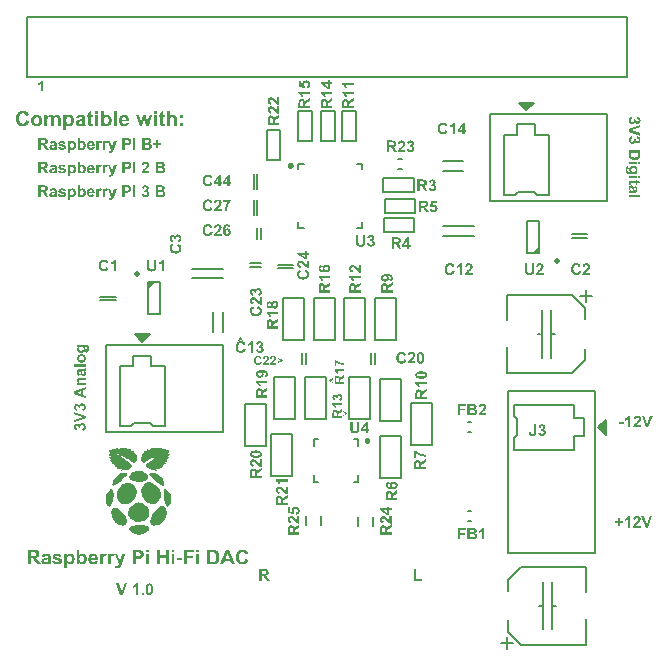
<source format=gto>
%FSLAX23Y23*%
%MOMM*%
%SFA1B1*%

%IPPOS*%
%ADD31C,0.499999*%
%ADD33C,0.250000*%
%ADD48C,0.200000*%
%ADD50C,0.127000*%
%ADD51C,0.152000*%
%LNraspberryhatboard-1*%
%LPD*%
G36*
X10632Y42521D02*
X10646Y42519D01*
X10661Y42518*
X10678Y42517*
X10714Y42511*
X10749Y42502*
X10783Y42490*
X10798Y42483*
X10812Y42474*
X10814*
X10815Y42471*
X10824Y42466*
X10836Y42455*
X10850Y42439*
X10867Y42421*
X10883Y42397*
X10898Y42369*
X10909Y42336*
X10733Y42304*
Y42305*
X10730Y42311*
X10728Y42318*
X10723Y42326*
X10718Y42338*
X10709Y42347*
X10701Y42357*
X10690Y42366*
X10688Y42367*
X10684Y42370*
X10677Y42373*
X10667Y42377*
X10654Y42381*
X10639Y42385*
X10621Y42387*
X10599Y42388*
X10587*
X10574Y42387*
X10558Y42385*
X10540Y42383*
X10523Y42380*
X10508Y42374*
X10494Y42367*
X10492*
X10491Y42364*
X10484Y42357*
X10475Y42345*
X10474Y42338*
X10472Y42329*
Y42328*
Y42326*
X10475Y42318*
X10481Y42306*
X10485Y42301*
X10491Y42295*
X10492Y42294*
X10498Y42292*
X10501Y42290*
X10506Y42288*
X10513Y42285*
X10522Y42281*
X10533Y42278*
X10544Y42274*
X10558Y42270*
X10575Y42266*
X10594Y42260*
X10615Y42254*
X10639Y42249*
X10666Y42242*
X10667*
X10673Y42240*
X10680Y42239*
X10690Y42236*
X10702Y42232*
X10716Y42229*
X10747Y42219*
X10783Y42206*
X10816Y42192*
X10833Y42184*
X10849Y42177*
X10862Y42167*
X10874Y42158*
X10877Y42156*
X10884Y42150*
X10893Y42139*
X10904Y42123*
X10915Y42103*
X10924Y42080*
X10931Y42051*
X10933Y42020*
Y42019*
Y42016*
Y42010*
X10932Y42003*
X10931Y41996*
X10929Y41986*
X10924Y41963*
X10914Y41937*
X10907Y41923*
X10900Y41909*
X10890Y41895*
X10878Y41881*
X10866Y41867*
X10852Y41853*
X10850Y41851*
X10847Y41850*
X10843Y41847*
X10836Y41841*
X10828Y41837*
X10818Y41831*
X10805Y41824*
X10791Y41819*
X10776Y41812*
X10757Y41806*
X10738Y41799*
X10716Y41795*
X10692Y41791*
X10667Y41786*
X10640Y41785*
X10612Y41783*
X10598*
X10588Y41785*
X10575*
X10561Y41786*
X10546Y41788*
X10529Y41791*
X10492Y41798*
X10454Y41807*
X10416Y41822*
X10399Y41831*
X10382Y41841*
X10381Y41843*
X10378Y41844*
X10374Y41847*
X10370Y41853*
X10354Y41865*
X10337Y41884*
X10319Y41906*
X10302Y41933*
X10286Y41965*
X10274Y42001*
X10461Y42029*
Y42026*
X10464Y42020*
X10467Y42010*
X10471Y41998*
X10478Y41984*
X10487Y41971*
X10496Y41957*
X10509Y41946*
X10511Y41944*
X10516Y41941*
X10525Y41937*
X10536Y41933*
X10550Y41927*
X10568Y41923*
X10588Y41920*
X10612Y41919*
X10623*
X10637Y41920*
X10653Y41922*
X10670Y41924*
X10688Y41930*
X10705Y41936*
X10721Y41944*
X10722Y41946*
X10725Y41948*
X10729Y41953*
X10733Y41958*
X10738Y41965*
X10742Y41974*
X10745Y41984*
X10746Y41995*
Y41996*
Y41999*
X10745Y42008*
X10740Y42019*
X10732Y42030*
X10729Y42033*
X10725Y42034*
X10719Y42039*
X10711Y42041*
X10699Y42046*
X10687Y42050*
X10670Y42054*
X10667*
X10660Y42057*
X10649Y42060*
X10633Y42063*
X10615Y42067*
X10595Y42072*
X10573Y42078*
X10549Y42085*
X10499Y42099*
X10475Y42106*
X10453Y42115*
X10432Y42122*
X10412Y42130*
X10395Y42139*
X10382Y42146*
X10381Y42147*
X10378Y42149*
X10375Y42151*
X10370Y42157*
X10355Y42170*
X10341Y42188*
X10326Y42211*
X10312Y42237*
X10306Y42253*
X10303Y42270*
X10301Y42287*
X10299Y42305*
Y42306*
Y42309*
Y42314*
X10301Y42321*
X10302Y42328*
X10303Y42338*
X10308Y42359*
X10316Y42383*
X10330Y42408*
X10337Y42422*
X10347Y42435*
X10358Y42447*
X10371Y42459*
X10372Y42460*
X10374Y42462*
X10378Y42464*
X10385Y42469*
X10392Y42473*
X10402Y42478*
X10413Y42484*
X10426Y42491*
X10441Y42497*
X10458Y42502*
X10477Y42508*
X10496Y42512*
X10519Y42517*
X10543Y42519*
X10568Y42522*
X10621*
X10632Y42521*
G37*
G36*
X14971Y41824D02*
X14926Y41703D01*
X14924Y41700*
X14922Y41693*
X14916Y41682*
X14910Y41668*
X14903Y41652*
X14895Y41637*
X14886Y41623*
X14878Y41609*
X14876Y41607*
X14874Y41603*
X14869Y41597*
X14864Y41589*
X14848Y41572*
X14827Y41555*
X14826Y41554*
X14821Y41552*
X14816Y41548*
X14807Y41544*
X14797Y41540*
X14786Y41534*
X14772Y41528*
X14757Y41524*
X14755*
X14750Y41523*
X14741Y41520*
X14728Y41518*
X14714Y41516*
X14699Y41513*
X14680Y41511*
X14652*
X14641Y41513*
X14628*
X14611Y41514*
X14594Y41517*
X14556Y41524*
X14539Y41671*
X14541*
X14547Y41669*
X14555Y41668*
X14566Y41666*
X14578Y41664*
X14592Y41662*
X14618Y41661*
X14630*
X14641Y41664*
X14655Y41666*
X14671Y41671*
X14686Y41678*
X14702Y41688*
X14714Y41700*
X14716Y41702*
X14720Y41707*
X14726Y41716*
X14733Y41727*
X14740Y41741*
X14748Y41758*
X14755Y41776*
X14762Y41798*
X14494Y42507*
X14693*
X14861Y42003*
X15027Y42507*
X15220*
X14971Y41824*
G37*
G36*
X13871Y42521D02*
X13887Y42518D01*
X13907Y42514*
X13928Y42507*
X13949Y42498*
X13971Y42486*
X13912Y42323*
X13911Y42325*
X13904Y42328*
X13895Y42333*
X13884Y42339*
X13870Y42345*
X13856Y42350*
X13840Y42353*
X13825Y42354*
X13819*
X13811Y42353*
X13802Y42352*
X13792Y42349*
X13781Y42345*
X13770Y42339*
X13758Y42332*
X13757Y42330*
X13754Y42328*
X13749Y42322*
X13743Y42314*
X13736Y42304*
X13729Y42290*
X13722Y42273*
X13716Y42253*
Y42250*
X13715Y42246*
X13713Y42242*
Y42235*
X13712Y42226*
X13711Y42215*
X13709Y42202*
X13708Y42188*
X13706Y42170*
X13705Y42151*
Y42129*
X13704Y42105*
X13702Y42078*
Y42049*
Y42016*
Y41799*
X13515*
Y42507*
X13688*
Y42407*
X13689Y42408*
X13695Y42416*
X13704Y42429*
X13715Y42445*
X13726Y42460*
X13740Y42476*
X13753Y42490*
X13767Y42500*
X13768Y42501*
X13773Y42504*
X13781Y42507*
X13791Y42511*
X13802Y42515*
X13816Y42519*
X13830Y42521*
X13847Y42522*
X13859*
X13871Y42521*
G37*
G36*
X11509D02*
X11518Y42519D01*
X11531Y42517*
X11545Y42514*
X11559Y42509*
X11576Y42505*
X11592Y42498*
X11610Y42491*
X11627Y42481*
X11645Y42470*
X11662Y42457*
X11679Y42442*
X11696Y42425*
X11698Y42423*
X11700Y42421*
X11705Y42415*
X11710Y42407*
X11716Y42398*
X11723Y42385*
X11731Y42371*
X11740Y42356*
X11747Y42338*
X11755Y42318*
X11762Y42295*
X11769Y42271*
X11774Y42244*
X11778Y42218*
X11781Y42187*
X11782Y42156*
Y42154*
Y42149*
Y42139*
X11781Y42126*
X11779Y42112*
X11778Y42095*
X11775Y42075*
X11771Y42056*
X11761Y42010*
X11754Y41988*
X11745Y41965*
X11736Y41943*
X11723Y41922*
X11710Y41901*
X11695Y41881*
X11693Y41879*
X11690Y41877*
X11686Y41872*
X11679Y41865*
X11671Y41858*
X11661Y41850*
X11650Y41841*
X11637Y41833*
X11621Y41823*
X11606Y41815*
X11571Y41799*
X11551Y41792*
X11530Y41788*
X11509Y41785*
X11486Y41783*
X11476*
X11465Y41785*
X11451Y41786*
X11434Y41789*
X11416Y41793*
X11397Y41799*
X11379Y41806*
X11378Y41807*
X11370Y41810*
X11362Y41817*
X11349Y41826*
X11334Y41836*
X11318Y41850*
X11300Y41867*
X11280Y41886*
Y41528*
X11093*
Y42507*
X11268*
Y42402*
X11269Y42405*
X11273Y42411*
X11282Y42421*
X11292Y42433*
X11304Y42447*
X11321Y42462*
X11338Y42476*
X11359Y42488*
X11362Y42490*
X11369Y42494*
X11382Y42500*
X11397Y42505*
X11416Y42511*
X11438Y42517*
X11462Y42521*
X11487Y42522*
X11499*
X11509Y42521*
G37*
G36*
X16822Y41799D02*
X16624D01*
Y42775*
X16822*
Y41799*
G37*
G36*
X16097Y42773D02*
X16134D01*
X16173Y42770*
X16213Y42767*
X16230Y42766*
X16247Y42765*
X16261Y42762*
X16272Y42759*
X16273*
X16276Y42758*
X16280Y42756*
X16286Y42755*
X16302Y42748*
X16321Y42739*
X16342Y42727*
X16366Y42710*
X16389Y42689*
X16412Y42663*
Y42662*
X16414Y42660*
X16417Y42656*
X16420Y42650*
X16426Y42642*
X16430Y42634*
X16436Y42624*
X16441Y42612*
X16451Y42584*
X16461Y42553*
X16467Y42515*
X16469Y42474*
Y42473*
Y42470*
Y42466*
Y42459*
X16468Y42452*
Y42442*
X16465Y42422*
X16461Y42398*
X16455Y42371*
X16447Y42346*
X16436Y42322*
X16434Y42319*
X16430Y42312*
X16423Y42301*
X16413Y42287*
X16402Y42273*
X16386Y42256*
X16371Y42240*
X16352Y42226*
X16350Y42225*
X16344Y42221*
X16334Y42215*
X16321Y42208*
X16306Y42199*
X16289Y42192*
X16271Y42185*
X16251Y42180*
X16248*
X16244Y42178*
X16238*
X16231Y42177*
X16221Y42175*
X16211Y42174*
X16199*
X16186Y42173*
X16170Y42171*
X16154Y42170*
X16135Y42168*
X16116*
X16094Y42167*
X15920*
Y41799*
X15722*
Y42775*
X16082*
X16097Y42773*
G37*
G36*
X18981D02*
X19010Y42772D01*
X19038Y42770*
X19065Y42767*
X19089Y42765*
X19091*
X19098Y42763*
X19108Y42760*
X19122Y42756*
X19138Y42751*
X19155Y42743*
X19173Y42735*
X19190Y42724*
X19191Y42722*
X19197Y42718*
X19206Y42711*
X19217Y42703*
X19228Y42690*
X19241Y42676*
X19254Y42660*
X19265Y42642*
X19266Y42639*
X19269Y42634*
X19275Y42622*
X19280Y42608*
X19286Y42591*
X19292Y42573*
X19294Y42550*
X19296Y42528*
Y42526*
Y42525*
Y42517*
X19294Y42504*
X19292Y42487*
X19286Y42467*
X19280Y42446*
X19270Y42425*
X19258Y42402*
X19256Y42400*
X19251Y42392*
X19242Y42383*
X19232Y42370*
X19218Y42357*
X19201Y42342*
X19182Y42329*
X19159Y42316*
X19160*
X19163Y42315*
X19168Y42314*
X19173Y42312*
X19190Y42305*
X19210Y42295*
X19231Y42284*
X19255Y42268*
X19276Y42250*
X19296Y42228*
X19297Y42225*
X19303Y42216*
X19311Y42204*
X19320Y42187*
X19328Y42164*
X19337Y42140*
X19342Y42112*
X19344Y42081*
Y42080*
Y42078*
Y42070*
X19342Y42057*
X19339Y42040*
X19337Y42020*
X19331Y41998*
X19323Y41975*
X19313Y41951*
X19311Y41948*
X19307Y41941*
X19300Y41930*
X19290Y41916*
X19279Y41899*
X19263Y41884*
X19248Y41867*
X19228Y41851*
X19225Y41850*
X19218Y41846*
X19207Y41838*
X19191Y41831*
X19172Y41823*
X19149Y41816*
X19124Y41809*
X19096Y41805*
X19090*
X19084Y41803*
X19070*
X19060Y41802*
X19034*
X19017Y41800*
X18974*
X18950Y41799*
X18528*
Y42775*
X18956*
X18981Y42773*
G37*
G36*
X17693Y42779D02*
X17706Y42777D01*
X17720Y42776*
X17735Y42773*
X17752Y42770*
X17789Y42760*
X17825Y42746*
X17845Y42738*
X17862Y42728*
X17880Y42715*
X17896Y42701*
X17897Y42700*
X17900Y42698*
X17903Y42693*
X17909Y42687*
X17916Y42680*
X17923Y42670*
X17930Y42660*
X17938Y42648*
X17952Y42619*
X17966Y42587*
X17972Y42569*
X17975Y42549*
X17978Y42528*
X17979Y42507*
Y42504*
Y42495*
X17978Y42483*
X17976Y42467*
X17974Y42447*
X17969Y42426*
X17964Y42404*
X17955Y42381*
X17954Y42378*
X17951Y42371*
X17945Y42359*
X17937Y42343*
X17927Y42325*
X17914Y42304*
X17899Y42281*
X17880Y42257*
X17879Y42256*
X17873Y42249*
X17865Y42239*
X17852Y42225*
X17835Y42208*
X17814Y42185*
X17789Y42161*
X17758Y42132*
X17756Y42130*
X17754Y42129*
X17749Y42125*
X17744Y42119*
X17728Y42105*
X17710Y42088*
X17692Y42070*
X17673Y42051*
X17656Y42036*
X17651Y42029*
X17645Y42023*
X17644Y42022*
X17641Y42019*
X17637Y42013*
X17631Y42006*
X17618Y41991*
X17607Y41972*
X17979*
Y41799*
X17324*
Y41800*
Y41803*
X17325Y41809*
X17326Y41816*
X17328Y41824*
X17329Y41834*
X17335Y41860*
X17343Y41888*
X17355Y41919*
X17369Y41953*
X17387Y41985*
Y41986*
X17390Y41989*
X17393Y41995*
X17398Y42001*
X17404Y42010*
X17412Y42020*
X17422Y42033*
X17434Y42047*
X17446Y42064*
X17462Y42081*
X17479Y42101*
X17498Y42122*
X17520Y42143*
X17544Y42167*
X17569Y42192*
X17597Y42219*
X17599Y42221*
X17603Y42225*
X17608Y42230*
X17617Y42239*
X17628Y42247*
X17639Y42259*
X17665Y42284*
X17690Y42311*
X17716Y42338*
X17727Y42349*
X17738Y42361*
X17747Y42371*
X17752Y42380*
X17754Y42383*
X17758Y42390*
X17765Y42401*
X17772Y42416*
X17779Y42433*
X17786Y42453*
X17790Y42473*
X17792Y42494*
Y42495*
Y42497*
Y42504*
X17790Y42517*
X17787Y42531*
X17783Y42546*
X17778Y42562*
X17769Y42577*
X17758Y42591*
X17756Y42593*
X17752Y42597*
X17744Y42603*
X17734Y42608*
X17720Y42614*
X17704Y42619*
X17686Y42624*
X17665Y42625*
X17655*
X17644Y42624*
X17631Y42621*
X17615Y42617*
X17600Y42610*
X17584Y42601*
X17570Y42590*
X17569Y42588*
X17565Y42583*
X17559Y42574*
X17553Y42562*
X17546Y42546*
X17541Y42525*
X17535Y42501*
X17532Y42473*
X17346Y42491*
Y42493*
X17348Y42498*
Y42505*
X17350Y42517*
X17352Y42529*
X17356Y42543*
X17360Y42559*
X17365Y42577*
X17379Y42612*
X17396Y42649*
X17407Y42667*
X17419Y42684*
X17434Y42698*
X17449Y42712*
X17451Y42714*
X17453Y42715*
X17458Y42718*
X17465Y42724*
X17473Y42728*
X17484Y42734*
X17496Y42741*
X17510Y42746*
X17525Y42753*
X17542Y42759*
X17579Y42770*
X17622Y42777*
X17645Y42779*
X17669Y42780*
X17683*
X17693Y42779*
G37*
G36*
X14401Y42521D02*
X14417Y42518D01*
X14437Y42514*
X14458Y42507*
X14479Y42498*
X14501Y42486*
X14442Y42323*
X14441Y42325*
X14434Y42328*
X14425Y42333*
X14414Y42339*
X14400Y42345*
X14386Y42350*
X14370Y42353*
X14355Y42354*
X14349*
X14341Y42353*
X14332Y42352*
X14322Y42349*
X14311Y42345*
X14300Y42339*
X14289Y42332*
X14287Y42330*
X14284Y42328*
X14279Y42322*
X14273Y42314*
X14266Y42304*
X14259Y42290*
X14252Y42273*
X14246Y42253*
Y42250*
X14245Y42246*
X14243Y42242*
Y42235*
X14242Y42226*
X14241Y42215*
X14239Y42202*
X14238Y42188*
X14236Y42170*
X14235Y42151*
Y42129*
X14234Y42105*
X14232Y42078*
Y42049*
Y42016*
Y41799*
X14045*
Y42507*
X14218*
Y42407*
X14219Y42408*
X14225Y42416*
X14234Y42429*
X14245Y42445*
X14256Y42460*
X14270Y42476*
X14283Y42490*
X14297Y42500*
X14298Y42501*
X14303Y42504*
X14311Y42507*
X14321Y42511*
X14332Y42515*
X14346Y42519*
X14360Y42521*
X14377Y42522*
X14389*
X14401Y42521*
G37*
G36*
X16822Y39799D02*
X16624D01*
Y40775*
X16822*
Y39799*
G37*
G36*
X16097Y40773D02*
X16134D01*
X16173Y40770*
X16213Y40767*
X16230Y40766*
X16247Y40765*
X16261Y40762*
X16272Y40759*
X16273*
X16276Y40758*
X16280Y40756*
X16286Y40755*
X16302Y40748*
X16321Y40739*
X16342Y40727*
X16366Y40710*
X16389Y40689*
X16412Y40663*
Y40662*
X16414Y40660*
X16417Y40656*
X16420Y40650*
X16426Y40642*
X16430Y40634*
X16436Y40624*
X16441Y40612*
X16451Y40584*
X16461Y40553*
X16467Y40515*
X16469Y40474*
Y40473*
Y40470*
Y40466*
Y40459*
X16468Y40452*
Y40442*
X16465Y40422*
X16461Y40398*
X16455Y40371*
X16447Y40346*
X16436Y40322*
X16434Y40319*
X16430Y40312*
X16423Y40301*
X16413Y40287*
X16402Y40273*
X16386Y40256*
X16371Y40240*
X16352Y40226*
X16350Y40225*
X16344Y40221*
X16334Y40215*
X16321Y40208*
X16306Y40199*
X16289Y40192*
X16271Y40185*
X16251Y40180*
X16248*
X16244Y40178*
X16238*
X16231Y40177*
X16221Y40175*
X16211Y40174*
X16199*
X16186Y40173*
X16170Y40171*
X16154Y40170*
X16135Y40168*
X16116*
X16094Y40167*
X15920*
Y39799*
X15722*
Y40775*
X16082*
X16097Y40773*
G37*
G36*
X17677Y40779D02*
X17690Y40777D01*
X17703Y40776*
X17718Y40773*
X17734Y40769*
X17769Y40759*
X17787Y40752*
X17807Y40742*
X17825Y40732*
X17842Y40721*
X17861Y40707*
X17876Y40691*
X17878Y40690*
X17879Y40689*
X17883Y40684*
X17888Y40679*
X17899Y40665*
X17911Y40645*
X17924Y40621*
X17934Y40593*
X17942Y40562*
X17944Y40546*
X17945Y40529*
Y40528*
Y40524*
X17944Y40517*
X17942Y40508*
X17941Y40497*
X17938Y40484*
X17934Y40470*
X17928Y40455*
X17920Y40439*
X17911Y40422*
X17900Y40405*
X17886Y40388*
X17869Y40371*
X17851Y40354*
X17830Y40339*
X17804Y40323*
X17806*
X17809Y40322*
X17813*
X17818Y40319*
X17834Y40315*
X17852Y40306*
X17873Y40295*
X17896Y40281*
X17919Y40263*
X17938Y40242*
X17941Y40239*
X17947Y40230*
X17954Y40218*
X17964Y40199*
X17974Y40178*
X17981Y40151*
X17986Y40123*
X17989Y40091*
Y40089*
Y40085*
Y40078*
X17988Y40070*
X17986Y40058*
X17983Y40046*
X17981Y40030*
X17978Y40015*
X17966Y39981*
X17958Y39963*
X17950Y39943*
X17938Y39924*
X17926Y39906*
X17911Y39888*
X17895Y39871*
X17893Y39869*
X17890Y39867*
X17885Y39862*
X17878Y39857*
X17868Y39850*
X17858Y39843*
X17844Y39834*
X17830Y39826*
X17814Y39817*
X17796Y39809*
X17776Y39802*
X17756Y39795*
X17734Y39789*
X17711Y39785*
X17686Y39782*
X17661Y39781*
X17648*
X17638Y39782*
X17627Y39783*
X17614Y39785*
X17600Y39788*
X17583Y39791*
X17549Y39799*
X17513Y39813*
X17493Y39822*
X17476Y39831*
X17458Y39844*
X17441Y39857*
X17439Y39858*
X17436Y39861*
X17432Y39865*
X17427Y39871*
X17419Y39878*
X17412Y39888*
X17404Y39898*
X17396Y39910*
X17387Y39924*
X17377Y39939*
X17362Y39972*
X17349Y40012*
X17343Y40033*
X17341Y40056*
X17521Y40078*
Y40077*
Y40075*
X17522Y40067*
X17525Y40054*
X17529Y40039*
X17537Y40022*
X17544Y40003*
X17555Y39986*
X17568Y39971*
X17569Y39970*
X17575Y39965*
X17583Y39960*
X17593Y39954*
X17607Y39947*
X17622Y39941*
X17639Y39937*
X17659Y39936*
X17662*
X17669Y39937*
X17679Y39939*
X17693Y39941*
X17708Y39947*
X17724Y39954*
X17741Y39965*
X17756Y39979*
X17758Y39981*
X17763Y39988*
X17769Y39998*
X17778Y40010*
X17785Y40027*
X17792Y40049*
X17796Y40072*
X17797Y40099*
Y40101*
Y40102*
Y40111*
X17796Y40123*
X17793Y40140*
X17787Y40158*
X17780Y40177*
X17771Y40195*
X17758Y40212*
X17756Y40213*
X17751Y40219*
X17742Y40226*
X17732Y40233*
X17718Y40242*
X17703Y40247*
X17686Y40253*
X17666Y40254*
X17652*
X17642Y40253*
X17630Y40252*
X17614Y40249*
X17599Y40244*
X17580Y40240*
X17600Y40391*
X17613*
X17627Y40392*
X17644Y40394*
X17662Y40398*
X17682Y40404*
X17700Y40412*
X17717Y40423*
X17718Y40425*
X17724Y40431*
X17730Y40438*
X17738Y40449*
X17745Y40462*
X17752Y40477*
X17756Y40495*
X17758Y40517*
Y40519*
Y40525*
X17756Y40533*
X17754Y40545*
X17751Y40557*
X17745Y40570*
X17738Y40584*
X17728Y40595*
X17727Y40597*
X17723Y40600*
X17717Y40605*
X17707Y40611*
X17696Y40615*
X17683Y40621*
X17666Y40624*
X17649Y40625*
X17641*
X17632Y40624*
X17621Y40621*
X17608Y40617*
X17594Y40611*
X17580Y40603*
X17568Y40591*
X17566Y40590*
X17562Y40586*
X17556Y40577*
X17549Y40566*
X17542Y40553*
X17537Y40536*
X17531Y40517*
X17527Y40494*
X17355Y40522*
Y40524*
X17356Y40526*
Y40531*
X17357Y40538*
X17362Y40553*
X17367Y40574*
X17376Y40597*
X17384Y40621*
X17396Y40643*
X17408Y40665*
X17410Y40667*
X17415Y40673*
X17424Y40683*
X17435Y40696*
X17449Y40708*
X17466Y40722*
X17487Y40736*
X17510Y40749*
X17511*
X17513Y40751*
X17521Y40753*
X17535Y40759*
X17552Y40765*
X17573Y40770*
X17599Y40776*
X17625Y40779*
X17655Y40780*
X17668*
X17677Y40779*
G37*
G36*
X18981Y40773D02*
X19010Y40772D01*
X19038Y40770*
X19065Y40767*
X19089Y40765*
X19091*
X19098Y40763*
X19108Y40760*
X19122Y40756*
X19138Y40751*
X19155Y40743*
X19173Y40735*
X19190Y40724*
X19191Y40722*
X19197Y40718*
X19206Y40711*
X19217Y40703*
X19228Y40690*
X19241Y40676*
X19254Y40660*
X19265Y40642*
X19266Y40639*
X19269Y40634*
X19275Y40622*
X19280Y40608*
X19286Y40591*
X19292Y40573*
X19294Y40550*
X19296Y40528*
Y40526*
Y40525*
Y40517*
X19294Y40504*
X19292Y40487*
X19286Y40467*
X19280Y40446*
X19270Y40425*
X19258Y40402*
X19256Y40400*
X19251Y40392*
X19242Y40383*
X19232Y40370*
X19218Y40357*
X19201Y40342*
X19182Y40329*
X19159Y40316*
X19160*
X19163Y40315*
X19168Y40314*
X19173Y40312*
X19190Y40305*
X19210Y40295*
X19231Y40284*
X19255Y40268*
X19276Y40250*
X19296Y40228*
X19297Y40225*
X19303Y40216*
X19311Y40204*
X19320Y40187*
X19328Y40164*
X19337Y40140*
X19342Y40112*
X19344Y40081*
Y40080*
Y40078*
Y40070*
X19342Y40057*
X19339Y40040*
X19337Y40020*
X19331Y39998*
X19323Y39975*
X19313Y39951*
X19311Y39948*
X19307Y39941*
X19300Y39930*
X19290Y39916*
X19279Y39899*
X19263Y39884*
X19248Y39867*
X19228Y39851*
X19225Y39850*
X19218Y39846*
X19207Y39838*
X19191Y39831*
X19172Y39823*
X19149Y39816*
X19124Y39809*
X19096Y39805*
X19090*
X19084Y39803*
X19070*
X19060Y39802*
X19034*
X19017Y39800*
X18974*
X18950Y39799*
X18528*
Y40775*
X18956*
X18981Y40773*
G37*
G36*
X13059Y40521D02*
X13072Y40519D01*
X13087Y40517*
X13104Y40514*
X13123Y40509*
X13142Y40504*
X13162Y40497*
X13183Y40488*
X13204Y40477*
X13224Y40466*
X13244Y40452*
X13264Y40435*
X13281Y40416*
X13282Y40415*
X13285Y40412*
X13289Y40405*
X13295Y40397*
X13302Y40385*
X13309Y40373*
X13317Y40356*
X13326Y40338*
X13334Y40316*
X13343Y40292*
X13350Y40267*
X13357Y40237*
X13362Y40206*
X13367Y40173*
X13369Y40137*
Y40098*
X12901*
Y40096*
Y40094*
Y40089*
X12903Y40084*
X12904Y40070*
X12907Y40050*
X12913Y40030*
X12921Y40008*
X12931Y39986*
X12945Y39968*
X12947Y39967*
X12954Y39961*
X12962Y39954*
X12975Y39946*
X12990Y39937*
X13010Y39930*
X13031Y39924*
X13054Y39923*
X13061*
X13069Y39924*
X13079Y39926*
X13090Y39929*
X13103Y39933*
X13116Y39939*
X13127Y39947*
X13128Y39948*
X13133Y39951*
X13138Y39957*
X13144Y39965*
X13152Y39977*
X13159Y39989*
X13166Y40006*
X13173Y40025*
X13360Y39994*
Y39992*
X13358Y39989*
X13355Y39984*
X13353Y39977*
X13348Y39968*
X13344Y39958*
X13331Y39936*
X13316Y39910*
X13296Y39884*
X13272Y39860*
X13245Y39837*
X13244*
X13243Y39834*
X13237Y39833*
X13231Y39829*
X13224Y39824*
X13214Y39820*
X13204Y39816*
X13192Y39810*
X13164Y39800*
X13131Y39792*
X13093Y39786*
X13052Y39783*
X13044*
X13035Y39785*
X13023*
X13007Y39788*
X12989Y39791*
X12969Y39793*
X12949Y39799*
X12927Y39805*
X12904Y39813*
X12882Y39823*
X12859Y39834*
X12837Y39848*
X12815Y39864*
X12797Y39882*
X12779Y39903*
X12777Y39905*
X12776Y39908*
X12773Y39913*
X12767Y39920*
X12763Y39930*
X12758Y39941*
X12751Y39954*
X12745Y39970*
X12738Y39986*
X12732Y40005*
X12725Y40025*
X12721Y40047*
X12717Y40070*
X12713Y40094*
X12711Y40120*
X12710Y40147*
Y40149*
Y40154*
Y40164*
X12711Y40177*
X12713Y40191*
X12714Y40208*
X12717Y40226*
X12721Y40247*
X12732Y40291*
X12739Y40314*
X12748Y40338*
X12759Y40360*
X12772Y40381*
X12786Y40402*
X12801Y40422*
X12803Y40423*
X12806Y40426*
X12811Y40432*
X12818Y40438*
X12827Y40445*
X12838Y40453*
X12851Y40463*
X12865Y40473*
X12880Y40481*
X12899Y40491*
X12917Y40500*
X12938Y40507*
X12959Y40512*
X12983Y40518*
X13007Y40521*
X13033Y40522*
X13048*
X13059Y40521*
G37*
G36*
X12111Y40423D02*
X12112Y40425D01*
X12115Y40428*
X12119Y40432*
X12126Y40439*
X12135Y40446*
X12144Y40455*
X12156Y40464*
X12168Y40473*
X12198Y40491*
X12233Y40507*
X12252Y40514*
X12273Y40518*
X12294Y40521*
X12315Y40522*
X12328*
X12336Y40521*
X12347Y40519*
X12360Y40517*
X12374Y40514*
X12391Y40511*
X12425Y40500*
X12442Y40491*
X12460Y40483*
X12478Y40471*
X12495Y40459*
X12512Y40445*
X12529Y40428*
X12531Y40426*
X12533Y40423*
X12538Y40418*
X12543Y40411*
X12549Y40401*
X12556Y40390*
X12564Y40376*
X12573Y40360*
X12580Y40342*
X12588Y40322*
X12596Y40299*
X12603Y40275*
X12607Y40250*
X12611Y40222*
X12614Y40192*
X12615Y40160*
Y40158*
Y40151*
Y40143*
X12614Y40130*
X12612Y40115*
X12611Y40098*
X12608Y40078*
X12604Y40057*
X12594Y40012*
X12587Y39989*
X12579Y39965*
X12569Y39943*
X12556Y39920*
X12543Y39901*
X12528Y39881*
X12526Y39879*
X12524Y39877*
X12519Y39872*
X12512Y39865*
X12504Y39858*
X12494Y39850*
X12483Y39841*
X12470Y39833*
X12455Y39823*
X12439Y39815*
X12402Y39799*
X12383Y39792*
X12363Y39788*
X12340Y39785*
X12318Y39783*
X12308*
X12295Y39785*
X12280Y39788*
X12261Y39791*
X12242Y39796*
X12221Y39803*
X12198Y39813*
X12195Y39815*
X12188Y39819*
X12177Y39826*
X12163Y39836*
X12147Y39848*
X12130Y39862*
X12113Y39881*
X12096Y39902*
Y39799*
X11923*
Y40775*
X12111*
Y40423*
G37*
G36*
X9887Y40521D02*
X9899D01*
X9927Y40518*
X9957Y40515*
X9988Y40509*
X10017Y40501*
X10030Y40497*
X10043Y40491*
X10044*
X10045Y40490*
X10052Y40486*
X10064Y40480*
X10076Y40471*
X10092Y40460*
X10106Y40447*
X10119Y40432*
X10130Y40416*
X10131Y40414*
X10134Y40408*
X10138Y40395*
X10140Y40388*
X10143Y40378*
X10145Y40369*
X10147Y40356*
X10150Y40342*
X10151Y40326*
X10152Y40309*
X10154Y40291*
X10155Y40271*
Y40249*
X10152Y40030*
Y40029*
Y40026*
Y40022*
Y40015*
Y39998*
X10154Y39978*
Y39955*
X10157Y39933*
X10158Y39910*
X10161Y39892*
Y39891*
X10162Y39885*
X10165Y39875*
X10168Y39864*
X10174Y39850*
X10179Y39834*
X10186Y39817*
X10195Y39799*
X10010*
Y39800*
X10009Y39802*
X10007Y39807*
X10004Y39813*
X10002Y39820*
X9999Y39830*
X9996Y39841*
X9992Y39854*
Y39855*
X9990Y39857*
X9989Y39862*
X9986Y39869*
X9985Y39875*
X9982Y39874*
X9976Y39868*
X9966Y39860*
X9954Y39850*
X9938Y39838*
X9921Y39826*
X9902Y39816*
X9882Y39806*
X9879Y39805*
X9872Y39803*
X9861Y39799*
X9847Y39795*
X9830Y39791*
X9810Y39788*
X9787Y39785*
X9765Y39783*
X9755*
X9747Y39785*
X9738*
X9727Y39786*
X9703Y39791*
X9675Y39798*
X9646Y39807*
X9618Y39822*
X9593Y39841*
Y39843*
X9590Y39844*
X9583Y39853*
X9573Y39865*
X9562Y39882*
X9551Y39903*
X9541Y39929*
X9534Y39958*
X9532Y39974*
X9531Y39991*
Y39994*
Y40001*
X9532Y40012*
X9535Y40026*
X9538Y40043*
X9542Y40060*
X9549Y40078*
X9559Y40096*
X9560Y40099*
X9565Y40105*
X9570Y40113*
X9580Y40123*
X9590Y40135*
X9604Y40147*
X9620Y40158*
X9638Y40168*
X9641Y40170*
X9648Y40173*
X9659Y40177*
X9676Y40184*
X9697Y40191*
X9723Y40198*
X9754Y40205*
X9787Y40212*
X9789*
X9793Y40213*
X9800Y40215*
X9809Y40216*
X9820Y40218*
X9832Y40221*
X9861Y40228*
X9890Y40235*
X9921Y40242*
X9948Y40250*
X9961Y40254*
X9971Y40259*
Y40277*
Y40280*
Y40285*
X9969Y40295*
X9968Y40308*
X9964Y40321*
X9959Y40333*
X9952Y40345*
X9942Y40354*
X9941Y40356*
X9937Y40359*
X9930Y40361*
X9920Y40367*
X9906Y40371*
X9889Y40374*
X9868Y40377*
X9842Y40378*
X9834*
X9825Y40377*
X9814Y40376*
X9801Y40373*
X9787Y40370*
X9775Y40364*
X9763Y40357*
X9762Y40356*
X9759Y40353*
X9754Y40349*
X9748Y40342*
X9739Y40332*
X9732Y40319*
X9725Y40305*
X9718Y40288*
X9551Y40319*
Y40321*
X9552Y40323*
X9553Y40329*
X9556Y40336*
X9559Y40345*
X9563Y40354*
X9573Y40377*
X9587Y40401*
X9604Y40426*
X9624Y40450*
X9648Y40471*
X9649*
X9651Y40474*
X9655Y40476*
X9660Y40480*
X9669Y40483*
X9677Y40487*
X9689Y40493*
X9700Y40497*
X9714Y40501*
X9730Y40507*
X9747Y40511*
X9766Y40514*
X9786Y40518*
X9809Y40519*
X9831Y40522*
X9878*
X9887Y40521*
G37*
G36*
X9052Y40773D02*
X9067D01*
X9083Y40772*
X9101*
X9138Y40767*
X9176Y40763*
X9211Y40756*
X9226Y40752*
X9240Y40748*
X9242*
X9243Y40746*
X9252Y40742*
X9264Y40735*
X9281Y40727*
X9300Y40712*
X9318Y40697*
X9336Y40677*
X9353Y40653*
Y40652*
X9355Y40650*
X9357Y40646*
X9360Y40642*
X9367Y40628*
X9376Y40610*
X9383Y40587*
X9390Y40562*
X9395Y40532*
X9397Y40501*
Y40500*
Y40497*
Y40490*
X9395Y40483*
Y40473*
X9394Y40463*
X9388Y40438*
X9381Y40408*
X9370Y40378*
X9353Y40347*
X9343Y40333*
X9332Y40319*
X9331Y40318*
X9329Y40316*
X9325Y40312*
X9319Y40308*
X9314Y40302*
X9305Y40295*
X9295Y40288*
X9284Y40281*
X9271Y40273*
X9256Y40266*
X9240Y40259*
X9223Y40252*
X9204Y40244*
X9184Y40239*
X9163Y40233*
X9139Y40229*
X9140*
X9142Y40228*
X9150Y40222*
X9161Y40215*
X9176Y40205*
X9192Y40192*
X9209Y40180*
X9228Y40164*
X9243Y40147*
X9245Y40146*
X9252Y40139*
X9260Y40127*
X9273Y40111*
X9290Y40089*
X9298Y40075*
X9308Y40061*
X9319Y40046*
X9331Y40029*
X9343Y40009*
X9356Y39989*
X9476Y39799*
X9239*
X9098Y40010*
X9097Y40012*
X9095Y40016*
X9091Y40022*
X9085Y40029*
X9080Y40037*
X9073Y40049*
X9057Y40071*
X9039Y40096*
X9022Y40119*
X9006Y40140*
X8999Y40147*
X8994Y40154*
X8992Y40156*
X8989Y40158*
X8984Y40164*
X8977Y40171*
X8967Y40177*
X8957Y40184*
X8946Y40189*
X8935Y40195*
X8933*
X8929Y40197*
X8922Y40199*
X8911Y40201*
X8896Y40204*
X8880Y40205*
X8860Y40206*
X8796*
Y39799*
X8599*
Y40775*
X9039*
X9052Y40773*
G37*
G36*
X9887Y42521D02*
X9899D01*
X9927Y42518*
X9957Y42515*
X9988Y42509*
X10017Y42501*
X10030Y42497*
X10043Y42491*
X10044*
X10045Y42490*
X10052Y42486*
X10064Y42480*
X10076Y42471*
X10092Y42460*
X10106Y42447*
X10119Y42432*
X10130Y42416*
X10131Y42414*
X10134Y42408*
X10138Y42395*
X10140Y42388*
X10143Y42378*
X10145Y42369*
X10147Y42356*
X10150Y42342*
X10151Y42326*
X10152Y42309*
X10154Y42291*
X10155Y42271*
Y42249*
X10152Y42030*
Y42029*
Y42026*
Y42022*
Y42015*
Y41998*
X10154Y41978*
Y41955*
X10157Y41933*
X10158Y41910*
X10161Y41892*
Y41891*
X10162Y41885*
X10165Y41875*
X10168Y41864*
X10174Y41850*
X10179Y41834*
X10186Y41817*
X10195Y41799*
X10010*
Y41800*
X10009Y41802*
X10007Y41807*
X10004Y41813*
X10002Y41820*
X9999Y41830*
X9996Y41841*
X9992Y41854*
Y41855*
X9990Y41857*
X9989Y41862*
X9986Y41869*
X9985Y41875*
X9982Y41874*
X9976Y41868*
X9966Y41860*
X9954Y41850*
X9938Y41838*
X9921Y41826*
X9902Y41816*
X9882Y41806*
X9879Y41805*
X9872Y41803*
X9861Y41799*
X9847Y41795*
X9830Y41791*
X9810Y41788*
X9787Y41785*
X9765Y41783*
X9755*
X9747Y41785*
X9738*
X9727Y41786*
X9703Y41791*
X9675Y41798*
X9646Y41807*
X9618Y41822*
X9593Y41841*
Y41843*
X9590Y41844*
X9583Y41853*
X9573Y41865*
X9562Y41882*
X9551Y41903*
X9541Y41929*
X9534Y41958*
X9532Y41974*
X9531Y41991*
Y41994*
Y42001*
X9532Y42012*
X9535Y42026*
X9538Y42043*
X9542Y42060*
X9549Y42078*
X9559Y42096*
X9560Y42099*
X9565Y42105*
X9570Y42113*
X9580Y42123*
X9590Y42135*
X9604Y42147*
X9620Y42158*
X9638Y42168*
X9641Y42170*
X9648Y42173*
X9659Y42177*
X9676Y42184*
X9697Y42191*
X9723Y42198*
X9754Y42205*
X9787Y42212*
X9789*
X9793Y42213*
X9800Y42215*
X9809Y42216*
X9820Y42218*
X9832Y42221*
X9861Y42228*
X9890Y42235*
X9921Y42242*
X9948Y42250*
X9961Y42254*
X9971Y42259*
Y42277*
Y42280*
Y42285*
X9969Y42295*
X9968Y42308*
X9964Y42321*
X9959Y42333*
X9952Y42345*
X9942Y42354*
X9941Y42356*
X9937Y42359*
X9930Y42361*
X9920Y42367*
X9906Y42371*
X9889Y42374*
X9868Y42377*
X9842Y42378*
X9834*
X9825Y42377*
X9814Y42376*
X9801Y42373*
X9787Y42370*
X9775Y42364*
X9763Y42357*
X9762Y42356*
X9759Y42353*
X9754Y42349*
X9748Y42342*
X9739Y42332*
X9732Y42319*
X9725Y42305*
X9718Y42288*
X9551Y42319*
Y42321*
X9552Y42323*
X9553Y42329*
X9556Y42336*
X9559Y42345*
X9563Y42354*
X9573Y42377*
X9587Y42401*
X9604Y42426*
X9624Y42450*
X9648Y42471*
X9649*
X9651Y42474*
X9655Y42476*
X9660Y42480*
X9669Y42483*
X9677Y42487*
X9689Y42493*
X9700Y42497*
X9714Y42501*
X9730Y42507*
X9747Y42511*
X9766Y42514*
X9786Y42518*
X9809Y42519*
X9831Y42522*
X9878*
X9887Y42521*
G37*
G36*
X16097Y44773D02*
X16134D01*
X16173Y44770*
X16213Y44767*
X16230Y44766*
X16247Y44765*
X16261Y44762*
X16272Y44759*
X16273*
X16276Y44758*
X16280Y44756*
X16286Y44755*
X16302Y44748*
X16321Y44739*
X16342Y44727*
X16366Y44710*
X16389Y44689*
X16412Y44663*
Y44662*
X16414Y44660*
X16417Y44656*
X16420Y44650*
X16426Y44642*
X16430Y44634*
X16436Y44624*
X16441Y44612*
X16451Y44584*
X16461Y44553*
X16467Y44515*
X16469Y44474*
Y44473*
Y44470*
Y44466*
Y44459*
X16468Y44452*
Y44442*
X16465Y44422*
X16461Y44398*
X16455Y44371*
X16447Y44346*
X16436Y44322*
X16434Y44319*
X16430Y44312*
X16423Y44301*
X16413Y44287*
X16402Y44273*
X16386Y44256*
X16371Y44240*
X16352Y44226*
X16350Y44225*
X16344Y44221*
X16334Y44215*
X16321Y44208*
X16306Y44199*
X16289Y44192*
X16271Y44185*
X16251Y44180*
X16248*
X16244Y44178*
X16238*
X16231Y44177*
X16221Y44175*
X16211Y44174*
X16199*
X16186Y44173*
X16170Y44171*
X16154Y44170*
X16135Y44168*
X16116*
X16094Y44167*
X15920*
Y43799*
X15722*
Y44775*
X16082*
X16097Y44773*
G37*
G36*
X9887Y44521D02*
X9899D01*
X9927Y44518*
X9957Y44515*
X9988Y44509*
X10017Y44501*
X10030Y44497*
X10043Y44491*
X10044*
X10045Y44490*
X10052Y44486*
X10064Y44480*
X10076Y44471*
X10092Y44460*
X10106Y44447*
X10119Y44432*
X10130Y44416*
X10131Y44414*
X10134Y44408*
X10138Y44395*
X10140Y44388*
X10143Y44378*
X10145Y44369*
X10147Y44356*
X10150Y44342*
X10151Y44326*
X10152Y44309*
X10154Y44291*
X10155Y44271*
Y44249*
X10152Y44030*
Y44029*
Y44026*
Y44022*
Y44015*
Y43998*
X10154Y43978*
Y43955*
X10157Y43933*
X10158Y43910*
X10161Y43892*
Y43891*
X10162Y43885*
X10165Y43875*
X10168Y43864*
X10174Y43850*
X10179Y43834*
X10186Y43817*
X10195Y43799*
X10010*
Y43800*
X10009Y43802*
X10007Y43807*
X10004Y43813*
X10002Y43820*
X9999Y43830*
X9996Y43841*
X9992Y43854*
Y43855*
X9990Y43857*
X9989Y43862*
X9986Y43869*
X9985Y43875*
X9982Y43874*
X9976Y43868*
X9966Y43860*
X9954Y43850*
X9938Y43838*
X9921Y43826*
X9902Y43816*
X9882Y43806*
X9879Y43805*
X9872Y43803*
X9861Y43799*
X9847Y43795*
X9830Y43791*
X9810Y43788*
X9787Y43785*
X9765Y43783*
X9755*
X9747Y43785*
X9738*
X9727Y43786*
X9703Y43791*
X9675Y43798*
X9646Y43807*
X9618Y43822*
X9593Y43841*
Y43843*
X9590Y43844*
X9583Y43853*
X9573Y43865*
X9562Y43882*
X9551Y43903*
X9541Y43929*
X9534Y43958*
X9532Y43974*
X9531Y43991*
Y43994*
Y44001*
X9532Y44012*
X9535Y44026*
X9538Y44043*
X9542Y44060*
X9549Y44078*
X9559Y44096*
X9560Y44099*
X9565Y44105*
X9570Y44113*
X9580Y44123*
X9590Y44135*
X9604Y44147*
X9620Y44158*
X9638Y44168*
X9641Y44170*
X9648Y44173*
X9659Y44177*
X9676Y44184*
X9697Y44191*
X9723Y44198*
X9754Y44205*
X9787Y44212*
X9789*
X9793Y44213*
X9800Y44215*
X9809Y44216*
X9820Y44218*
X9832Y44221*
X9861Y44228*
X9890Y44235*
X9921Y44242*
X9948Y44250*
X9961Y44254*
X9971Y44259*
Y44277*
Y44280*
Y44285*
X9969Y44295*
X9968Y44308*
X9964Y44321*
X9959Y44333*
X9952Y44345*
X9942Y44354*
X9941Y44356*
X9937Y44359*
X9930Y44361*
X9920Y44367*
X9906Y44371*
X9889Y44374*
X9868Y44377*
X9842Y44378*
X9834*
X9825Y44377*
X9814Y44376*
X9801Y44373*
X9787Y44370*
X9775Y44364*
X9763Y44357*
X9762Y44356*
X9759Y44353*
X9754Y44349*
X9748Y44342*
X9739Y44332*
X9732Y44319*
X9725Y44305*
X9718Y44288*
X9551Y44319*
Y44321*
X9552Y44323*
X9553Y44329*
X9556Y44336*
X9559Y44345*
X9563Y44354*
X9573Y44377*
X9587Y44401*
X9604Y44426*
X9624Y44450*
X9648Y44471*
X9649*
X9651Y44474*
X9655Y44476*
X9660Y44480*
X9669Y44483*
X9677Y44487*
X9689Y44493*
X9700Y44497*
X9714Y44501*
X9730Y44507*
X9747Y44511*
X9766Y44514*
X9786Y44518*
X9809Y44519*
X9831Y44522*
X9878*
X9887Y44521*
G37*
G36*
X17844Y44773D02*
X17872Y44772D01*
X17900Y44770*
X17927Y44767*
X17951Y44765*
X17954*
X17961Y44763*
X17971Y44760*
X17985Y44756*
X18000Y44751*
X18017Y44743*
X18036Y44735*
X18052Y44724*
X18054Y44722*
X18059Y44718*
X18068Y44711*
X18079Y44703*
X18091Y44690*
X18103Y44676*
X18116Y44660*
X18127Y44642*
X18129Y44639*
X18131Y44634*
X18137Y44622*
X18143Y44608*
X18148Y44591*
X18154Y44573*
X18157Y44550*
X18158Y44528*
Y44526*
Y44525*
Y44517*
X18157Y44504*
X18154Y44487*
X18148Y44467*
X18143Y44446*
X18133Y44425*
X18120Y44402*
X18119Y44400*
X18113Y44392*
X18105Y44383*
X18095Y44370*
X18081Y44357*
X18064Y44342*
X18044Y44329*
X18021Y44316*
X18023*
X18026Y44315*
X18030Y44314*
X18036Y44312*
X18052Y44305*
X18072Y44295*
X18093Y44284*
X18117Y44268*
X18138Y44250*
X18158Y44228*
X18160Y44225*
X18165Y44216*
X18174Y44204*
X18182Y44187*
X18191Y44164*
X18199Y44140*
X18205Y44112*
X18206Y44081*
Y44080*
Y44078*
Y44070*
X18205Y44057*
X18202Y44040*
X18199Y44020*
X18193Y43998*
X18185Y43975*
X18175Y43951*
X18174Y43948*
X18169Y43941*
X18162Y43930*
X18153Y43916*
X18141Y43899*
X18126Y43884*
X18110Y43867*
X18091Y43851*
X18088Y43850*
X18081Y43846*
X18069Y43838*
X18054Y43831*
X18034Y43823*
X18012Y43816*
X17986Y43809*
X17958Y43805*
X17952*
X17947Y43803*
X17933*
X17923Y43802*
X17896*
X17879Y43800*
X17837*
X17813Y43799*
X17390*
Y44775*
X17818*
X17844Y44773*
G37*
G36*
X16822Y43799D02*
X16624D01*
Y44775*
X16822*
Y43799*
G37*
G36*
X12111Y44423D02*
X12112Y44425D01*
X12115Y44428*
X12119Y44432*
X12126Y44439*
X12135Y44446*
X12144Y44455*
X12156Y44464*
X12168Y44473*
X12198Y44491*
X12233Y44507*
X12252Y44514*
X12273Y44518*
X12294Y44521*
X12315Y44522*
X12328*
X12336Y44521*
X12347Y44519*
X12360Y44517*
X12374Y44514*
X12391Y44511*
X12425Y44500*
X12442Y44491*
X12460Y44483*
X12478Y44471*
X12495Y44459*
X12512Y44445*
X12529Y44428*
X12531Y44426*
X12533Y44423*
X12538Y44418*
X12543Y44411*
X12549Y44401*
X12556Y44390*
X12564Y44376*
X12573Y44360*
X12580Y44342*
X12588Y44322*
X12596Y44299*
X12603Y44275*
X12607Y44250*
X12611Y44222*
X12614Y44192*
X12615Y44160*
Y44158*
Y44151*
Y44143*
X12614Y44130*
X12612Y44115*
X12611Y44098*
X12608Y44078*
X12604Y44057*
X12594Y44012*
X12587Y43989*
X12579Y43965*
X12569Y43943*
X12556Y43920*
X12543Y43901*
X12528Y43881*
X12526Y43879*
X12524Y43877*
X12519Y43872*
X12512Y43865*
X12504Y43858*
X12494Y43850*
X12483Y43841*
X12470Y43833*
X12455Y43823*
X12439Y43815*
X12402Y43799*
X12383Y43792*
X12363Y43788*
X12340Y43785*
X12318Y43783*
X12308*
X12295Y43785*
X12280Y43788*
X12261Y43791*
X12242Y43796*
X12221Y43803*
X12198Y43813*
X12195Y43815*
X12188Y43819*
X12177Y43826*
X12163Y43836*
X12147Y43848*
X12130Y43862*
X12113Y43881*
X12096Y43902*
Y43799*
X11923*
Y44775*
X12111*
Y44423*
G37*
G36*
X18631Y46853D02*
X18385D01*
Y47080*
X18631*
Y46853*
G37*
G36*
X9052Y44773D02*
X9067D01*
X9083Y44772*
X9101*
X9138Y44767*
X9176Y44763*
X9211Y44756*
X9226Y44752*
X9240Y44748*
X9242*
X9243Y44746*
X9252Y44742*
X9264Y44735*
X9281Y44727*
X9300Y44712*
X9318Y44697*
X9336Y44677*
X9353Y44653*
Y44652*
X9355Y44650*
X9357Y44646*
X9360Y44642*
X9367Y44628*
X9376Y44610*
X9383Y44587*
X9390Y44562*
X9395Y44532*
X9397Y44501*
Y44500*
Y44497*
Y44490*
X9395Y44483*
Y44473*
X9394Y44463*
X9388Y44438*
X9381Y44408*
X9370Y44378*
X9353Y44347*
X9343Y44333*
X9332Y44319*
X9331Y44318*
X9329Y44316*
X9325Y44312*
X9319Y44308*
X9314Y44302*
X9305Y44295*
X9295Y44288*
X9284Y44281*
X9271Y44273*
X9256Y44266*
X9240Y44259*
X9223Y44252*
X9204Y44244*
X9184Y44239*
X9163Y44233*
X9139Y44229*
X9140*
X9142Y44228*
X9150Y44222*
X9161Y44215*
X9176Y44205*
X9192Y44192*
X9209Y44180*
X9228Y44164*
X9243Y44147*
X9245Y44146*
X9252Y44139*
X9260Y44127*
X9273Y44111*
X9290Y44089*
X9298Y44075*
X9308Y44061*
X9319Y44046*
X9331Y44029*
X9343Y44009*
X9356Y43989*
X9476Y43799*
X9239*
X9098Y44010*
X9097Y44012*
X9095Y44016*
X9091Y44022*
X9085Y44029*
X9080Y44037*
X9073Y44049*
X9057Y44071*
X9039Y44096*
X9022Y44119*
X9006Y44140*
X8999Y44147*
X8994Y44154*
X8992Y44156*
X8989Y44158*
X8984Y44164*
X8977Y44171*
X8967Y44177*
X8957Y44184*
X8946Y44189*
X8935Y44195*
X8933*
X8929Y44197*
X8922Y44199*
X8911Y44201*
X8896Y44204*
X8880Y44205*
X8860Y44206*
X8796*
Y43799*
X8599*
Y44775*
X9039*
X9052Y44773*
G37*
G36*
X13059Y44521D02*
X13072Y44519D01*
X13087Y44517*
X13104Y44514*
X13123Y44509*
X13142Y44504*
X13162Y44497*
X13183Y44488*
X13204Y44477*
X13224Y44466*
X13244Y44452*
X13264Y44435*
X13281Y44416*
X13282Y44415*
X13285Y44412*
X13289Y44405*
X13295Y44397*
X13302Y44385*
X13309Y44373*
X13317Y44356*
X13326Y44338*
X13334Y44316*
X13343Y44292*
X13350Y44267*
X13357Y44237*
X13362Y44206*
X13367Y44173*
X13369Y44137*
Y44098*
X12901*
Y44096*
Y44094*
Y44089*
X12903Y44084*
X12904Y44070*
X12907Y44050*
X12913Y44030*
X12921Y44008*
X12931Y43986*
X12945Y43968*
X12947Y43967*
X12954Y43961*
X12962Y43954*
X12975Y43946*
X12990Y43937*
X13010Y43930*
X13031Y43924*
X13054Y43923*
X13061*
X13069Y43924*
X13079Y43926*
X13090Y43929*
X13103Y43933*
X13116Y43939*
X13127Y43947*
X13128Y43948*
X13133Y43951*
X13138Y43957*
X13144Y43965*
X13152Y43977*
X13159Y43989*
X13166Y44006*
X13173Y44025*
X13360Y43994*
Y43992*
X13358Y43989*
X13355Y43984*
X13353Y43977*
X13348Y43968*
X13344Y43958*
X13331Y43936*
X13316Y43910*
X13296Y43884*
X13272Y43860*
X13245Y43837*
X13244*
X13243Y43834*
X13237Y43833*
X13231Y43829*
X13224Y43824*
X13214Y43820*
X13204Y43816*
X13192Y43810*
X13164Y43800*
X13131Y43792*
X13093Y43786*
X13052Y43783*
X13044*
X13035Y43785*
X13023*
X13007Y43788*
X12989Y43791*
X12969Y43793*
X12949Y43799*
X12927Y43805*
X12904Y43813*
X12882Y43823*
X12859Y43834*
X12837Y43848*
X12815Y43864*
X12797Y43882*
X12779Y43903*
X12777Y43905*
X12776Y43908*
X12773Y43913*
X12767Y43920*
X12763Y43930*
X12758Y43941*
X12751Y43954*
X12745Y43970*
X12738Y43986*
X12732Y44005*
X12725Y44025*
X12721Y44047*
X12717Y44070*
X12713Y44094*
X12711Y44120*
X12710Y44147*
Y44149*
Y44154*
Y44164*
X12711Y44177*
X12713Y44191*
X12714Y44208*
X12717Y44226*
X12721Y44247*
X12732Y44291*
X12739Y44314*
X12748Y44338*
X12759Y44360*
X12772Y44381*
X12786Y44402*
X12801Y44422*
X12803Y44423*
X12806Y44426*
X12811Y44432*
X12818Y44438*
X12827Y44445*
X12838Y44453*
X12851Y44463*
X12865Y44473*
X12880Y44481*
X12899Y44491*
X12917Y44500*
X12938Y44507*
X12959Y44512*
X12983Y44518*
X13007Y44521*
X13033Y44522*
X13048*
X13059Y44521*
G37*
G36*
X18756Y44367D02*
X19012D01*
Y44192*
X18756*
Y43940*
X18585*
Y44192*
X18330*
Y44367*
X18585*
Y44619*
X18756*
Y44367*
G37*
G36*
X12111Y42423D02*
X12112Y42425D01*
X12115Y42428*
X12119Y42432*
X12126Y42439*
X12135Y42446*
X12144Y42455*
X12156Y42464*
X12168Y42473*
X12198Y42491*
X12233Y42507*
X12252Y42514*
X12273Y42518*
X12294Y42521*
X12315Y42522*
X12328*
X12336Y42521*
X12347Y42519*
X12360Y42517*
X12374Y42514*
X12391Y42511*
X12425Y42500*
X12442Y42491*
X12460Y42483*
X12478Y42471*
X12495Y42459*
X12512Y42445*
X12529Y42428*
X12531Y42426*
X12533Y42423*
X12538Y42418*
X12543Y42411*
X12549Y42401*
X12556Y42390*
X12564Y42376*
X12573Y42360*
X12580Y42342*
X12588Y42322*
X12596Y42299*
X12603Y42275*
X12607Y42250*
X12611Y42222*
X12614Y42192*
X12615Y42160*
Y42158*
Y42151*
Y42143*
X12614Y42130*
X12612Y42115*
X12611Y42098*
X12608Y42078*
X12604Y42057*
X12594Y42012*
X12587Y41989*
X12579Y41965*
X12569Y41943*
X12556Y41920*
X12543Y41901*
X12528Y41881*
X12526Y41879*
X12524Y41877*
X12519Y41872*
X12512Y41865*
X12504Y41858*
X12494Y41850*
X12483Y41841*
X12470Y41833*
X12455Y41823*
X12439Y41815*
X12402Y41799*
X12383Y41792*
X12363Y41788*
X12340Y41785*
X12318Y41783*
X12308*
X12295Y41785*
X12280Y41788*
X12261Y41791*
X12242Y41796*
X12221Y41803*
X12198Y41813*
X12195Y41815*
X12188Y41819*
X12177Y41826*
X12163Y41836*
X12147Y41848*
X12130Y41862*
X12113Y41881*
X12096Y41902*
Y41799*
X11923*
Y42775*
X12111*
Y42423*
G37*
G36*
X14401Y44521D02*
X14417Y44518D01*
X14437Y44514*
X14458Y44507*
X14479Y44498*
X14501Y44486*
X14442Y44323*
X14441Y44325*
X14434Y44328*
X14425Y44333*
X14414Y44339*
X14400Y44345*
X14386Y44350*
X14370Y44353*
X14355Y44354*
X14349*
X14341Y44353*
X14332Y44352*
X14322Y44349*
X14311Y44345*
X14300Y44339*
X14289Y44332*
X14287Y44330*
X14284Y44328*
X14279Y44322*
X14273Y44314*
X14266Y44304*
X14259Y44290*
X14252Y44273*
X14246Y44253*
Y44250*
X14245Y44246*
X14243Y44242*
Y44235*
X14242Y44226*
X14241Y44215*
X14239Y44202*
X14238Y44188*
X14236Y44170*
X14235Y44151*
Y44129*
X14234Y44105*
X14232Y44078*
Y44049*
Y44016*
Y43799*
X14045*
Y44507*
X14218*
Y44407*
X14219Y44408*
X14225Y44416*
X14234Y44429*
X14245Y44445*
X14256Y44460*
X14270Y44476*
X14283Y44490*
X14297Y44500*
X14298Y44501*
X14303Y44504*
X14311Y44507*
X14321Y44511*
X14332Y44515*
X14346Y44519*
X14360Y44521*
X14377Y44522*
X14389*
X14401Y44521*
G37*
G36*
X9052Y42773D02*
X9067D01*
X9083Y42772*
X9101*
X9138Y42767*
X9176Y42763*
X9211Y42756*
X9226Y42752*
X9240Y42748*
X9242*
X9243Y42746*
X9252Y42742*
X9264Y42735*
X9281Y42727*
X9300Y42712*
X9318Y42697*
X9336Y42677*
X9353Y42653*
Y42652*
X9355Y42650*
X9357Y42646*
X9360Y42642*
X9367Y42628*
X9376Y42610*
X9383Y42587*
X9390Y42562*
X9395Y42532*
X9397Y42501*
Y42500*
Y42497*
Y42490*
X9395Y42483*
Y42473*
X9394Y42463*
X9388Y42438*
X9381Y42408*
X9370Y42378*
X9353Y42347*
X9343Y42333*
X9332Y42319*
X9331Y42318*
X9329Y42316*
X9325Y42312*
X9319Y42308*
X9314Y42302*
X9305Y42295*
X9295Y42288*
X9284Y42281*
X9271Y42273*
X9256Y42266*
X9240Y42259*
X9223Y42252*
X9204Y42244*
X9184Y42239*
X9163Y42233*
X9139Y42229*
X9140*
X9142Y42228*
X9150Y42222*
X9161Y42215*
X9176Y42205*
X9192Y42192*
X9209Y42180*
X9228Y42164*
X9243Y42147*
X9245Y42146*
X9252Y42139*
X9260Y42127*
X9273Y42111*
X9290Y42089*
X9298Y42075*
X9308Y42061*
X9319Y42046*
X9331Y42029*
X9343Y42009*
X9356Y41989*
X9476Y41799*
X9239*
X9098Y42010*
X9097Y42012*
X9095Y42016*
X9091Y42022*
X9085Y42029*
X9080Y42037*
X9073Y42049*
X9057Y42071*
X9039Y42096*
X9022Y42119*
X9006Y42140*
X8999Y42147*
X8994Y42154*
X8992Y42156*
X8989Y42158*
X8984Y42164*
X8977Y42171*
X8967Y42177*
X8957Y42184*
X8946Y42189*
X8935Y42195*
X8933*
X8929Y42197*
X8922Y42199*
X8911Y42201*
X8896Y42204*
X8880Y42205*
X8860Y42206*
X8796*
Y41799*
X8599*
Y42775*
X9039*
X9052Y42773*
G37*
G36*
X13059Y42521D02*
X13072Y42519D01*
X13087Y42517*
X13104Y42514*
X13123Y42509*
X13142Y42504*
X13162Y42497*
X13183Y42488*
X13204Y42477*
X13224Y42466*
X13244Y42452*
X13264Y42435*
X13281Y42416*
X13282Y42415*
X13285Y42412*
X13289Y42405*
X13295Y42397*
X13302Y42385*
X13309Y42373*
X13317Y42356*
X13326Y42338*
X13334Y42316*
X13343Y42292*
X13350Y42267*
X13357Y42237*
X13362Y42206*
X13367Y42173*
X13369Y42137*
Y42098*
X12901*
Y42096*
Y42094*
Y42089*
X12903Y42084*
X12904Y42070*
X12907Y42050*
X12913Y42030*
X12921Y42008*
X12931Y41986*
X12945Y41968*
X12947Y41967*
X12954Y41961*
X12962Y41954*
X12975Y41946*
X12990Y41937*
X13010Y41930*
X13031Y41924*
X13054Y41923*
X13061*
X13069Y41924*
X13079Y41926*
X13090Y41929*
X13103Y41933*
X13116Y41939*
X13127Y41947*
X13128Y41948*
X13133Y41951*
X13138Y41957*
X13144Y41965*
X13152Y41977*
X13159Y41989*
X13166Y42006*
X13173Y42025*
X13360Y41994*
Y41992*
X13358Y41989*
X13355Y41984*
X13353Y41977*
X13348Y41968*
X13344Y41958*
X13331Y41936*
X13316Y41910*
X13296Y41884*
X13272Y41860*
X13245Y41837*
X13244*
X13243Y41834*
X13237Y41833*
X13231Y41829*
X13224Y41824*
X13214Y41820*
X13204Y41816*
X13192Y41810*
X13164Y41800*
X13131Y41792*
X13093Y41786*
X13052Y41783*
X13044*
X13035Y41785*
X13023*
X13007Y41788*
X12989Y41791*
X12969Y41793*
X12949Y41799*
X12927Y41805*
X12904Y41813*
X12882Y41823*
X12859Y41834*
X12837Y41848*
X12815Y41864*
X12797Y41882*
X12779Y41903*
X12777Y41905*
X12776Y41908*
X12773Y41913*
X12767Y41920*
X12763Y41930*
X12758Y41941*
X12751Y41954*
X12745Y41970*
X12738Y41986*
X12732Y42005*
X12725Y42025*
X12721Y42047*
X12717Y42070*
X12713Y42094*
X12711Y42120*
X12710Y42147*
Y42149*
Y42154*
Y42164*
X12711Y42177*
X12713Y42191*
X12714Y42208*
X12717Y42226*
X12721Y42247*
X12732Y42291*
X12739Y42314*
X12748Y42338*
X12759Y42360*
X12772Y42381*
X12786Y42402*
X12801Y42422*
X12803Y42423*
X12806Y42426*
X12811Y42432*
X12818Y42438*
X12827Y42445*
X12838Y42453*
X12851Y42463*
X12865Y42473*
X12880Y42481*
X12899Y42491*
X12917Y42500*
X12938Y42507*
X12959Y42512*
X12983Y42518*
X13007Y42521*
X13033Y42522*
X13048*
X13059Y42521*
G37*
G36*
X10632Y44521D02*
X10646Y44519D01*
X10661Y44518*
X10678Y44517*
X10714Y44511*
X10749Y44502*
X10783Y44490*
X10798Y44483*
X10812Y44474*
X10814*
X10815Y44471*
X10824Y44466*
X10836Y44455*
X10850Y44439*
X10867Y44421*
X10883Y44397*
X10898Y44369*
X10909Y44336*
X10733Y44304*
Y44305*
X10730Y44311*
X10728Y44318*
X10723Y44326*
X10718Y44338*
X10709Y44347*
X10701Y44357*
X10690Y44366*
X10688Y44367*
X10684Y44370*
X10677Y44373*
X10667Y44377*
X10654Y44381*
X10639Y44385*
X10621Y44387*
X10599Y44388*
X10587*
X10574Y44387*
X10558Y44385*
X10540Y44383*
X10523Y44380*
X10508Y44374*
X10494Y44367*
X10492*
X10491Y44364*
X10484Y44357*
X10475Y44345*
X10474Y44338*
X10472Y44329*
Y44328*
Y44326*
X10475Y44318*
X10481Y44306*
X10485Y44301*
X10491Y44295*
X10492Y44294*
X10498Y44292*
X10501Y44290*
X10506Y44288*
X10513Y44285*
X10522Y44281*
X10533Y44278*
X10544Y44274*
X10558Y44270*
X10575Y44266*
X10594Y44260*
X10615Y44254*
X10639Y44249*
X10666Y44242*
X10667*
X10673Y44240*
X10680Y44239*
X10690Y44236*
X10702Y44232*
X10716Y44229*
X10747Y44219*
X10783Y44206*
X10816Y44192*
X10833Y44184*
X10849Y44177*
X10862Y44167*
X10874Y44158*
X10877Y44156*
X10884Y44150*
X10893Y44139*
X10904Y44123*
X10915Y44103*
X10924Y44080*
X10931Y44051*
X10933Y44020*
Y44019*
Y44016*
Y44010*
X10932Y44003*
X10931Y43996*
X10929Y43986*
X10924Y43963*
X10914Y43937*
X10907Y43923*
X10900Y43909*
X10890Y43895*
X10878Y43881*
X10866Y43867*
X10852Y43853*
X10850Y43851*
X10847Y43850*
X10843Y43847*
X10836Y43841*
X10828Y43837*
X10818Y43831*
X10805Y43824*
X10791Y43819*
X10776Y43812*
X10757Y43806*
X10738Y43799*
X10716Y43795*
X10692Y43791*
X10667Y43786*
X10640Y43785*
X10612Y43783*
X10598*
X10588Y43785*
X10575*
X10561Y43786*
X10546Y43788*
X10529Y43791*
X10492Y43798*
X10454Y43807*
X10416Y43822*
X10399Y43831*
X10382Y43841*
X10381Y43843*
X10378Y43844*
X10374Y43847*
X10370Y43853*
X10354Y43865*
X10337Y43884*
X10319Y43906*
X10302Y43933*
X10286Y43965*
X10274Y44001*
X10461Y44029*
Y44026*
X10464Y44020*
X10467Y44010*
X10471Y43998*
X10478Y43984*
X10487Y43971*
X10496Y43957*
X10509Y43946*
X10511Y43944*
X10516Y43941*
X10525Y43937*
X10536Y43933*
X10550Y43927*
X10568Y43923*
X10588Y43920*
X10612Y43919*
X10623*
X10637Y43920*
X10653Y43922*
X10670Y43924*
X10688Y43930*
X10705Y43936*
X10721Y43944*
X10722Y43946*
X10725Y43948*
X10729Y43953*
X10733Y43958*
X10738Y43965*
X10742Y43974*
X10745Y43984*
X10746Y43995*
Y43996*
Y43999*
X10745Y44008*
X10740Y44019*
X10732Y44030*
X10729Y44033*
X10725Y44034*
X10719Y44039*
X10711Y44041*
X10699Y44046*
X10687Y44050*
X10670Y44054*
X10667*
X10660Y44057*
X10649Y44060*
X10633Y44063*
X10615Y44067*
X10595Y44072*
X10573Y44078*
X10549Y44085*
X10499Y44099*
X10475Y44106*
X10453Y44115*
X10432Y44122*
X10412Y44130*
X10395Y44139*
X10382Y44146*
X10381Y44147*
X10378Y44149*
X10375Y44151*
X10370Y44157*
X10355Y44170*
X10341Y44188*
X10326Y44211*
X10312Y44237*
X10306Y44253*
X10303Y44270*
X10301Y44287*
X10299Y44305*
Y44306*
Y44309*
Y44314*
X10301Y44321*
X10302Y44328*
X10303Y44338*
X10308Y44359*
X10316Y44383*
X10330Y44408*
X10337Y44422*
X10347Y44435*
X10358Y44447*
X10371Y44459*
X10372Y44460*
X10374Y44462*
X10378Y44464*
X10385Y44469*
X10392Y44473*
X10402Y44478*
X10413Y44484*
X10426Y44491*
X10441Y44497*
X10458Y44502*
X10477Y44508*
X10496Y44512*
X10519Y44517*
X10543Y44519*
X10568Y44522*
X10621*
X10632Y44521*
G37*
G36*
X14971Y43824D02*
X14926Y43703D01*
X14924Y43700*
X14922Y43693*
X14916Y43682*
X14910Y43668*
X14903Y43652*
X14895Y43637*
X14886Y43623*
X14878Y43609*
X14876Y43607*
X14874Y43603*
X14869Y43597*
X14864Y43589*
X14848Y43572*
X14827Y43555*
X14826Y43554*
X14821Y43552*
X14816Y43548*
X14807Y43544*
X14797Y43540*
X14786Y43534*
X14772Y43528*
X14757Y43524*
X14755*
X14750Y43523*
X14741Y43520*
X14728Y43518*
X14714Y43516*
X14699Y43513*
X14680Y43511*
X14652*
X14641Y43513*
X14628*
X14611Y43514*
X14594Y43517*
X14556Y43524*
X14539Y43671*
X14541*
X14547Y43669*
X14555Y43668*
X14566Y43666*
X14578Y43664*
X14592Y43662*
X14618Y43661*
X14630*
X14641Y43664*
X14655Y43666*
X14671Y43671*
X14686Y43678*
X14702Y43688*
X14714Y43700*
X14716Y43702*
X14720Y43707*
X14726Y43716*
X14733Y43727*
X14740Y43741*
X14748Y43758*
X14755Y43776*
X14762Y43798*
X14494Y44507*
X14693*
X14861Y44003*
X15027Y44507*
X15220*
X14971Y43824*
G37*
G36*
X13871Y44521D02*
X13887Y44518D01*
X13907Y44514*
X13928Y44507*
X13949Y44498*
X13971Y44486*
X13912Y44323*
X13911Y44325*
X13904Y44328*
X13895Y44333*
X13884Y44339*
X13870Y44345*
X13856Y44350*
X13840Y44353*
X13825Y44354*
X13819*
X13811Y44353*
X13802Y44352*
X13792Y44349*
X13781Y44345*
X13770Y44339*
X13758Y44332*
X13757Y44330*
X13754Y44328*
X13749Y44322*
X13743Y44314*
X13736Y44304*
X13729Y44290*
X13722Y44273*
X13716Y44253*
Y44250*
X13715Y44246*
X13713Y44242*
Y44235*
X13712Y44226*
X13711Y44215*
X13709Y44202*
X13708Y44188*
X13706Y44170*
X13705Y44151*
Y44129*
X13704Y44105*
X13702Y44078*
Y44049*
Y44016*
Y43799*
X13515*
Y44507*
X13688*
Y44407*
X13689Y44408*
X13695Y44416*
X13704Y44429*
X13715Y44445*
X13726Y44460*
X13740Y44476*
X13753Y44490*
X13767Y44500*
X13768Y44501*
X13773Y44504*
X13781Y44507*
X13791Y44511*
X13802Y44515*
X13816Y44519*
X13830Y44521*
X13847Y44522*
X13859*
X13871Y44521*
G37*
G36*
X11509D02*
X11518Y44519D01*
X11531Y44517*
X11545Y44514*
X11559Y44509*
X11576Y44505*
X11592Y44498*
X11610Y44491*
X11627Y44481*
X11645Y44470*
X11662Y44457*
X11679Y44442*
X11696Y44425*
X11698Y44423*
X11700Y44421*
X11705Y44415*
X11710Y44407*
X11716Y44398*
X11723Y44385*
X11731Y44371*
X11740Y44356*
X11747Y44338*
X11755Y44318*
X11762Y44295*
X11769Y44271*
X11774Y44244*
X11778Y44218*
X11781Y44187*
X11782Y44156*
Y44154*
Y44149*
Y44139*
X11781Y44126*
X11779Y44112*
X11778Y44095*
X11775Y44075*
X11771Y44056*
X11761Y44010*
X11754Y43988*
X11745Y43965*
X11736Y43943*
X11723Y43922*
X11710Y43901*
X11695Y43881*
X11693Y43879*
X11690Y43877*
X11686Y43872*
X11679Y43865*
X11671Y43858*
X11661Y43850*
X11650Y43841*
X11637Y43833*
X11621Y43823*
X11606Y43815*
X11571Y43799*
X11551Y43792*
X11530Y43788*
X11509Y43785*
X11486Y43783*
X11476*
X11465Y43785*
X11451Y43786*
X11434Y43789*
X11416Y43793*
X11397Y43799*
X11379Y43806*
X11378Y43807*
X11370Y43810*
X11362Y43817*
X11349Y43826*
X11334Y43836*
X11318Y43850*
X11300Y43867*
X11280Y43886*
Y43528*
X11093*
Y44507*
X11268*
Y44402*
X11269Y44405*
X11273Y44411*
X11282Y44421*
X11292Y44433*
X11304Y44447*
X11321Y44462*
X11338Y44476*
X11359Y44488*
X11362Y44490*
X11369Y44494*
X11382Y44500*
X11397Y44505*
X11416Y44511*
X11438Y44517*
X11462Y44521*
X11487Y44522*
X11499*
X11509Y44521*
G37*
G36*
X14971Y39824D02*
X14926Y39703D01*
X14924Y39700*
X14922Y39693*
X14916Y39682*
X14910Y39668*
X14903Y39652*
X14895Y39637*
X14886Y39623*
X14878Y39609*
X14876Y39607*
X14874Y39603*
X14869Y39597*
X14864Y39589*
X14848Y39572*
X14827Y39555*
X14826Y39554*
X14821Y39552*
X14816Y39548*
X14807Y39544*
X14797Y39540*
X14786Y39534*
X14772Y39528*
X14757Y39524*
X14755*
X14750Y39523*
X14741Y39520*
X14728Y39518*
X14714Y39516*
X14699Y39513*
X14680Y39511*
X14652*
X14641Y39513*
X14628*
X14611Y39514*
X14594Y39517*
X14556Y39524*
X14539Y39671*
X14541*
X14547Y39669*
X14555Y39668*
X14566Y39666*
X14578Y39664*
X14592Y39662*
X14618Y39661*
X14630*
X14641Y39664*
X14655Y39666*
X14671Y39671*
X14686Y39678*
X14702Y39688*
X14714Y39700*
X14716Y39702*
X14720Y39707*
X14726Y39716*
X14733Y39727*
X14740Y39741*
X14748Y39758*
X14755Y39776*
X14762Y39798*
X14494Y40507*
X14693*
X14861Y40003*
X15027Y40507*
X15220*
X14971Y39824*
G37*
G36*
X38156Y33276D02*
X38179Y33275D01*
X38204Y33272*
X38231Y33269*
X38261Y33265*
X38293Y33260*
X38324Y33254*
X38357Y33245*
X38389Y33236*
X38419Y33224*
X38448Y33210*
X38475Y33196*
X38499Y33178*
X38500Y33176*
X38505Y33174*
X38510Y33168*
X38517Y33159*
X38526Y33150*
X38537Y33138*
X38547Y33124*
X38558Y33109*
X38569Y33092*
X38579Y33072*
X38589Y33051*
X38599Y33028*
X38606Y33003*
X38612Y32978*
X38616Y32951*
X38617Y32921*
Y32920*
Y32916*
Y32910*
X38616Y32903*
Y32893*
X38615Y32882*
X38610Y32855*
X38602Y32825*
X38592Y32796*
X38576Y32765*
X38568Y32751*
X38557Y32737*
X38555Y32735*
X38554Y32734*
X38550Y32729*
X38545Y32725*
X38538Y32720*
X38531Y32713*
X38521Y32707*
X38512Y32698*
X38499Y32691*
X38486Y32683*
X38471Y32676*
X38454Y32669*
X38437Y32662*
X38417Y32656*
X38397Y32651*
X38375Y32646*
X38354Y32827*
X38357*
X38364Y32828*
X38373Y32830*
X38385Y32834*
X38399Y32838*
X38413Y32844*
X38426Y32851*
X38437Y32861*
X38438Y32862*
X38441Y32866*
X38445Y32872*
X38450Y32880*
X38454Y32892*
X38458Y32903*
X38461Y32918*
X38462Y32934*
Y32937*
X38461Y32944*
X38459Y32954*
X38455Y32968*
X38450Y32983*
X38440Y32999*
X38427Y33016*
X38410Y33031*
X38407Y33033*
X38404Y33035*
X38399Y33038*
X38393Y33041*
X38385Y33045*
X38375Y33048*
X38362Y33054*
X38348Y33058*
X38333Y33062*
X38314Y33066*
X38295Y33071*
X38272Y33075*
X38247Y33078*
X38218Y33081*
X38189Y33083*
X38190Y33082*
X38192Y33081*
X38196Y33076*
X38201Y33071*
X38207Y33064*
X38214Y33055*
X38230Y33035*
X38245Y33010*
X38258Y32979*
X38263Y32962*
X38266Y32945*
X38269Y32927*
X38271Y32907*
Y32906*
Y32901*
Y32896*
X38269Y32887*
X38268Y32878*
X38266Y32866*
X38259Y32839*
X38249Y32808*
X38241Y32793*
X38232Y32776*
X38223Y32759*
X38211Y32742*
X38197Y32725*
X38182Y32710*
X38180Y32708*
X38178Y32706*
X38172Y32703*
X38166Y32697*
X38156Y32690*
X38146Y32683*
X38134Y32676*
X38120Y32669*
X38104Y32660*
X38086Y32653*
X38068Y32646*
X38046Y32639*
X38025Y32634*
X38001Y32631*
X37976Y32628*
X37951Y32627*
X37936*
X37925Y32628*
X37912Y32629*
X37898Y32631*
X37881Y32634*
X37865Y32638*
X37826Y32648*
X37805Y32655*
X37786Y32663*
X37766Y32673*
X37746Y32686*
X37728Y32698*
X37709Y32714*
X37708Y32715*
X37705Y32718*
X37701Y32722*
X37695Y32729*
X37688Y32739*
X37680Y32749*
X37673Y32762*
X37663Y32776*
X37654Y32790*
X37647Y32808*
X37639Y32827*
X37632Y32846*
X37626Y32868*
X37622Y32890*
X37619Y32913*
X37618Y32938*
Y32940*
Y32945*
X37619Y32952*
Y32964*
X37621Y32976*
X37623Y32990*
X37628Y33007*
X37632Y33024*
X37639Y33044*
X37646Y33064*
X37656Y33083*
X37667Y33104*
X37680Y33124*
X37695Y33144*
X37714Y33164*
X37733Y33182*
X37735Y33183*
X37739Y33186*
X37746Y33190*
X37756Y33198*
X37769Y33205*
X37784Y33213*
X37803Y33221*
X37824Y33230*
X37849Y33238*
X37877Y33248*
X37908Y33255*
X37942Y33262*
X37980Y33269*
X38021Y33274*
X38065Y33276*
X38113Y33278*
X38138*
X38156Y33276*
G37*
G36*
X38599Y32339D02*
X38388Y32198D01*
X38386Y32197*
X38382Y32195*
X38376Y32191*
X38369Y32185*
X38361Y32180*
X38349Y32173*
X38327Y32157*
X38302Y32139*
X38279Y32122*
X38258Y32106*
X38251Y32099*
X38244Y32094*
X38242Y32092*
X38240Y32089*
X38234Y32084*
X38227Y32077*
X38221Y32067*
X38214Y32057*
X38209Y32046*
X38203Y32035*
Y32033*
X38201Y32029*
X38199Y32022*
X38197Y32011*
X38194Y31996*
X38193Y31980*
X38192Y31960*
Y31936*
Y31896*
X38599*
Y31699*
X37623*
Y32113*
Y32115*
Y32120*
Y32129*
Y32139*
X37625Y32152*
Y32167*
X37626Y32183*
Y32201*
X37631Y32238*
X37635Y32276*
X37642Y32311*
X37646Y32326*
X37650Y32340*
Y32342*
X37652Y32343*
X37656Y32352*
X37663Y32364*
X37671Y32381*
X37686Y32400*
X37701Y32418*
X37721Y32436*
X37745Y32453*
X37746*
X37748Y32455*
X37752Y32457*
X37756Y32460*
X37770Y32467*
X37788Y32476*
X37811Y32483*
X37836Y32490*
X37866Y32495*
X37897Y32497*
X37908*
X37915Y32495*
X37925*
X37935Y32494*
X37960Y32488*
X37990Y32481*
X38020Y32470*
X38051Y32453*
X38065Y32443*
X38079Y32432*
X38080Y32431*
X38082Y32429*
X38086Y32425*
X38090Y32419*
X38096Y32414*
X38103Y32405*
X38110Y32395*
X38117Y32384*
X38125Y32371*
X38132Y32356*
X38139Y32340*
X38146Y32324*
X38154Y32304*
X38159Y32284*
X38165Y32263*
X38169Y32239*
Y32240*
X38170Y32242*
X38176Y32250*
X38183Y32261*
X38193Y32276*
X38206Y32292*
X38218Y32309*
X38234Y32328*
X38251Y32343*
X38252Y32345*
X38259Y32352*
X38271Y32360*
X38287Y32373*
X38309Y32390*
X38323Y32398*
X38337Y32408*
X38352Y32419*
X38369Y32431*
X38389Y32443*
X38409Y32456*
X38599Y32576*
Y32339*
G37*
G36*
X34329Y22159D02*
X33727D01*
X33728Y22158*
X33731Y22155*
X33734Y22151*
X33740Y22143*
X33748Y22135*
X33755Y22125*
X33763Y22113*
X33773Y22100*
X33782Y22086*
X33792Y22070*
X33803Y22053*
X33812Y22035*
X33830Y21997*
X33847Y21954*
X33703*
Y21955*
X33702Y21956*
X33701Y21960*
X33699Y21964*
X33693Y21976*
X33686Y21993*
X33677Y22014*
X33663Y22037*
X33647Y22062*
X33627Y22088*
X33626Y22089*
X33625Y22092*
X33621Y22095*
X33617Y22100*
X33605Y22113*
X33589Y22128*
X33570Y22145*
X33546Y22161*
X33520Y22177*
X33493Y22189*
Y22319*
X34329*
Y22159*
G37*
G36*
Y21654D02*
X34149Y21534D01*
X34148Y21533*
X34144Y21532*
X34139Y21528*
X34133Y21523*
X34126Y21519*
X34116Y21513*
X34097Y21499*
X34075Y21484*
X34056Y21469*
X34038Y21456*
X34032Y21450*
X34026Y21445*
X34025Y21444*
X34023Y21442*
X34018Y21437*
X34012Y21431*
X34007Y21423*
X34001Y21414*
X33996Y21405*
X33991Y21395*
Y21394*
X33990Y21390*
X33988Y21384*
X33987Y21375*
X33984Y21363*
X33983Y21348*
X33982Y21331*
Y21311*
Y21277*
X34329*
Y21109*
X33498*
Y21462*
Y21463*
Y21468*
Y21475*
Y21484*
X33499Y21495*
Y21508*
X33500Y21521*
Y21537*
X33504Y21568*
X33507Y21600*
X33513Y21630*
X33517Y21644*
X33520Y21656*
Y21657*
X33522Y21658*
X33525Y21665*
X33531Y21676*
X33538Y21690*
X33550Y21706*
X33564Y21722*
X33581Y21737*
X33601Y21752*
X33602*
X33603Y21753*
X33607Y21755*
X33611Y21758*
X33623Y21764*
X33638Y21771*
X33657Y21777*
X33679Y21783*
X33704Y21788*
X33731Y21789*
X33740*
X33746Y21788*
X33755*
X33763Y21787*
X33785Y21782*
X33810Y21776*
X33835Y21766*
X33862Y21752*
X33874Y21743*
X33886Y21734*
X33887Y21733*
X33888Y21731*
X33892Y21728*
X33895Y21723*
X33900Y21718*
X33906Y21711*
X33912Y21703*
X33918Y21693*
X33925Y21682*
X33931Y21669*
X33937Y21656*
X33943Y21641*
X33949Y21624*
X33954Y21608*
X33959Y21590*
X33963Y21569*
Y21570*
X33964Y21572*
X33969Y21579*
X33975Y21588*
X33983Y21600*
X33994Y21615*
X34005Y21629*
X34018Y21645*
X34032Y21658*
X34033Y21659*
X34039Y21665*
X34049Y21672*
X34063Y21683*
X34082Y21698*
X34094Y21705*
X34106Y21713*
X34119Y21723*
X34133Y21733*
X34150Y21743*
X34167Y21754*
X34329Y21856*
Y21654*
G37*
G36*
X35899Y32339D02*
X35688Y32198D01*
X35686Y32197*
X35682Y32195*
X35676Y32191*
X35669Y32185*
X35661Y32180*
X35649Y32173*
X35627Y32157*
X35602Y32139*
X35579Y32122*
X35558Y32106*
X35551Y32099*
X35544Y32094*
X35542Y32092*
X35540Y32089*
X35534Y32084*
X35527Y32077*
X35521Y32067*
X35514Y32057*
X35509Y32046*
X35503Y32035*
Y32033*
X35501Y32029*
X35499Y32022*
X35497Y32011*
X35494Y31996*
X35493Y31980*
X35492Y31960*
Y31936*
Y31896*
X35899*
Y31699*
X34923*
Y32113*
Y32115*
Y32120*
Y32129*
Y32139*
X34925Y32152*
Y32167*
X34926Y32183*
Y32201*
X34931Y32238*
X34935Y32276*
X34942Y32311*
X34946Y32326*
X34950Y32340*
Y32342*
X34952Y32343*
X34956Y32352*
X34963Y32364*
X34971Y32381*
X34986Y32400*
X35001Y32418*
X35021Y32436*
X35045Y32453*
X35046*
X35048Y32455*
X35052Y32457*
X35056Y32460*
X35070Y32467*
X35088Y32476*
X35111Y32483*
X35136Y32490*
X35166Y32495*
X35197Y32497*
X35208*
X35215Y32495*
X35225*
X35235Y32494*
X35260Y32488*
X35290Y32481*
X35320Y32470*
X35351Y32453*
X35365Y32443*
X35379Y32432*
X35380Y32431*
X35382Y32429*
X35386Y32425*
X35390Y32419*
X35396Y32414*
X35403Y32405*
X35410Y32395*
X35417Y32384*
X35425Y32371*
X35432Y32356*
X35439Y32340*
X35446Y32324*
X35454Y32304*
X35459Y32284*
X35465Y32263*
X35469Y32239*
Y32240*
X35470Y32242*
X35476Y32250*
X35483Y32261*
X35493Y32276*
X35506Y32292*
X35518Y32309*
X35534Y32328*
X35551Y32343*
X35552Y32345*
X35559Y32352*
X35571Y32360*
X35587Y32373*
X35609Y32390*
X35623Y32398*
X35637Y32408*
X35652Y32419*
X35669Y32431*
X35689Y32443*
X35709Y32456*
X35899Y32576*
Y32339*
G37*
G36*
X33011Y34050D02*
X33024Y34049D01*
X33038Y34048*
X33055Y34045*
X33072Y34041*
X33112Y34031*
X33131Y34024*
X33151Y34014*
X33171Y34004*
X33190Y33993*
X33210Y33978*
X33227Y33963*
X33229Y33962*
X33231Y33959*
X33236Y33955*
X33241Y33947*
X33248Y33939*
X33255Y33928*
X33264Y33916*
X33272Y33902*
X33281Y33887*
X33289Y33870*
X33296Y33852*
X33303Y33830*
X33309Y33809*
X33313Y33787*
X33316Y33763*
X33317Y33737*
Y33736*
Y33730*
X33316Y33723*
Y33713*
X33313Y33701*
X33312Y33685*
X33307Y33670*
X33303Y33651*
X33298Y33633*
X33289Y33613*
X33281Y33592*
X33269Y33572*
X33257Y33551*
X33241Y33532*
X33223Y33512*
X33203Y33494*
X33202Y33492*
X33198Y33489*
X33190Y33485*
X33181Y33479*
X33168Y33471*
X33152Y33464*
X33134Y33455*
X33113Y33447*
X33088Y33437*
X33061Y33429*
X33030Y33422*
X32994Y33415*
X32958Y33408*
X32917Y33403*
X32873Y33401*
X32825Y33399*
X32800*
X32782Y33401*
X32759Y33402*
X32734Y33405*
X32706Y33408*
X32676Y33412*
X32645Y33416*
X32612Y33423*
X32580Y33432*
X32548Y33441*
X32518Y33453*
X32488Y33465*
X32462Y33481*
X32438Y33498*
X32436Y33499*
X32432Y33502*
X32426Y33508*
X32419Y33516*
X32409Y33526*
X32400Y33537*
X32388Y33551*
X32377Y33567*
X32367Y33585*
X32356Y33603*
X32346Y33626*
X32336Y33649*
X32329Y33673*
X32323Y33699*
X32319Y33726*
X32318Y33756*
Y33757*
Y33761*
Y33767*
X32319Y33774*
Y33784*
X32321Y33795*
X32326Y33821*
X32333Y33849*
X32345Y33880*
X32360Y33911*
X32370Y33925*
X32381Y33939*
Y33940*
X32384Y33942*
X32388Y33946*
X32393Y33950*
X32400Y33957*
X32407Y33963*
X32426Y33978*
X32453Y33994*
X32484Y34010*
X32519Y34024*
X32562Y34033*
X32581Y33853*
X32579*
X32573Y33852*
X32563Y33849*
X32550Y33846*
X32538Y33842*
X32524Y33835*
X32511Y33828*
X32500Y33818*
X32498Y33816*
X32495Y33812*
X32491Y33806*
X32486Y33798*
X32481Y33788*
X32477Y33775*
X32474Y33760*
X32473Y33744*
Y33742*
X32474Y33735*
X32476Y33723*
X32480Y33709*
X32486Y33694*
X32495Y33677*
X32508Y33660*
X32526Y33644*
X32529Y33643*
X32532Y33640*
X32538Y33637*
X32543Y33635*
X32552Y33630*
X32562Y33627*
X32574Y33623*
X32589Y33618*
X32604Y33613*
X32622Y33609*
X32642Y33605*
X32665Y33601*
X32690Y33598*
X32718Y33595*
X32748Y33592*
X32746Y33594*
X32744Y33595*
X32741Y33599*
X32735Y33605*
X32728Y33612*
X32721Y33620*
X32706Y33640*
X32691Y33666*
X32677Y33695*
X32672Y33712*
X32669Y33729*
X32666Y33747*
X32665Y33767*
Y33768*
Y33773*
Y33778*
X32666Y33787*
X32667Y33797*
X32669Y33808*
X32672Y33822*
X32676Y33836*
X32687Y33867*
X32694Y33884*
X32703Y33901*
X32713Y33918*
X32725Y33935*
X32739Y33952*
X32755Y33967*
X32756Y33969*
X32759Y33971*
X32763Y33976*
X32770Y33980*
X32780Y33987*
X32790Y33994*
X32803Y34001*
X32817Y34010*
X32832Y34018*
X32851Y34025*
X32869Y34032*
X32890Y34039*
X32911Y34043*
X32935Y34048*
X32959Y34050*
X32986Y34052*
X33000*
X33011Y34050*
G37*
G36*
X35899Y33375D02*
X35895D01*
X35889Y33377*
X35882Y33378*
X35874Y33379*
X35864Y33381*
X35838Y33386*
X35810Y33395*
X35779Y33406*
X35745Y33420*
X35713Y33439*
X35712*
X35709Y33441*
X35703Y33444*
X35697Y33450*
X35688Y33455*
X35678Y33464*
X35665Y33474*
X35651Y33485*
X35634Y33498*
X35617Y33513*
X35597Y33530*
X35576Y33550*
X35555Y33571*
X35531Y33595*
X35506Y33620*
X35479Y33649*
X35478Y33650*
X35473Y33654*
X35468Y33660*
X35459Y33668*
X35451Y33680*
X35439Y33691*
X35414Y33716*
X35387Y33742*
X35360Y33767*
X35349Y33778*
X35337Y33790*
X35327Y33798*
X35318Y33804*
X35315Y33805*
X35308Y33809*
X35297Y33816*
X35282Y33823*
X35265Y33830*
X35245Y33838*
X35225Y33842*
X35204Y33843*
X35194*
X35181Y33842*
X35167Y33839*
X35152Y33835*
X35136Y33829*
X35121Y33821*
X35107Y33809*
X35105Y33808*
X35101Y33804*
X35095Y33795*
X35090Y33785*
X35084Y33771*
X35079Y33756*
X35074Y33737*
X35073Y33716*
Y33713*
Y33706*
X35074Y33695*
X35077Y33682*
X35081Y33667*
X35088Y33651*
X35097Y33636*
X35108Y33622*
X35110Y33620*
X35115Y33616*
X35124Y33611*
X35136Y33605*
X35152Y33598*
X35173Y33592*
X35197Y33587*
X35225Y33584*
X35207Y33398*
X35205*
X35200Y33399*
X35193*
X35181Y33402*
X35169Y33403*
X35155Y33408*
X35139Y33412*
X35121Y33416*
X35086Y33430*
X35049Y33447*
X35031Y33458*
X35014Y33471*
X35000Y33485*
X34986Y33501*
X34984Y33502*
X34983Y33505*
X34980Y33509*
X34974Y33516*
X34970Y33525*
X34964Y33536*
X34957Y33547*
X34952Y33561*
X34945Y33577*
X34939Y33594*
X34928Y33630*
X34921Y33674*
X34919Y33697*
X34918Y33721*
Y33722*
Y33728*
Y33735*
X34919Y33744*
X34921Y33757*
X34922Y33771*
X34925Y33787*
X34928Y33804*
X34938Y33840*
X34952Y33877*
X34960Y33897*
X34970Y33914*
X34983Y33932*
X34997Y33947*
X34998Y33949*
X35000Y33952*
X35005Y33955*
X35011Y33960*
X35018Y33967*
X35028Y33974*
X35038Y33981*
X35050Y33990*
X35079Y34004*
X35111Y34018*
X35129Y34024*
X35149Y34026*
X35170Y34029*
X35191Y34031*
X35203*
X35215Y34029*
X35231Y34028*
X35251Y34025*
X35272Y34021*
X35294Y34015*
X35317Y34007*
X35320Y34005*
X35327Y34002*
X35339Y33997*
X35355Y33988*
X35373Y33978*
X35394Y33966*
X35417Y33950*
X35441Y33932*
X35442Y33931*
X35449Y33925*
X35459Y33916*
X35473Y33904*
X35490Y33887*
X35513Y33866*
X35537Y33840*
X35566Y33809*
X35568Y33808*
X35569Y33805*
X35573Y33801*
X35579Y33795*
X35593Y33780*
X35610Y33761*
X35628Y33743*
X35647Y33725*
X35662Y33708*
X35669Y33702*
X35675Y33697*
X35676Y33695*
X35679Y33692*
X35685Y33688*
X35692Y33682*
X35707Y33670*
X35726Y33658*
Y34031*
X35899*
Y33375*
G37*
G36*
Y32931D02*
X35193D01*
X35194Y32930*
X35197Y32927*
X35201Y32921*
X35208Y32913*
X35217Y32903*
X35225Y32892*
X35235Y32878*
X35246Y32862*
X35258Y32845*
X35269Y32827*
X35282Y32807*
X35293Y32786*
X35314Y32741*
X35334Y32690*
X35165*
Y32691*
X35163Y32693*
X35162Y32697*
X35160Y32703*
X35153Y32717*
X35145Y32737*
X35134Y32761*
X35118Y32787*
X35098Y32817*
X35076Y32848*
X35074Y32849*
X35073Y32852*
X35069Y32856*
X35063Y32862*
X35049Y32878*
X35031Y32894*
X35008Y32914*
X34980Y32934*
X34950Y32952*
X34918Y32966*
Y33119*
X35899*
Y32931*
G37*
G36*
X34098Y23103D02*
X34108Y23102D01*
X34119Y23100*
X34132Y23097*
X34145Y23095*
X34174Y23085*
X34190Y23078*
X34206Y23071*
X34222Y23061*
X34238Y23051*
X34253Y23038*
X34268Y23024*
X34269Y23023*
X34271Y23020*
X34275Y23016*
X34280Y23010*
X34286Y23001*
X34292Y22993*
X34299Y22981*
X34306Y22969*
X34313Y22956*
X34321Y22940*
X34327Y22923*
X34333Y22906*
X34337Y22887*
X34341Y22868*
X34343Y22846*
X34345Y22825*
Y22823*
Y22820*
Y22814*
X34343Y22805*
X34342Y22796*
X34341Y22785*
X34339Y22773*
X34336Y22759*
X34329Y22730*
X34317Y22698*
X34310Y22682*
X34301Y22667*
X34291Y22652*
X34280Y22637*
X34279Y22636*
X34276Y22634*
X34273Y22630*
X34268Y22625*
X34262Y22619*
X34253Y22613*
X34245Y22606*
X34234Y22599*
X34222Y22592*
X34210Y22583*
X34181Y22570*
X34148Y22559*
X34130Y22554*
X34110Y22552*
X34091Y22706*
X34094*
X34101Y22707*
X34112Y22709*
X34125Y22713*
X34139Y22719*
X34155Y22725*
X34169Y22735*
X34182Y22745*
X34184Y22747*
X34187Y22751*
X34192Y22759*
X34197Y22767*
X34203Y22779*
X34208Y22792*
X34211Y22807*
X34212Y22823*
Y22826*
X34211Y22832*
X34210Y22840*
X34208Y22852*
X34203Y22865*
X34197Y22879*
X34187Y22893*
X34175Y22906*
X34174Y22908*
X34168Y22912*
X34160Y22917*
X34149Y22924*
X34134Y22930*
X34116Y22936*
X34096Y22940*
X34073Y22941*
X34063*
X34053Y22940*
X34038Y22938*
X34023Y22933*
X34007Y22927*
X33991Y22918*
X33977Y22908*
X33976Y22906*
X33971Y22902*
X33965Y22894*
X33959Y22886*
X33952Y22874*
X33947Y22861*
X33942Y22846*
X33941Y22829*
Y22828*
Y22823*
Y22817*
X33942Y22809*
X33943Y22798*
X33946Y22785*
X33949Y22772*
X33953Y22756*
X33824Y22773*
Y22774*
Y22775*
Y22779*
Y22784*
X33823Y22796*
X33822Y22810*
X33818Y22826*
X33814Y22843*
X33806Y22858*
X33797Y22873*
X33796Y22874*
X33791Y22879*
X33785Y22884*
X33775Y22891*
X33764Y22897*
X33751Y22903*
X33735Y22906*
X33717Y22908*
X33710*
X33703Y22906*
X33693Y22904*
X33683Y22902*
X33672Y22897*
X33660Y22891*
X33650Y22882*
X33649Y22881*
X33647Y22877*
X33642Y22873*
X33637Y22864*
X33633Y22855*
X33629Y22844*
X33626Y22829*
X33625Y22815*
Y22814*
Y22808*
X33626Y22801*
X33629Y22791*
X33632Y22780*
X33637Y22768*
X33644Y22756*
X33654Y22745*
X33655Y22744*
X33659Y22741*
X33666Y22736*
X33675Y22730*
X33686Y22724*
X33701Y22719*
X33717Y22714*
X33737Y22710*
X33713Y22564*
X33711*
X33709Y22565*
X33705*
X33699Y22566*
X33686Y22570*
X33668Y22575*
X33649Y22582*
X33629Y22589*
X33609Y22599*
X33591Y22610*
X33589Y22611*
X33584Y22616*
X33576Y22623*
X33565Y22632*
X33554Y22644*
X33542Y22659*
X33530Y22677*
X33519Y22696*
Y22697*
X33518Y22698*
X33516Y22706*
X33511Y22718*
X33506Y22732*
X33501Y22750*
X33496Y22772*
X33494Y22795*
X33493Y22820*
Y22821*
Y22825*
Y22831*
X33494Y22839*
X33495Y22850*
X33496Y22861*
X33499Y22874*
X33502Y22887*
X33511Y22917*
X33517Y22933*
X33525Y22950*
X33534Y22965*
X33543Y22980*
X33555Y22995*
X33568Y23008*
X33570Y23010*
X33571Y23011*
X33575Y23014*
X33579Y23018*
X33591Y23028*
X33608Y23038*
X33629Y23049*
X33653Y23058*
X33679Y23065*
X33692Y23066*
X33707Y23067*
X33711*
X33717Y23066*
X33725Y23065*
X33734Y23064*
X33745Y23061*
X33757Y23058*
X33770Y23053*
X33784Y23046*
X33798Y23038*
X33812Y23029*
X33827Y23017*
X33841Y23002*
X33856Y22987*
X33869Y22969*
X33882Y22947*
Y22948*
X33883Y22951*
Y22954*
X33886Y22959*
X33889Y22972*
X33896Y22988*
X33906Y23006*
X33918Y23025*
X33934Y23044*
X33952Y23061*
X33954Y23064*
X33961Y23069*
X33972Y23075*
X33988Y23083*
X34006Y23091*
X34029Y23097*
X34053Y23102*
X34080Y23105*
X34091*
X34098Y23103*
G37*
G36*
X34509Y24534D02*
X34329Y24414D01*
X34328Y24413*
X34324Y24412*
X34319Y24408*
X34313Y24403*
X34306Y24399*
X34296Y24393*
X34277Y24379*
X34256Y24364*
X34236Y24349*
X34218Y24336*
X34212Y24330*
X34206Y24325*
X34205Y24324*
X34203Y24322*
X34198Y24317*
X34192Y24311*
X34187Y24303*
X34181Y24294*
X34176Y24285*
X34171Y24275*
Y24274*
X34170Y24270*
X34168Y24264*
X34167Y24255*
X34164Y24242*
X34163Y24228*
X34162Y24211*
Y24191*
Y24157*
X34509*
Y23989*
X33678*
Y24342*
Y24343*
Y24348*
Y24355*
Y24364*
X33679Y24375*
Y24388*
X33680Y24401*
Y24417*
X33684Y24448*
X33687Y24480*
X33693Y24510*
X33697Y24524*
X33700Y24536*
Y24537*
X33702Y24538*
X33705Y24545*
X33711Y24556*
X33718Y24570*
X33730Y24586*
X33744Y24602*
X33761Y24617*
X33781Y24632*
X33782*
X33783Y24633*
X33787Y24635*
X33791Y24638*
X33803Y24644*
X33818Y24651*
X33837Y24657*
X33859Y24663*
X33884Y24668*
X33911Y24669*
X33920*
X33926Y24668*
X33935*
X33943Y24667*
X33965Y24662*
X33990Y24656*
X34015Y24646*
X34042Y24632*
X34054Y24623*
X34066Y24614*
X34067Y24613*
X34068Y24611*
X34072Y24608*
X34075Y24603*
X34080Y24598*
X34086Y24591*
X34092Y24582*
X34098Y24573*
X34105Y24562*
X34111Y24549*
X34117Y24536*
X34123Y24521*
X34129Y24504*
X34134Y24488*
X34139Y24470*
X34143Y24449*
Y24450*
X34144Y24452*
X34149Y24459*
X34155Y24468*
X34163Y24480*
X34174Y24495*
X34185Y24509*
X34198Y24525*
X34212Y24538*
X34213Y24539*
X34219Y24545*
X34229Y24552*
X34243Y24563*
X34262Y24578*
X34274Y24585*
X34286Y24593*
X34299Y24603*
X34313Y24613*
X34330Y24623*
X34347Y24634*
X34509Y24736*
Y24534*
G37*
G36*
X40129Y44579D02*
X40142Y44577D01*
X40154Y44576*
X40170Y44573*
X40185Y44569*
X40221Y44559*
X40239Y44552*
X40259Y44542*
X40277Y44532*
X40294Y44521*
X40312Y44507*
X40328Y44491*
X40329Y44490*
X40331Y44489*
X40335Y44484*
X40339Y44479*
X40350Y44465*
X40363Y44445*
X40376Y44421*
X40386Y44393*
X40394Y44362*
X40395Y44346*
X40397Y44329*
Y44328*
Y44324*
X40395Y44317*
X40394Y44308*
X40393Y44297*
X40390Y44284*
X40386Y44270*
X40380Y44255*
X40371Y44239*
X40363Y44222*
X40352Y44205*
X40338Y44188*
X40321Y44171*
X40302Y44154*
X40281Y44139*
X40256Y44123*
X40257*
X40260Y44122*
X40264*
X40270Y44119*
X40285Y44115*
X40304Y44106*
X40325Y44095*
X40347Y44081*
X40370Y44063*
X40390Y44042*
X40393Y44039*
X40398Y44030*
X40405Y44018*
X40415Y43999*
X40425Y43978*
X40432Y43951*
X40438Y43923*
X40441Y43891*
Y43889*
Y43885*
Y43878*
X40439Y43870*
X40438Y43858*
X40435Y43846*
X40432Y43830*
X40429Y43815*
X40418Y43781*
X40409Y43763*
X40401Y43743*
X40390Y43724*
X40377Y43706*
X40363Y43688*
X40346Y43671*
X40345Y43669*
X40342Y43667*
X40336Y43662*
X40329Y43657*
X40319Y43650*
X40309Y43643*
X40295Y43634*
X40281Y43626*
X40266Y43617*
X40247Y43609*
X40228Y43602*
X40208Y43595*
X40185Y43589*
X40163Y43585*
X40137Y43582*
X40112Y43581*
X40099*
X40089Y43582*
X40078Y43583*
X40066Y43585*
X40051Y43588*
X40035Y43591*
X40001Y43599*
X39964Y43613*
X39944Y43622*
X39927Y43631*
X39909Y43644*
X39892Y43657*
X39891Y43658*
X39888Y43661*
X39884Y43665*
X39878Y43671*
X39871Y43678*
X39864Y43688*
X39855Y43698*
X39847Y43710*
X39839Y43724*
X39829Y43739*
X39813Y43772*
X39801Y43812*
X39795Y43833*
X39792Y43856*
X39972Y43878*
Y43877*
Y43875*
X39974Y43867*
X39977Y43854*
X39981Y43839*
X39988Y43822*
X39995Y43803*
X40006Y43786*
X40019Y43771*
X40020Y43770*
X40026Y43765*
X40035Y43760*
X40044Y43754*
X40058Y43747*
X40074Y43741*
X40091Y43737*
X40111Y43736*
X40113*
X40121Y43737*
X40130Y43739*
X40144Y43741*
X40160Y43747*
X40175Y43754*
X40192Y43765*
X40208Y43779*
X40209Y43781*
X40215Y43788*
X40221Y43798*
X40229Y43810*
X40236Y43827*
X40243Y43849*
X40247Y43872*
X40249Y43899*
Y43901*
Y43902*
Y43911*
X40247Y43923*
X40245Y43940*
X40239Y43958*
X40232Y43977*
X40222Y43995*
X40209Y44012*
X40208Y44013*
X40202Y44019*
X40194Y44026*
X40184Y44033*
X40170Y44042*
X40154Y44047*
X40137Y44053*
X40118Y44054*
X40104*
X40094Y44053*
X40081Y44052*
X40066Y44049*
X40050Y44044*
X40032Y44040*
X40051Y44191*
X40064*
X40078Y44192*
X40095Y44194*
X40113Y44198*
X40133Y44204*
X40152Y44212*
X40168Y44223*
X40170Y44225*
X40175Y44231*
X40181Y44238*
X40190Y44249*
X40197Y44262*
X40204Y44277*
X40208Y44295*
X40209Y44317*
Y44319*
Y44325*
X40208Y44333*
X40205Y44345*
X40202Y44357*
X40197Y44370*
X40190Y44384*
X40180Y44395*
X40178Y44397*
X40174Y44400*
X40168Y44405*
X40159Y44411*
X40147Y44415*
X40135Y44421*
X40118Y44424*
X40101Y44425*
X40092*
X40084Y44424*
X40073Y44421*
X40060Y44417*
X40046Y44411*
X40032Y44403*
X40019Y44391*
X40018Y44390*
X40013Y44386*
X40008Y44377*
X40001Y44366*
X39994Y44353*
X39988Y44336*
X39982Y44317*
X39978Y44294*
X39806Y44322*
Y44324*
X39808Y44326*
Y44331*
X39809Y44338*
X39813Y44353*
X39819Y44374*
X39827Y44397*
X39836Y44421*
X39847Y44443*
X39860Y44465*
X39861Y44467*
X39867Y44473*
X39875Y44483*
X39887Y44496*
X39901Y44508*
X39918Y44522*
X39939Y44536*
X39961Y44549*
X39963*
X39964Y44551*
X39972Y44553*
X39987Y44559*
X40004Y44565*
X40025Y44570*
X40050Y44576*
X40077Y44579*
X40106Y44580*
X40119*
X40129Y44579*
G37*
G36*
X33805Y25982D02*
X33807Y25980D01*
X33811Y25976*
X33816Y25971*
X33823Y25965*
X33831Y25958*
X33841Y25950*
X33853Y25940*
X33866Y25930*
X33881Y25920*
X33896Y25908*
X33913Y25896*
X33932Y25884*
X33952Y25872*
X33973Y25858*
X33996Y25845*
X33997Y25844*
X34002Y25842*
X34008Y25838*
X34018Y25833*
X34028Y25828*
X34043Y25821*
X34058Y25814*
X34075Y25806*
X34095Y25797*
X34115Y25789*
X34137Y25779*
X34159Y25771*
X34209Y25754*
X34260Y25738*
X34262*
X34266Y25737*
X34274Y25735*
X34284Y25732*
X34296Y25730*
X34310Y25727*
X34326Y25724*
X34343Y25720*
X34362Y25717*
X34382Y25714*
X34424Y25708*
X34467Y25705*
X34509Y25703*
Y25550*
X34502*
X34492Y25551*
X34479*
X34463Y25552*
X34445Y25554*
X34424Y25557*
X34401Y25560*
X34376Y25564*
X34348Y25569*
X34319Y25575*
X34288Y25581*
X34257Y25589*
X34224Y25598*
X34192Y25609*
X34158Y25621*
X34156Y25622*
X34150Y25624*
X34140Y25628*
X34128Y25633*
X34113Y25640*
X34093Y25648*
X34073Y25658*
X34050Y25669*
X34026Y25681*
X34001Y25694*
X33973Y25708*
X33947Y25725*
X33890Y25760*
X33836Y25800*
Y25438*
X33688*
Y25983*
X33804*
X33805Y25982*
G37*
G36*
X34509Y25039D02*
X33907D01*
X33908Y25038*
X33911Y25035*
X33914Y25031*
X33920Y25023*
X33928Y25015*
X33935Y25005*
X33943Y24993*
X33953Y24980*
X33962Y24966*
X33972Y24950*
X33983Y24933*
X33992Y24915*
X34010Y24877*
X34027Y24834*
X33883*
Y24835*
X33882Y24836*
X33881Y24840*
X33879Y24844*
X33873Y24856*
X33866Y24873*
X33857Y24894*
X33843Y24916*
X33827Y24942*
X33807Y24968*
X33806Y24969*
X33805Y24972*
X33801Y24975*
X33797Y24980*
X33785Y24993*
X33769Y25008*
X33750Y25025*
X33726Y25041*
X33700Y25057*
X33673Y25069*
Y25199*
X34509*
Y25039*
G37*
G36*
X36277Y36060D02*
Y36059D01*
Y36053*
Y36043*
Y36032*
Y36018*
X36276Y36001*
Y35982*
Y35964*
X36273Y35923*
X36270Y35881*
X36269Y35863*
X36266Y35844*
X36263Y35827*
X36260Y35812*
Y35810*
X36259Y35809*
Y35805*
X36257Y35801*
X36253Y35786*
X36248Y35770*
X36239Y35750*
X36229Y35730*
X36217Y35709*
X36201Y35689*
X36200Y35686*
X36194Y35681*
X36184Y35672*
X36171Y35661*
X36155Y35648*
X36135Y35636*
X36112Y35622*
X36087Y35610*
X36085*
X36084Y35609*
X36080Y35607*
X36074Y35606*
X36067Y35603*
X36059Y35600*
X36047Y35598*
X36036Y35596*
X36009Y35591*
X35977Y35585*
X35940Y35582*
X35899Y35581*
X35877*
X35864Y35582*
X35851*
X35836Y35583*
X35820Y35585*
X35787Y35588*
X35751Y35593*
X35716Y35602*
X35701Y35606*
X35686Y35612*
X35685*
X35684Y35613*
X35675Y35617*
X35661Y35624*
X35646Y35634*
X35627Y35647*
X35608Y35661*
X35589Y35678*
X35572Y35696*
X35571Y35699*
X35565Y35705*
X35558Y35716*
X35550Y35730*
X35541Y35746*
X35531Y35764*
X35524Y35784*
X35517Y35805*
Y35806*
X35516Y35809*
Y35813*
X35515Y35820*
X35513Y35829*
X35512Y35840*
X35510Y35853*
X35509Y35867*
X35506Y35884*
X35505Y35902*
X35503Y35922*
X35502Y35944*
X35500Y35968*
Y35995*
X35499Y36023*
Y36053*
Y36575*
X35696*
Y36044*
Y36043*
Y36039*
Y36033*
Y36025*
Y36013*
Y36002*
X35698Y35977*
Y35949*
X35699Y35922*
X35701Y35909*
Y35898*
X35702Y35889*
X35703Y35881*
Y35878*
X35706Y35871*
X35710Y35860*
X35716Y35846*
X35723Y35830*
X35734Y35815*
X35747Y35798*
X35763Y35784*
X35765Y35782*
X35771Y35778*
X35782Y35772*
X35796Y35767*
X35816Y35760*
X35839Y35754*
X35864Y35750*
X35894Y35748*
X35908*
X35922Y35750*
X35940Y35753*
X35961Y35757*
X35981Y35763*
X36002Y35771*
X36019Y35782*
X36021Y35784*
X36026Y35788*
X36033Y35795*
X36042Y35805*
X36050Y35818*
X36059Y35832*
X36066Y35847*
X36070Y35865*
Y35868*
X36071Y35875*
X36073Y35888*
X36076Y35905*
Y35916*
X36077Y35929*
Y35943*
X36078Y35957*
Y35974*
X36080Y35992*
Y36012*
Y36033*
Y36575*
X36277*
Y36060*
G37*
G36*
X36773Y36579D02*
X36786Y36577D01*
X36799Y36576*
X36814Y36573*
X36830Y36569*
X36865Y36559*
X36883Y36552*
X36903Y36542*
X36921Y36532*
X36938Y36521*
X36957Y36507*
X36972Y36491*
X36974Y36490*
X36975Y36489*
X36979Y36484*
X36983Y36479*
X36995Y36465*
X37007Y36445*
X37020Y36421*
X37030Y36393*
X37038Y36362*
X37040Y36346*
X37041Y36329*
Y36328*
Y36324*
X37040Y36317*
X37038Y36308*
X37037Y36297*
X37034Y36284*
X37030Y36270*
X37024Y36255*
X37016Y36239*
X37007Y36222*
X36996Y36205*
X36982Y36188*
X36965Y36171*
X36947Y36154*
X36926Y36139*
X36900Y36123*
X36902*
X36904Y36122*
X36909*
X36914Y36119*
X36930Y36115*
X36948Y36106*
X36969Y36095*
X36992Y36081*
X37014Y36063*
X37034Y36042*
X37037Y36039*
X37043Y36030*
X37050Y36018*
X37060Y35999*
X37069Y35978*
X37076Y35951*
X37082Y35923*
X37085Y35891*
Y35889*
Y35885*
Y35878*
X37083Y35870*
X37082Y35858*
X37079Y35846*
X37076Y35830*
X37074Y35815*
X37062Y35781*
X37054Y35763*
X37045Y35743*
X37034Y35724*
X37021Y35706*
X37007Y35688*
X36990Y35671*
X36989Y35669*
X36986Y35667*
X36981Y35662*
X36974Y35657*
X36964Y35650*
X36954Y35643*
X36940Y35634*
X36926Y35626*
X36910Y35617*
X36892Y35609*
X36872Y35602*
X36852Y35595*
X36830Y35589*
X36807Y35585*
X36782Y35582*
X36756Y35581*
X36744*
X36734Y35582*
X36723Y35583*
X36710Y35585*
X36696Y35588*
X36679Y35591*
X36645Y35599*
X36608Y35613*
X36589Y35622*
X36572Y35631*
X36553Y35644*
X36537Y35657*
X36535Y35658*
X36532Y35661*
X36528Y35665*
X36522Y35671*
X36515Y35678*
X36508Y35688*
X36500Y35698*
X36491Y35710*
X36483Y35724*
X36473Y35739*
X36458Y35772*
X36445Y35812*
X36439Y35833*
X36436Y35856*
X36617Y35878*
Y35877*
Y35875*
X36618Y35867*
X36621Y35854*
X36625Y35839*
X36632Y35822*
X36639Y35803*
X36651Y35786*
X36663Y35771*
X36665Y35770*
X36670Y35765*
X36679Y35760*
X36689Y35754*
X36703Y35747*
X36718Y35741*
X36735Y35737*
X36755Y35736*
X36758*
X36765Y35737*
X36775Y35739*
X36789Y35741*
X36804Y35747*
X36820Y35754*
X36837Y35765*
X36852Y35779*
X36854Y35781*
X36859Y35788*
X36865Y35798*
X36873Y35810*
X36881Y35827*
X36888Y35849*
X36892Y35872*
X36893Y35899*
Y35901*
Y35902*
Y35911*
X36892Y35923*
X36889Y35940*
X36883Y35958*
X36876Y35977*
X36866Y35995*
X36854Y36012*
X36852Y36013*
X36847Y36019*
X36838Y36026*
X36828Y36033*
X36814Y36042*
X36799Y36047*
X36782Y36053*
X36762Y36054*
X36748*
X36738Y36053*
X36725Y36052*
X36710Y36049*
X36694Y36044*
X36676Y36040*
X36696Y36191*
X36709*
X36723Y36192*
X36740Y36194*
X36758Y36198*
X36778Y36204*
X36796Y36212*
X36813Y36223*
X36814Y36225*
X36820Y36231*
X36826Y36238*
X36834Y36249*
X36841Y36262*
X36848Y36277*
X36852Y36295*
X36854Y36317*
Y36319*
Y36325*
X36852Y36333*
X36849Y36345*
X36847Y36357*
X36841Y36370*
X36834Y36384*
X36824Y36395*
X36823Y36397*
X36818Y36400*
X36813Y36405*
X36803Y36411*
X36792Y36415*
X36779Y36421*
X36762Y36424*
X36745Y36425*
X36737*
X36728Y36424*
X36717Y36421*
X36704Y36417*
X36690Y36411*
X36676Y36403*
X36663Y36391*
X36662Y36390*
X36658Y36386*
X36652Y36377*
X36645Y36366*
X36638Y36353*
X36632Y36336*
X36627Y36317*
X36623Y36294*
X36451Y36322*
Y36324*
X36452Y36326*
Y36331*
X36453Y36338*
X36458Y36353*
X36463Y36374*
X36472Y36397*
X36480Y36421*
X36491Y36443*
X36504Y36465*
X36506Y36467*
X36511Y36473*
X36520Y36483*
X36531Y36496*
X36545Y36508*
X36562Y36522*
X36583Y36536*
X36606Y36549*
X36607*
X36608Y36551*
X36617Y36553*
X36631Y36559*
X36648Y36565*
X36669Y36570*
X36694Y36576*
X36721Y36579*
X36751Y36580*
X36763*
X36773Y36579*
G37*
G36*
X39386Y44579D02*
X39399Y44577D01*
X39413Y44576*
X39428Y44573*
X39445Y44570*
X39482Y44560*
X39519Y44546*
X39538Y44538*
X39555Y44528*
X39574Y44515*
X39589Y44501*
X39590Y44500*
X39593Y44498*
X39596Y44493*
X39602Y44487*
X39609Y44480*
X39616Y44470*
X39623Y44460*
X39631Y44448*
X39645Y44419*
X39660Y44387*
X39665Y44369*
X39668Y44349*
X39671Y44328*
X39672Y44307*
Y44304*
Y44295*
X39671Y44283*
X39669Y44267*
X39667Y44247*
X39662Y44226*
X39657Y44204*
X39648Y44181*
X39647Y44178*
X39644Y44171*
X39638Y44159*
X39630Y44143*
X39620Y44125*
X39607Y44104*
X39592Y44081*
X39574Y44057*
X39572Y44056*
X39567Y44049*
X39558Y44039*
X39545Y44025*
X39528Y44008*
X39507Y43985*
X39482Y43961*
X39451Y43932*
X39449Y43930*
X39447Y43929*
X39442Y43925*
X39437Y43919*
X39421Y43905*
X39403Y43888*
X39385Y43870*
X39366Y43851*
X39349Y43836*
X39344Y43829*
X39338Y43823*
X39337Y43822*
X39334Y43819*
X39330Y43813*
X39324Y43806*
X39311Y43791*
X39300Y43772*
X39672*
Y43599*
X39017*
Y43600*
Y43603*
X39018Y43609*
X39020Y43616*
X39021Y43624*
X39022Y43634*
X39028Y43660*
X39036Y43688*
X39048Y43719*
X39062Y43753*
X39080Y43785*
Y43786*
X39083Y43789*
X39086Y43795*
X39091Y43801*
X39097Y43810*
X39106Y43820*
X39115Y43833*
X39127Y43847*
X39139Y43864*
X39155Y43881*
X39172Y43901*
X39192Y43922*
X39213Y43943*
X39237Y43967*
X39262Y43992*
X39290Y44019*
X39292Y44020*
X39296Y44025*
X39301Y44030*
X39310Y44039*
X39321Y44047*
X39332Y44059*
X39358Y44084*
X39383Y44111*
X39409Y44138*
X39420Y44149*
X39431Y44161*
X39440Y44171*
X39445Y44180*
X39447Y44183*
X39451Y44190*
X39458Y44201*
X39465Y44216*
X39472Y44233*
X39479Y44253*
X39483Y44273*
X39485Y44294*
Y44295*
Y44297*
Y44304*
X39483Y44317*
X39481Y44331*
X39476Y44346*
X39471Y44362*
X39462Y44377*
X39451Y44391*
X39449Y44393*
X39445Y44397*
X39437Y44403*
X39427Y44408*
X39413Y44414*
X39397Y44419*
X39379Y44424*
X39358Y44425*
X39348*
X39337Y44424*
X39324Y44421*
X39309Y44417*
X39293Y44410*
X39278Y44401*
X39263Y44390*
X39262Y44388*
X39258Y44383*
X39252Y44374*
X39247Y44362*
X39239Y44346*
X39234Y44325*
X39228Y44301*
X39225Y44273*
X39039Y44291*
Y44293*
X39041Y44298*
Y44305*
X39043Y44317*
X39045Y44329*
X39049Y44343*
X39053Y44359*
X39058Y44377*
X39072Y44412*
X39089Y44449*
X39100Y44467*
X39113Y44484*
X39127Y44498*
X39142Y44512*
X39144Y44514*
X39146Y44515*
X39151Y44518*
X39158Y44524*
X39166Y44528*
X39177Y44534*
X39189Y44541*
X39203Y44546*
X39218Y44553*
X39235Y44559*
X39272Y44570*
X39316Y44577*
X39338Y44579*
X39362Y44580*
X39376*
X39386Y44579*
G37*
G36*
X38552Y44573D02*
X38567D01*
X38583Y44572*
X38601*
X38638Y44567*
X38676Y44563*
X38711Y44556*
X38726Y44552*
X38740Y44548*
X38742*
X38743Y44546*
X38752Y44542*
X38764Y44535*
X38781Y44527*
X38800Y44512*
X38818Y44497*
X38836Y44477*
X38853Y44453*
Y44452*
X38855Y44450*
X38857Y44446*
X38860Y44442*
X38867Y44428*
X38876Y44410*
X38883Y44387*
X38890Y44362*
X38895Y44332*
X38897Y44301*
Y44300*
Y44297*
Y44290*
X38895Y44283*
Y44273*
X38894Y44263*
X38888Y44238*
X38881Y44208*
X38870Y44178*
X38853Y44147*
X38843Y44133*
X38832Y44119*
X38831Y44118*
X38829Y44116*
X38825Y44112*
X38819Y44108*
X38814Y44102*
X38805Y44095*
X38795Y44088*
X38784Y44081*
X38771Y44073*
X38756Y44066*
X38740Y44059*
X38723Y44052*
X38704Y44044*
X38684Y44039*
X38663Y44033*
X38639Y44029*
X38640*
X38642Y44028*
X38650Y44022*
X38661Y44015*
X38676Y44005*
X38692Y43992*
X38709Y43980*
X38728Y43964*
X38743Y43947*
X38745Y43946*
X38752Y43939*
X38760Y43927*
X38773Y43911*
X38790Y43889*
X38798Y43875*
X38808Y43861*
X38819Y43846*
X38831Y43829*
X38843Y43809*
X38856Y43789*
X38976Y43599*
X38739*
X38598Y43810*
X38597Y43812*
X38595Y43816*
X38591Y43822*
X38585Y43829*
X38580Y43837*
X38573Y43849*
X38557Y43871*
X38539Y43896*
X38522Y43919*
X38506Y43940*
X38499Y43947*
X38494Y43954*
X38492Y43956*
X38489Y43958*
X38484Y43964*
X38477Y43971*
X38467Y43977*
X38457Y43984*
X38446Y43989*
X38435Y43995*
X38433*
X38429Y43997*
X38422Y43999*
X38411Y44001*
X38396Y44004*
X38380Y44005*
X38360Y44006*
X38296*
Y43599*
X38099*
Y44575*
X38539*
X38552Y44573*
G37*
G36*
X33299Y32931D02*
X32593D01*
X32594Y32930*
X32597Y32927*
X32601Y32921*
X32608Y32913*
X32617Y32903*
X32625Y32892*
X32635Y32878*
X32646Y32862*
X32658Y32845*
X32669Y32827*
X32682Y32807*
X32693Y32786*
X32714Y32741*
X32734Y32690*
X32565*
Y32691*
X32563Y32693*
X32562Y32697*
X32560Y32703*
X32553Y32717*
X32545Y32737*
X32534Y32761*
X32518Y32787*
X32498Y32817*
X32476Y32848*
X32474Y32849*
X32473Y32852*
X32469Y32856*
X32463Y32862*
X32449Y32878*
X32431Y32894*
X32408Y32914*
X32380Y32934*
X32350Y32952*
X32318Y32966*
Y33119*
X33299*
Y32931*
G37*
G36*
X29699Y14617D02*
X29695D01*
X29689Y14618*
X29682Y14620*
X29674Y14621*
X29664Y14622*
X29638Y14628*
X29610Y14636*
X29579Y14648*
X29545Y14662*
X29513Y14680*
X29512*
X29509Y14683*
X29503Y14686*
X29497Y14691*
X29488Y14697*
X29478Y14706*
X29465Y14715*
X29451Y14727*
X29434Y14739*
X29417Y14755*
X29397Y14772*
X29376Y14792*
X29355Y14813*
X29331Y14837*
X29306Y14862*
X29279Y14890*
X29277Y14892*
X29273Y14896*
X29268Y14901*
X29259Y14910*
X29251Y14921*
X29239Y14932*
X29214Y14958*
X29187Y14983*
X29160Y15009*
X29149Y15020*
X29137Y15031*
X29127Y15040*
X29118Y15045*
X29115Y15047*
X29108Y15051*
X29097Y15058*
X29082Y15065*
X29065Y15072*
X29045Y15079*
X29025Y15083*
X29004Y15085*
X28994*
X28981Y15083*
X28967Y15081*
X28952Y15076*
X28936Y15071*
X28921Y15062*
X28907Y15051*
X28905Y15049*
X28901Y15045*
X28895Y15037*
X28890Y15027*
X28884Y15013*
X28879Y14997*
X28874Y14979*
X28873Y14958*
Y14955*
Y14948*
X28874Y14937*
X28877Y14924*
X28881Y14909*
X28888Y14893*
X28897Y14878*
X28908Y14863*
X28910Y14862*
X28915Y14858*
X28924Y14852*
X28936Y14846*
X28952Y14839*
X28973Y14834*
X28997Y14828*
X29025Y14825*
X29007Y14639*
X29005*
X29000Y14641*
X28993*
X28981Y14643*
X28969Y14645*
X28955Y14649*
X28939Y14653*
X28921Y14658*
X28886Y14672*
X28849Y14689*
X28831Y14700*
X28814Y14713*
X28800Y14727*
X28786Y14742*
X28784Y14744*
X28783Y14746*
X28780Y14751*
X28774Y14758*
X28770Y14766*
X28764Y14777*
X28757Y14789*
X28752Y14803*
X28745Y14818*
X28739Y14835*
X28728Y14872*
X28721Y14916*
X28719Y14938*
X28718Y14962*
Y14964*
Y14969*
Y14976*
X28719Y14986*
X28721Y14999*
X28722Y15013*
X28725Y15028*
X28728Y15045*
X28738Y15082*
X28752Y15119*
X28760Y15138*
X28770Y15155*
X28783Y15174*
X28797Y15189*
X28798Y15190*
X28800Y15193*
X28805Y15196*
X28811Y15202*
X28818Y15209*
X28828Y15216*
X28838Y15223*
X28850Y15231*
X28879Y15245*
X28911Y15260*
X28929Y15265*
X28949Y15268*
X28970Y15271*
X28991Y15272*
X29003*
X29015Y15271*
X29031Y15269*
X29051Y15267*
X29072Y15262*
X29094Y15257*
X29117Y15248*
X29120Y15247*
X29127Y15244*
X29139Y15238*
X29155Y15230*
X29173Y15220*
X29194Y15207*
X29217Y15192*
X29241Y15174*
X29242Y15172*
X29249Y15166*
X29259Y15158*
X29273Y15145*
X29290Y15128*
X29313Y15107*
X29337Y15082*
X29366Y15051*
X29368Y15049*
X29369Y15047*
X29373Y15042*
X29379Y15037*
X29393Y15021*
X29410Y15003*
X29428Y14985*
X29447Y14966*
X29462Y14949*
X29469Y14944*
X29475Y14938*
X29476Y14937*
X29479Y14934*
X29485Y14930*
X29492Y14924*
X29507Y14911*
X29526Y14900*
Y15272*
X29699*
Y14617*
G37*
G36*
Y14339D02*
X29488Y14198D01*
X29486Y14197*
X29482Y14195*
X29476Y14191*
X29469Y14185*
X29461Y14180*
X29449Y14173*
X29427Y14157*
X29402Y14139*
X29379Y14122*
X29358Y14106*
X29351Y14099*
X29344Y14094*
X29342Y14092*
X29340Y14089*
X29334Y14084*
X29327Y14077*
X29321Y14067*
X29314Y14057*
X29309Y14046*
X29303Y14035*
Y14033*
X29301Y14029*
X29299Y14022*
X29297Y14011*
X29294Y13996*
X29293Y13980*
X29292Y13960*
Y13936*
Y13896*
X29699*
Y13699*
X28723*
Y14113*
Y14115*
Y14121*
Y14129*
Y14139*
X28725Y14152*
Y14167*
X28726Y14183*
Y14201*
X28731Y14238*
X28735Y14276*
X28742Y14311*
X28746Y14326*
X28750Y14340*
Y14342*
X28752Y14343*
X28756Y14352*
X28763Y14364*
X28771Y14381*
X28786Y14400*
X28801Y14418*
X28821Y14436*
X28845Y14453*
X28846*
X28848Y14455*
X28852Y14457*
X28856Y14460*
X28870Y14467*
X28888Y14476*
X28911Y14483*
X28936Y14490*
X28966Y14495*
X28997Y14497*
X29008*
X29015Y14495*
X29025*
X29035Y14494*
X29060Y14488*
X29090Y14481*
X29120Y14470*
X29151Y14453*
X29165Y14443*
X29179Y14432*
X29180Y14431*
X29182Y14429*
X29186Y14425*
X29190Y14419*
X29196Y14414*
X29203Y14405*
X29210Y14395*
X29217Y14384*
X29225Y14371*
X29232Y14356*
X29239Y14340*
X29246Y14324*
X29254Y14304*
X29259Y14284*
X29265Y14263*
X29269Y14239*
Y14240*
X29270Y14242*
X29276Y14250*
X29283Y14261*
X29293Y14276*
X29306Y14292*
X29318Y14309*
X29334Y14328*
X29351Y14343*
X29352Y14345*
X29359Y14352*
X29371Y14360*
X29387Y14373*
X29409Y14390*
X29423Y14398*
X29437Y14408*
X29452Y14419*
X29469Y14431*
X29489Y14443*
X29509Y14456*
X29699Y14576*
Y14339*
G37*
G36*
X27499Y16639D02*
X27288Y16498D01*
X27286Y16497*
X27282Y16495*
X27276Y16491*
X27269Y16485*
X27261Y16480*
X27249Y16473*
X27227Y16457*
X27202Y16439*
X27179Y16422*
X27158Y16406*
X27151Y16399*
X27144Y16394*
X27142Y16392*
X27140Y16389*
X27134Y16384*
X27127Y16377*
X27121Y16367*
X27114Y16357*
X27109Y16346*
X27103Y16335*
Y16333*
X27101Y16329*
X27099Y16322*
X27097Y16311*
X27094Y16296*
X27093Y16280*
X27092Y16260*
Y16236*
Y16196*
X27499*
Y15999*
X26523*
Y16413*
Y16415*
Y16420*
Y16429*
Y16439*
X26525Y16452*
Y16467*
X26526Y16483*
Y16501*
X26531Y16538*
X26535Y16576*
X26542Y16611*
X26546Y16626*
X26550Y16640*
Y16642*
X26552Y16643*
X26556Y16652*
X26563Y16664*
X26571Y16681*
X26586Y16700*
X26601Y16718*
X26621Y16736*
X26645Y16753*
X26646*
X26648Y16755*
X26652Y16757*
X26656Y16760*
X26670Y16767*
X26688Y16776*
X26711Y16783*
X26736Y16790*
X26766Y16795*
X26797Y16797*
X26808*
X26815Y16795*
X26825*
X26835Y16794*
X26860Y16788*
X26890Y16781*
X26920Y16770*
X26951Y16753*
X26965Y16743*
X26979Y16732*
X26980Y16731*
X26982Y16729*
X26986Y16725*
X26990Y16719*
X26996Y16714*
X27003Y16705*
X27010Y16695*
X27017Y16684*
X27025Y16671*
X27032Y16656*
X27039Y16640*
X27046Y16624*
X27054Y16604*
X27059Y16584*
X27065Y16563*
X27069Y16539*
Y16540*
X27070Y16542*
X27076Y16550*
X27083Y16561*
X27093Y16576*
X27106Y16592*
X27118Y16609*
X27134Y16628*
X27151Y16643*
X27152Y16645*
X27159Y16652*
X27171Y16660*
X27187Y16673*
X27209Y16690*
X27223Y16698*
X27237Y16708*
X27252Y16719*
X27269Y16731*
X27289Y16743*
X27309Y16756*
X27499Y16876*
Y16639*
G37*
G36*
X29699Y15690D02*
X28993D01*
X28994Y15688*
X28997Y15685*
X29001Y15680*
X29008Y15671*
X29017Y15661*
X29025Y15650*
X29035Y15636*
X29046Y15620*
X29058Y15604*
X29069Y15585*
X29082Y15565*
X29093Y15544*
X29114Y15499*
X29134Y15448*
X28965*
Y15450*
X28963Y15451*
X28962Y15455*
X28960Y15461*
X28953Y15475*
X28945Y15495*
X28934Y15519*
X28918Y15546*
X28898Y15575*
X28876Y15606*
X28874Y15608*
X28873Y15611*
X28869Y15615*
X28863Y15620*
X28849Y15636*
X28831Y15653*
X28808Y15673*
X28780Y15692*
X28750Y15711*
X28718Y15725*
Y15877*
X29699*
Y15690*
G37*
G36*
X11509Y40521D02*
X11518Y40519D01*
X11531Y40517*
X11545Y40514*
X11559Y40509*
X11576Y40505*
X11592Y40498*
X11610Y40491*
X11627Y40481*
X11645Y40470*
X11662Y40457*
X11679Y40442*
X11696Y40425*
X11698Y40423*
X11700Y40421*
X11705Y40415*
X11710Y40407*
X11716Y40398*
X11723Y40385*
X11731Y40371*
X11740Y40356*
X11747Y40338*
X11755Y40318*
X11762Y40295*
X11769Y40271*
X11774Y40244*
X11778Y40218*
X11781Y40187*
X11782Y40156*
Y40154*
Y40149*
Y40139*
X11781Y40126*
X11779Y40112*
X11778Y40095*
X11775Y40075*
X11771Y40056*
X11761Y40010*
X11754Y39988*
X11745Y39965*
X11736Y39943*
X11723Y39922*
X11710Y39901*
X11695Y39881*
X11693Y39879*
X11690Y39877*
X11686Y39872*
X11679Y39865*
X11671Y39858*
X11661Y39850*
X11650Y39841*
X11637Y39833*
X11621Y39823*
X11606Y39815*
X11571Y39799*
X11551Y39792*
X11530Y39788*
X11509Y39785*
X11486Y39783*
X11476*
X11465Y39785*
X11451Y39786*
X11434Y39789*
X11416Y39793*
X11397Y39799*
X11379Y39806*
X11378Y39807*
X11370Y39810*
X11362Y39817*
X11349Y39826*
X11334Y39836*
X11318Y39850*
X11300Y39867*
X11280Y39886*
Y39528*
X11093*
Y40507*
X11268*
Y40402*
X11269Y40405*
X11273Y40411*
X11282Y40421*
X11292Y40433*
X11304Y40447*
X11321Y40462*
X11338Y40476*
X11359Y40488*
X11362Y40490*
X11369Y40494*
X11382Y40500*
X11397Y40505*
X11416Y40511*
X11438Y40517*
X11462Y40521*
X11487Y40522*
X11499*
X11509Y40521*
G37*
G36*
X10632D02*
X10646Y40519D01*
X10661Y40518*
X10678Y40517*
X10714Y40511*
X10749Y40502*
X10783Y40490*
X10798Y40483*
X10812Y40474*
X10814*
X10815Y40471*
X10824Y40466*
X10836Y40455*
X10850Y40439*
X10867Y40421*
X10883Y40397*
X10898Y40369*
X10909Y40336*
X10733Y40304*
Y40305*
X10730Y40311*
X10728Y40318*
X10723Y40326*
X10718Y40338*
X10709Y40347*
X10701Y40357*
X10690Y40366*
X10688Y40367*
X10684Y40370*
X10677Y40373*
X10667Y40377*
X10654Y40381*
X10639Y40385*
X10621Y40387*
X10599Y40388*
X10587*
X10574Y40387*
X10558Y40385*
X10540Y40383*
X10523Y40380*
X10508Y40374*
X10494Y40367*
X10492*
X10491Y40364*
X10484Y40357*
X10475Y40345*
X10474Y40338*
X10472Y40329*
Y40328*
Y40326*
X10475Y40318*
X10481Y40306*
X10485Y40301*
X10491Y40295*
X10492Y40294*
X10498Y40292*
X10501Y40290*
X10506Y40288*
X10513Y40285*
X10522Y40281*
X10533Y40278*
X10544Y40274*
X10558Y40270*
X10575Y40266*
X10594Y40260*
X10615Y40254*
X10639Y40249*
X10666Y40242*
X10667*
X10673Y40240*
X10680Y40239*
X10690Y40236*
X10702Y40232*
X10716Y40229*
X10747Y40219*
X10783Y40206*
X10816Y40192*
X10833Y40184*
X10849Y40177*
X10862Y40167*
X10874Y40158*
X10877Y40156*
X10884Y40150*
X10893Y40139*
X10904Y40123*
X10915Y40103*
X10924Y40080*
X10931Y40051*
X10933Y40020*
Y40019*
Y40016*
Y40010*
X10932Y40003*
X10931Y39996*
X10929Y39986*
X10924Y39963*
X10914Y39937*
X10907Y39923*
X10900Y39909*
X10890Y39895*
X10878Y39881*
X10866Y39867*
X10852Y39853*
X10850Y39851*
X10847Y39850*
X10843Y39847*
X10836Y39841*
X10828Y39837*
X10818Y39831*
X10805Y39824*
X10791Y39819*
X10776Y39812*
X10757Y39806*
X10738Y39799*
X10716Y39795*
X10692Y39791*
X10667Y39786*
X10640Y39785*
X10612Y39783*
X10598*
X10588Y39785*
X10575*
X10561Y39786*
X10546Y39788*
X10529Y39791*
X10492Y39798*
X10454Y39807*
X10416Y39822*
X10399Y39831*
X10382Y39841*
X10381Y39843*
X10378Y39844*
X10374Y39847*
X10370Y39853*
X10354Y39865*
X10337Y39884*
X10319Y39906*
X10302Y39933*
X10286Y39965*
X10274Y40001*
X10461Y40029*
Y40026*
X10464Y40020*
X10467Y40010*
X10471Y39998*
X10478Y39984*
X10487Y39971*
X10496Y39957*
X10509Y39946*
X10511Y39944*
X10516Y39941*
X10525Y39937*
X10536Y39933*
X10550Y39927*
X10568Y39923*
X10588Y39920*
X10612Y39919*
X10623*
X10637Y39920*
X10653Y39922*
X10670Y39924*
X10688Y39930*
X10705Y39936*
X10721Y39944*
X10722Y39946*
X10725Y39948*
X10729Y39953*
X10733Y39958*
X10738Y39965*
X10742Y39974*
X10745Y39984*
X10746Y39995*
Y39996*
Y39999*
X10745Y40008*
X10740Y40019*
X10732Y40030*
X10729Y40033*
X10725Y40034*
X10719Y40039*
X10711Y40041*
X10699Y40046*
X10687Y40050*
X10670Y40054*
X10667*
X10660Y40057*
X10649Y40060*
X10633Y40063*
X10615Y40067*
X10595Y40072*
X10573Y40078*
X10549Y40085*
X10499Y40099*
X10475Y40106*
X10453Y40115*
X10432Y40122*
X10412Y40130*
X10395Y40139*
X10382Y40146*
X10381Y40147*
X10378Y40149*
X10375Y40151*
X10370Y40157*
X10355Y40170*
X10341Y40188*
X10326Y40211*
X10312Y40237*
X10306Y40253*
X10303Y40270*
X10301Y40287*
X10299Y40305*
Y40306*
Y40309*
Y40314*
X10301Y40321*
X10302Y40328*
X10303Y40338*
X10308Y40359*
X10316Y40383*
X10330Y40408*
X10337Y40422*
X10347Y40435*
X10358Y40447*
X10371Y40459*
X10372Y40460*
X10374Y40462*
X10378Y40464*
X10385Y40469*
X10392Y40473*
X10402Y40478*
X10413Y40484*
X10426Y40491*
X10441Y40497*
X10458Y40502*
X10477Y40508*
X10496Y40512*
X10519Y40517*
X10543Y40519*
X10568Y40522*
X10621*
X10632Y40521*
G37*
G36*
X14401D02*
X14417Y40518D01*
X14437Y40514*
X14458Y40507*
X14479Y40498*
X14501Y40486*
X14442Y40323*
X14441Y40325*
X14434Y40328*
X14425Y40333*
X14414Y40339*
X14400Y40345*
X14386Y40350*
X14370Y40353*
X14355Y40354*
X14349*
X14341Y40353*
X14332Y40352*
X14322Y40349*
X14311Y40345*
X14300Y40339*
X14289Y40332*
X14287Y40330*
X14284Y40328*
X14279Y40322*
X14273Y40314*
X14266Y40304*
X14259Y40290*
X14252Y40273*
X14246Y40253*
Y40250*
X14245Y40246*
X14243Y40242*
Y40235*
X14242Y40226*
X14241Y40215*
X14239Y40202*
X14238Y40188*
X14236Y40170*
X14235Y40151*
Y40129*
X14234Y40105*
X14232Y40078*
Y40049*
Y40016*
Y39799*
X14045*
Y40507*
X14218*
Y40407*
X14219Y40408*
X14225Y40416*
X14234Y40429*
X14245Y40445*
X14256Y40460*
X14270Y40476*
X14283Y40490*
X14297Y40500*
X14298Y40501*
X14303Y40504*
X14311Y40507*
X14321Y40511*
X14332Y40515*
X14346Y40519*
X14360Y40521*
X14377Y40522*
X14389*
X14401Y40521*
G37*
G36*
X13871D02*
X13887Y40518D01*
X13907Y40514*
X13928Y40507*
X13949Y40498*
X13971Y40486*
X13912Y40323*
X13911Y40325*
X13904Y40328*
X13895Y40333*
X13884Y40339*
X13870Y40345*
X13856Y40350*
X13840Y40353*
X13825Y40354*
X13819*
X13811Y40353*
X13802Y40352*
X13792Y40349*
X13781Y40345*
X13770Y40339*
X13758Y40332*
X13757Y40330*
X13754Y40328*
X13749Y40322*
X13743Y40314*
X13736Y40304*
X13729Y40290*
X13722Y40273*
X13716Y40253*
Y40250*
X13715Y40246*
X13713Y40242*
Y40235*
X13712Y40226*
X13711Y40215*
X13709Y40202*
X13708Y40188*
X13706Y40170*
X13705Y40151*
Y40129*
X13704Y40105*
X13702Y40078*
Y40049*
Y40016*
Y39799*
X13515*
Y40507*
X13688*
Y40407*
X13689Y40408*
X13695Y40416*
X13704Y40429*
X13715Y40445*
X13726Y40460*
X13740Y40476*
X13753Y40490*
X13767Y40500*
X13768Y40501*
X13773Y40504*
X13781Y40507*
X13791Y40511*
X13802Y40515*
X13816Y40519*
X13830Y40521*
X13847Y40522*
X13859*
X13871Y40521*
G37*
G36*
X27499Y16917D02*
X27495D01*
X27489Y16918*
X27482Y16920*
X27474Y16921*
X27464Y16922*
X27438Y16928*
X27410Y16936*
X27379Y16948*
X27345Y16962*
X27313Y16980*
X27312*
X27309Y16983*
X27303Y16986*
X27297Y16991*
X27288Y16997*
X27278Y17006*
X27265Y17015*
X27251Y17027*
X27234Y17039*
X27217Y17055*
X27197Y17072*
X27176Y17092*
X27155Y17113*
X27131Y17137*
X27106Y17162*
X27079Y17190*
X27078Y17192*
X27073Y17196*
X27068Y17201*
X27059Y17210*
X27051Y17221*
X27039Y17232*
X27014Y17258*
X26987Y17283*
X26960Y17309*
X26949Y17320*
X26937Y17331*
X26927Y17340*
X26918Y17345*
X26915Y17347*
X26908Y17351*
X26897Y17358*
X26882Y17365*
X26865Y17372*
X26845Y17379*
X26825Y17383*
X26804Y17385*
X26794*
X26781Y17383*
X26767Y17381*
X26752Y17376*
X26736Y17371*
X26721Y17362*
X26707Y17351*
X26705Y17349*
X26701Y17345*
X26695Y17337*
X26690Y17327*
X26684Y17313*
X26679Y17297*
X26674Y17279*
X26673Y17258*
Y17255*
Y17248*
X26674Y17237*
X26677Y17224*
X26681Y17209*
X26688Y17193*
X26697Y17178*
X26708Y17163*
X26710Y17162*
X26715Y17158*
X26724Y17152*
X26736Y17146*
X26752Y17139*
X26773Y17134*
X26797Y17128*
X26825Y17125*
X26807Y16939*
X26805*
X26800Y16941*
X26793*
X26781Y16943*
X26769Y16945*
X26755Y16949*
X26739Y16953*
X26721Y16958*
X26686Y16972*
X26649Y16989*
X26631Y17000*
X26614Y17013*
X26600Y17027*
X26586Y17042*
X26584Y17044*
X26583Y17046*
X26580Y17051*
X26574Y17058*
X26570Y17066*
X26564Y17077*
X26557Y17089*
X26552Y17103*
X26545Y17118*
X26539Y17135*
X26528Y17172*
X26521Y17216*
X26519Y17238*
X26518Y17262*
Y17263*
Y17269*
Y17276*
X26519Y17286*
X26521Y17299*
X26522Y17313*
X26525Y17328*
X26528Y17345*
X26538Y17382*
X26552Y17419*
X26560Y17438*
X26570Y17455*
X26583Y17474*
X26597Y17489*
X26598Y17490*
X26600Y17493*
X26605Y17496*
X26611Y17502*
X26618Y17509*
X26628Y17516*
X26638Y17523*
X26650Y17531*
X26679Y17545*
X26711Y17560*
X26729Y17565*
X26749Y17568*
X26770Y17571*
X26791Y17572*
X26803*
X26815Y17571*
X26831Y17569*
X26851Y17567*
X26872Y17562*
X26894Y17557*
X26917Y17548*
X26920Y17547*
X26927Y17544*
X26939Y17538*
X26955Y17530*
X26973Y17520*
X26994Y17507*
X27017Y17492*
X27041Y17474*
X27042Y17472*
X27049Y17467*
X27059Y17458*
X27073Y17445*
X27090Y17428*
X27113Y17407*
X27137Y17382*
X27166Y17351*
X27168Y17349*
X27169Y17347*
X27173Y17342*
X27179Y17337*
X27193Y17321*
X27210Y17303*
X27228Y17285*
X27247Y17266*
X27262Y17249*
X27269Y17244*
X27275Y17238*
X27276Y17237*
X27279Y17234*
X27285Y17230*
X27292Y17224*
X27307Y17211*
X27326Y17200*
Y17572*
X27499*
Y16917*
G37*
G36*
X28899Y29877D02*
X28193D01*
X28194Y29876*
X28197Y29873*
X28201Y29867*
X28208Y29859*
X28217Y29849*
X28225Y29838*
X28235Y29824*
X28246Y29808*
X28258Y29791*
X28269Y29773*
X28282Y29753*
X28293Y29732*
X28314Y29687*
X28334Y29636*
X28165*
Y29637*
X28163Y29639*
X28162Y29643*
X28160Y29649*
X28153Y29663*
X28145Y29683*
X28134Y29707*
X28118Y29733*
X28098Y29763*
X28076Y29794*
X28074Y29795*
X28073Y29798*
X28069Y29802*
X28063Y29808*
X28049Y29824*
X28031Y29840*
X28008Y29860*
X27980Y29880*
X27950Y29898*
X27918Y29912*
Y30065*
X28899*
Y29877*
G37*
G36*
Y29285D02*
X28688Y29144D01*
X28686Y29143*
X28682Y29141*
X28676Y29137*
X28669Y29131*
X28661Y29126*
X28649Y29119*
X28627Y29103*
X28602Y29085*
X28579Y29068*
X28558Y29052*
X28551Y29045*
X28544Y29040*
X28542Y29038*
X28540Y29035*
X28534Y29030*
X28527Y29023*
X28521Y29013*
X28514Y29003*
X28509Y28992*
X28503Y28981*
Y28979*
X28501Y28975*
X28499Y28968*
X28497Y28957*
X28494Y28942*
X28493Y28926*
X28492Y28906*
Y28882*
Y28842*
X28899*
Y28645*
X27923*
Y29059*
Y29061*
Y29066*
Y29075*
Y29085*
X27925Y29098*
Y29113*
X27926Y29129*
Y29147*
X27931Y29184*
X27935Y29222*
X27942Y29257*
X27946Y29272*
X27950Y29286*
Y29288*
X27952Y29289*
X27956Y29298*
X27963Y29310*
X27971Y29327*
X27986Y29346*
X28001Y29364*
X28021Y29382*
X28045Y29399*
X28046*
X28048Y29401*
X28052Y29403*
X28056Y29406*
X28070Y29413*
X28088Y29422*
X28111Y29429*
X28136Y29436*
X28166Y29441*
X28197Y29443*
X28208*
X28215Y29441*
X28225*
X28235Y29440*
X28260Y29434*
X28290Y29427*
X28320Y29416*
X28351Y29399*
X28365Y29389*
X28379Y29378*
X28380Y29377*
X28382Y29375*
X28386Y29371*
X28390Y29365*
X28396Y29360*
X28403Y29351*
X28410Y29341*
X28417Y29330*
X28425Y29317*
X28432Y29302*
X28439Y29286*
X28446Y29270*
X28454Y29250*
X28459Y29230*
X28465Y29209*
X28469Y29185*
Y29186*
X28470Y29188*
X28476Y29196*
X28483Y29207*
X28493Y29222*
X28506Y29238*
X28518Y29255*
X28534Y29274*
X28551Y29289*
X28552Y29291*
X28559Y29298*
X28571Y29306*
X28587Y29319*
X28609Y29336*
X28623Y29344*
X28637Y29354*
X28652Y29365*
X28669Y29377*
X28689Y29389*
X28709Y29402*
X28899Y29522*
Y29285*
G37*
G36*
X33299Y32339D02*
X33088Y32198D01*
X33086Y32197*
X33082Y32195*
X33076Y32191*
X33069Y32185*
X33061Y32180*
X33049Y32173*
X33027Y32157*
X33002Y32139*
X32979Y32122*
X32958Y32106*
X32951Y32099*
X32944Y32094*
X32942Y32092*
X32940Y32089*
X32934Y32084*
X32927Y32077*
X32921Y32067*
X32914Y32057*
X32909Y32046*
X32903Y32035*
Y32033*
X32901Y32029*
X32899Y32022*
X32897Y32011*
X32894Y31996*
X32893Y31980*
X32892Y31960*
Y31936*
Y31896*
X33299*
Y31699*
X32323*
Y32113*
Y32115*
Y32120*
Y32129*
Y32139*
X32325Y32152*
Y32167*
X32326Y32183*
Y32201*
X32331Y32238*
X32335Y32276*
X32342Y32311*
X32346Y32326*
X32350Y32340*
Y32342*
X32352Y32343*
X32356Y32352*
X32363Y32364*
X32371Y32381*
X32386Y32400*
X32401Y32418*
X32421Y32436*
X32445Y32453*
X32446*
X32448Y32455*
X32452Y32457*
X32456Y32460*
X32470Y32467*
X32488Y32476*
X32511Y32483*
X32536Y32490*
X32566Y32495*
X32597Y32497*
X32608*
X32615Y32495*
X32625*
X32635Y32494*
X32660Y32488*
X32690Y32481*
X32720Y32470*
X32751Y32453*
X32765Y32443*
X32779Y32432*
X32780Y32431*
X32782Y32429*
X32786Y32425*
X32790Y32419*
X32796Y32414*
X32803Y32405*
X32810Y32395*
X32817Y32384*
X32825Y32371*
X32832Y32356*
X32839Y32340*
X32846Y32324*
X32854Y32304*
X32859Y32284*
X32865Y32263*
X32869Y32239*
Y32240*
X32870Y32242*
X32876Y32250*
X32883Y32261*
X32893Y32276*
X32906Y32292*
X32918Y32309*
X32934Y32328*
X32951Y32343*
X32952Y32345*
X32959Y32352*
X32971Y32360*
X32987Y32373*
X33009Y32390*
X33023Y32398*
X33037Y32408*
X33052Y32419*
X33069Y32431*
X33089Y32443*
X33109Y32456*
X33299Y32576*
Y32339*
G37*
G36*
X28635Y30984D02*
X28647Y30982D01*
X28661Y30981*
X28675Y30978*
X28690Y30974*
X28726Y30964*
X28744Y30957*
X28762Y30948*
X28781Y30939*
X28799Y30926*
X28816Y30913*
X28833Y30898*
X28834Y30896*
X28837Y30893*
X28841Y30889*
X28845Y30882*
X28852Y30874*
X28860Y30862*
X28867Y30851*
X28875Y30837*
X28883Y30822*
X28891Y30803*
X28898Y30785*
X28905Y30765*
X28909Y30743*
X28913Y30719*
X28916Y30695*
X28917Y30668*
Y30667*
Y30662*
Y30655*
X28916Y30645*
X28915Y30634*
X28913Y30621*
X28912Y30607*
X28909Y30590*
X28900Y30555*
X28888Y30518*
X28881Y30500*
X28871Y30482*
X28861Y30464*
X28848Y30447*
X28847Y30445*
X28844Y30442*
X28840Y30437*
X28833Y30430*
X28824Y30423*
X28814Y30414*
X28802Y30404*
X28789Y30394*
X28774Y30385*
X28757Y30375*
X28738Y30366*
X28717Y30359*
X28696Y30352*
X28672Y30347*
X28648Y30344*
X28621Y30342*
X28607*
X28592Y30344*
X28573Y30347*
X28551Y30352*
X28525Y30358*
X28500Y30368*
X28475Y30380*
X28473*
X28472Y30382*
X28463Y30387*
X28452Y30397*
X28437Y30411*
X28420Y30428*
X28403Y30449*
X28387Y30475*
X28372Y30504*
Y30503*
X28370Y30502*
X28366Y30493*
X28359Y30480*
X28351Y30465*
X28338Y30447*
X28324Y30430*
X28307Y30413*
X28289Y30399*
X28286Y30397*
X28279Y30393*
X28269Y30389*
X28253Y30383*
X28236Y30376*
X28215Y30372*
X28194Y30368*
X28170Y30366*
X28160*
X28152Y30368*
X28143Y30369*
X28132Y30370*
X28107Y30376*
X28079Y30385*
X28048Y30399*
X28033Y30407*
X28018Y30417*
X28004Y30430*
X27990Y30442*
X27988Y30444*
X27987Y30447*
X27983Y30451*
X27978Y30456*
X27973Y30465*
X27967Y30473*
X27960Y30485*
X27953Y30499*
X27947Y30513*
X27940Y30528*
X27935Y30547*
X27929Y30566*
X27925Y30588*
X27921Y30610*
X27919Y30634*
X27918Y30659*
Y30661*
Y30665*
Y30674*
X27919Y30682*
X27921Y30695*
X27922Y30707*
X27923Y30723*
X27926Y30738*
X27935Y30774*
X27947Y30810*
X27956Y30827*
X27966Y30846*
X27977Y30861*
X27990Y30877*
X27991Y30878*
X27993Y30879*
X27997Y30884*
X28002Y30889*
X28009Y30895*
X28018Y30901*
X28039Y30916*
X28066Y30930*
X28095Y30941*
X28131Y30951*
X28150Y30953*
X28170Y30954*
X28181*
X28194Y30953*
X28211Y30950*
X28229Y30946*
X28249Y30939*
X28270Y30930*
X28291Y30917*
X28294Y30916*
X28300Y30910*
X28310Y30903*
X28321Y30892*
X28335Y30878*
X28348Y30861*
X28360Y30841*
X28372Y30819*
Y30820*
X28373Y30823*
X28375Y30827*
X28377Y30833*
X28386Y30847*
X28397Y30865*
X28410Y30885*
X28427Y30906*
X28446Y30926*
X28469Y30943*
X28472Y30944*
X28480Y30950*
X28493Y30957*
X28510Y30964*
X28531Y30972*
X28556Y30978*
X28583Y30984*
X28613Y30985*
X28626*
X28635Y30984*
G37*
G36*
X27999Y23439D02*
X27788Y23298D01*
X27786Y23297*
X27782Y23295*
X27776Y23291*
X27769Y23285*
X27761Y23280*
X27749Y23273*
X27727Y23257*
X27702Y23239*
X27679Y23222*
X27658Y23206*
X27651Y23199*
X27644Y23194*
X27642Y23192*
X27640Y23189*
X27634Y23184*
X27627Y23177*
X27621Y23167*
X27614Y23157*
X27609Y23146*
X27603Y23135*
Y23133*
X27601Y23129*
X27599Y23122*
X27597Y23111*
X27594Y23096*
X27593Y23080*
X27592Y23060*
Y23036*
Y22996*
X27999*
Y22799*
X27023*
Y23213*
Y23215*
Y23221*
Y23229*
Y23239*
X27025Y23252*
Y23267*
X27026Y23283*
Y23301*
X27031Y23338*
X27035Y23376*
X27042Y23411*
X27046Y23426*
X27050Y23440*
Y23442*
X27052Y23443*
X27056Y23452*
X27063Y23464*
X27071Y23481*
X27086Y23500*
X27101Y23518*
X27121Y23536*
X27145Y23553*
X27146*
X27148Y23555*
X27152Y23557*
X27156Y23560*
X27170Y23567*
X27188Y23576*
X27211Y23583*
X27236Y23590*
X27266Y23595*
X27297Y23597*
X27308*
X27315Y23595*
X27325*
X27335Y23594*
X27360Y23588*
X27390Y23581*
X27420Y23570*
X27451Y23553*
X27465Y23543*
X27479Y23532*
X27480Y23531*
X27482Y23529*
X27486Y23525*
X27490Y23519*
X27496Y23514*
X27503Y23505*
X27510Y23495*
X27517Y23484*
X27525Y23471*
X27532Y23456*
X27539Y23440*
X27546Y23423*
X27554Y23404*
X27559Y23384*
X27565Y23363*
X27569Y23339*
Y23340*
X27570Y23342*
X27576Y23350*
X27583Y23361*
X27593Y23376*
X27606Y23392*
X27618Y23409*
X27634Y23428*
X27651Y23443*
X27652Y23445*
X27659Y23452*
X27671Y23460*
X27687Y23473*
X27709Y23490*
X27723Y23498*
X27737Y23508*
X27752Y23519*
X27769Y23531*
X27789Y23543*
X27809Y23556*
X27999Y23676*
Y23439*
G37*
G36*
X27063Y18331D02*
X27086Y18329D01*
X27113Y18326*
X27141Y18324*
X27172Y18321*
X27204Y18315*
X27238Y18308*
X27271Y18301*
X27303Y18291*
X27335Y18281*
X27365Y18267*
X27393Y18253*
X27417Y18236*
X27419Y18235*
X27421Y18232*
X27427Y18228*
X27433Y18222*
X27440Y18214*
X27448Y18204*
X27458Y18191*
X27467Y18178*
X27476Y18163*
X27486Y18147*
X27495Y18129*
X27502Y18109*
X27507Y18088*
X27513Y18064*
X27516Y18040*
X27517Y18015*
Y18013*
Y18009*
X27516Y18001*
Y17991*
X27515Y17980*
X27512Y17966*
X27509Y17950*
X27503Y17933*
X27498Y17915*
X27491Y17896*
X27482Y17877*
X27471Y17858*
X27460Y17839*
X27444Y17820*
X27429Y17802*
X27409Y17785*
X27407Y17784*
X27403Y17781*
X27396Y17777*
X27388Y17772*
X27375Y17765*
X27359Y17758*
X27340Y17750*
X27319Y17743*
X27293Y17734*
X27265Y17726*
X27233Y17719*
X27197Y17713*
X27158Y17708*
X27114Y17703*
X27068Y17701*
X27017Y17699*
X26990*
X26972Y17701*
X26949Y17702*
X26922Y17705*
X26894Y17708*
X26863Y17710*
X26831Y17716*
X26798Y17722*
X26765Y17730*
X26732Y17739*
X26701Y17750*
X26672Y17763*
X26643Y17777*
X26619Y17794*
X26618Y17795*
X26615Y17798*
X26609Y17802*
X26604Y17809*
X26595Y17816*
X26587Y17826*
X26578Y17839*
X26569Y17851*
X26559Y17867*
X26550Y17882*
X26542Y17901*
X26533Y17920*
X26528Y17942*
X26522Y17966*
X26519Y17989*
X26518Y18015*
Y18016*
Y18021*
Y18029*
X26519Y18039*
X26521Y18050*
X26523Y18064*
X26526Y18078*
X26531Y18095*
X26536Y18114*
X26543Y18130*
X26550Y18149*
X26560Y18167*
X26573Y18185*
X26586Y18204*
X26601Y18221*
X26619Y18236*
X26621Y18238*
X26625Y18240*
X26632Y18245*
X26642Y18252*
X26656Y18259*
X26673Y18267*
X26691Y18276*
X26715Y18284*
X26741Y18293*
X26770Y18302*
X26803Y18309*
X26839Y18317*
X26879Y18324*
X26921Y18328*
X26968Y18331*
X27018Y18332*
X27045*
X27063Y18331*
G37*
G36*
X27556Y25135D02*
X27579Y25133D01*
X27604Y25131*
X27631Y25128*
X27661Y25124*
X27693Y25118*
X27724Y25112*
X27757Y25104*
X27789Y25094*
X27819Y25083*
X27848Y25069*
X27875Y25055*
X27899Y25036*
X27900Y25035*
X27905Y25032*
X27910Y25026*
X27917Y25018*
X27926Y25008*
X27937Y24997*
X27947Y24983*
X27958Y24967*
X27969Y24950*
X27979Y24930*
X27989Y24909*
X27999Y24887*
X28006Y24861*
X28012Y24836*
X28016Y24809*
X28017Y24780*
Y24778*
Y24774*
Y24768*
X28016Y24761*
Y24751*
X28015Y24740*
X28010Y24713*
X28002Y24684*
X27992Y24654*
X27976Y24623*
X27968Y24609*
X27957Y24595*
X27955Y24594*
X27954Y24592*
X27950Y24588*
X27945Y24584*
X27938Y24578*
X27931Y24571*
X27921Y24565*
X27912Y24557*
X27899Y24550*
X27886Y24541*
X27871Y24534*
X27854Y24527*
X27837Y24520*
X27817Y24515*
X27797Y24509*
X27775Y24505*
X27754Y24685*
X27757*
X27764Y24687*
X27773Y24688*
X27785Y24692*
X27799Y24696*
X27813Y24702*
X27826Y24709*
X27837Y24719*
X27838Y24720*
X27841Y24725*
X27845Y24730*
X27850Y24739*
X27854Y24750*
X27858Y24761*
X27861Y24777*
X27862Y24792*
Y24795*
X27861Y24802*
X27859Y24812*
X27855Y24826*
X27850Y24842*
X27840Y24857*
X27827Y24874*
X27810Y24890*
X27807Y24891*
X27804Y24894*
X27799Y24897*
X27793Y24899*
X27785Y24904*
X27775Y24906*
X27762Y24912*
X27748Y24916*
X27733Y24921*
X27714Y24925*
X27694Y24929*
X27672Y24933*
X27647Y24936*
X27618Y24939*
X27589Y24942*
X27590Y24940*
X27592Y24939*
X27596Y24935*
X27601Y24929*
X27607Y24922*
X27614Y24914*
X27630Y24894*
X27645Y24868*
X27658Y24837*
X27663Y24821*
X27666Y24804*
X27669Y24785*
X27671Y24766*
Y24764*
Y24760*
Y24754*
X27669Y24746*
X27668Y24736*
X27666Y24725*
X27659Y24698*
X27649Y24667*
X27641Y24651*
X27632Y24634*
X27623Y24618*
X27611Y24601*
X27597Y24584*
X27582Y24568*
X27580Y24567*
X27578Y24564*
X27572Y24561*
X27566Y24555*
X27556Y24548*
X27546Y24541*
X27534Y24534*
X27520Y24527*
X27504Y24519*
X27486Y24512*
X27468Y24505*
X27446Y24498*
X27425Y24492*
X27401Y24489*
X27376Y24486*
X27351Y24485*
X27336*
X27325Y24486*
X27312Y24488*
X27298Y24489*
X27281Y24492*
X27265Y24496*
X27226Y24506*
X27205Y24513*
X27186Y24522*
X27166Y24532*
X27146Y24544*
X27128Y24557*
X27109Y24572*
X27108Y24574*
X27105Y24577*
X27101Y24581*
X27095Y24588*
X27088Y24598*
X27080Y24608*
X27073Y24620*
X27063Y24634*
X27055Y24649*
X27047Y24667*
X27039Y24685*
X27032Y24705*
X27026Y24726*
X27022Y24749*
X27019Y24771*
X27018Y24797*
Y24798*
Y24804*
X27019Y24811*
Y24822*
X27021Y24835*
X27023Y24849*
X27028Y24866*
X27032Y24883*
X27039Y24902*
X27046Y24922*
X27056Y24942*
X27067Y24963*
X27080Y24983*
X27095Y25002*
X27114Y25022*
X27133Y25040*
X27135Y25042*
X27139Y25045*
X27146Y25049*
X27156Y25056*
X27169Y25063*
X27184Y25071*
X27203Y25080*
X27224Y25088*
X27249Y25097*
X27277Y25107*
X27308Y25114*
X27342Y25121*
X27380Y25128*
X27421Y25132*
X27465Y25135*
X27513Y25136*
X27538*
X27556Y25135*
G37*
G36*
X27999Y24031D02*
X27293D01*
X27294Y24030*
X27297Y24027*
X27301Y24021*
X27308Y24013*
X27317Y24003*
X27325Y23992*
X27335Y23978*
X27346Y23962*
X27358Y23945*
X27369Y23927*
X27382Y23907*
X27393Y23886*
X27414Y23841*
X27434Y23790*
X27265*
Y23791*
X27263Y23793*
X27262Y23797*
X27260Y23803*
X27253Y23817*
X27245Y23837*
X27234Y23860*
X27218Y23887*
X27198Y23917*
X27176Y23948*
X27174Y23949*
X27173Y23952*
X27169Y23956*
X27163Y23962*
X27149Y23978*
X27131Y23994*
X27108Y24014*
X27080Y24034*
X27050Y24052*
X27018Y24066*
Y24219*
X27999*
Y24031*
G37*
G36*
X17048Y9914D02*
X17094D01*
X17143Y9910*
X17192Y9907*
X17213Y9905*
X17234Y9903*
X17252Y9900*
X17266Y9896*
X17268*
X17271Y9894*
X17277Y9892*
X17284Y9891*
X17303Y9882*
X17328Y9871*
X17354Y9856*
X17384Y9834*
X17412Y9808*
X17440Y9776*
Y9775*
X17444Y9773*
X17447Y9768*
X17451Y9761*
X17458Y9750*
X17463Y9740*
X17470Y9727*
X17477Y9713*
X17489Y9678*
X17502Y9639*
X17509Y9592*
X17512Y9541*
Y9539*
Y9536*
Y9530*
Y9522*
X17510Y9513*
Y9501*
X17507Y9476*
X17502Y9446*
X17495Y9413*
X17484Y9381*
X17470Y9351*
X17468Y9348*
X17463Y9339*
X17454Y9325*
X17442Y9307*
X17428Y9290*
X17408Y9268*
X17389Y9249*
X17366Y9232*
X17363Y9230*
X17356Y9225*
X17343Y9218*
X17328Y9209*
X17308Y9198*
X17287Y9189*
X17264Y9181*
X17240Y9174*
X17236*
X17231Y9172*
X17224*
X17215Y9170*
X17203Y9168*
X17190Y9167*
X17175*
X17159Y9165*
X17139Y9163*
X17118Y9161*
X17096Y9160*
X17071*
X17045Y9158*
X16827*
Y8699*
X16581*
Y9915*
X17029*
X17048Y9914*
G37*
G36*
X9306Y9599D02*
X9320D01*
X9355Y9595*
X9392Y9592*
X9430Y9585*
X9467Y9574*
X9483Y9569*
X9499Y9562*
X9501*
X9502Y9560*
X9511Y9555*
X9525Y9548*
X9541Y9537*
X9560Y9523*
X9578Y9508*
X9594Y9488*
X9608Y9469*
X9610Y9465*
X9613Y9458*
X9618Y9442*
X9620Y9434*
X9624Y9421*
X9627Y9409*
X9629Y9393*
X9632Y9376*
X9634Y9356*
X9636Y9335*
X9638Y9312*
X9639Y9288*
Y9260*
X9636Y8987*
Y8985*
Y8982*
Y8977*
Y8968*
Y8947*
X9638Y8922*
Y8894*
X9641Y8866*
X9643Y8838*
X9647Y8815*
Y8813*
X9648Y8806*
X9652Y8794*
X9655Y8780*
X9662Y8762*
X9669Y8743*
X9678Y8722*
X9689Y8699*
X9458*
Y8701*
X9457Y8703*
X9455Y8710*
X9451Y8717*
X9448Y8725*
X9444Y8738*
X9441Y8752*
X9436Y8768*
Y8769*
X9434Y8771*
X9432Y8778*
X9429Y8787*
X9427Y8794*
X9423Y8792*
X9416Y8785*
X9404Y8775*
X9388Y8762*
X9369Y8748*
X9348Y8732*
X9323Y8720*
X9298Y8708*
X9295Y8706*
X9286Y8704*
X9272Y8699*
X9255Y8694*
X9233Y8688*
X9209Y8685*
X9181Y8681*
X9153Y8680*
X9140*
X9130Y8681*
X9119*
X9105Y8683*
X9075Y8688*
X9040Y8697*
X9005Y8710*
X8970Y8727*
X8938Y8752*
Y8753*
X8935Y8755*
X8926Y8766*
X8914Y8782*
X8900Y8803*
X8885Y8829*
X8873Y8861*
X8864Y8898*
X8863Y8917*
X8861Y8938*
Y8942*
Y8950*
X8863Y8964*
X8866Y8982*
X8870Y9003*
X8875Y9024*
X8884Y9047*
X8896Y9070*
X8898Y9073*
X8903Y9080*
X8910Y9091*
X8922Y9103*
X8935Y9117*
X8952Y9133*
X8972Y9147*
X8994Y9160*
X8998Y9161*
X9007Y9165*
X9021Y9170*
X9042Y9179*
X9068Y9188*
X9100Y9196*
X9139Y9205*
X9181Y9214*
X9182*
X9188Y9216*
X9197Y9218*
X9207Y9219*
X9221Y9221*
X9237Y9225*
X9272Y9233*
X9309Y9242*
X9348Y9251*
X9381Y9261*
X9397Y9267*
X9409Y9272*
Y9295*
Y9298*
Y9305*
X9407Y9318*
X9406Y9334*
X9400Y9349*
X9395Y9365*
X9386Y9379*
X9374Y9392*
X9372Y9393*
X9367Y9397*
X9358Y9400*
X9346Y9407*
X9328Y9413*
X9307Y9416*
X9281Y9420*
X9249Y9421*
X9239*
X9228Y9420*
X9214Y9418*
X9198Y9414*
X9181Y9411*
X9165Y9404*
X9151Y9395*
X9149Y9393*
X9146Y9390*
X9139Y9384*
X9132Y9376*
X9121Y9363*
X9112Y9348*
X9103Y9330*
X9095Y9309*
X8885Y9348*
Y9349*
X8887Y9353*
X8889Y9360*
X8892Y9369*
X8896Y9379*
X8901Y9392*
X8914Y9420*
X8931Y9450*
X8952Y9481*
X8977Y9511*
X9007Y9537*
X9008*
X9010Y9541*
X9016Y9543*
X9023Y9548*
X9033Y9551*
X9044Y9557*
X9058Y9564*
X9072Y9569*
X9089Y9574*
X9109Y9581*
X9130Y9587*
X9154Y9590*
X9179Y9595*
X9207Y9597*
X9235Y9601*
X9293*
X9306Y9599*
G37*
G36*
X20117Y8699D02*
X19883D01*
Y9581*
X20117*
Y8699*
G37*
G36*
X17945D02*
X17711D01*
Y9581*
X17945*
Y8699*
G37*
G36*
X12077Y9478D02*
X12079Y9479D01*
X12083Y9483*
X12088Y9488*
X12097Y9497*
X12107Y9506*
X12120Y9516*
X12134Y9529*
X12149Y9539*
X12186Y9562*
X12230Y9581*
X12253Y9590*
X12280Y9595*
X12306Y9599*
X12332Y9601*
X12348*
X12359Y9599*
X12373Y9597*
X12388Y9594*
X12406Y9590*
X12427Y9587*
X12469Y9573*
X12490Y9562*
X12513Y9551*
X12536Y9537*
X12557Y9522*
X12578Y9504*
X12599Y9483*
X12601Y9481*
X12605Y9478*
X12610Y9471*
X12617Y9462*
X12624Y9450*
X12633Y9435*
X12643Y9418*
X12654Y9399*
X12663Y9376*
X12673Y9351*
X12682Y9323*
X12691Y9293*
X12696Y9261*
X12701Y9226*
X12705Y9189*
X12707Y9149*
Y9147*
Y9138*
Y9128*
X12705Y9112*
X12703Y9093*
X12701Y9072*
X12698Y9047*
X12693Y9021*
X12680Y8964*
X12671Y8936*
X12661Y8906*
X12649Y8878*
X12633Y8850*
X12617Y8826*
X12598Y8801*
X12596Y8799*
X12592Y8796*
X12587Y8790*
X12578Y8782*
X12568Y8773*
X12555Y8762*
X12541Y8752*
X12526Y8741*
X12506Y8729*
X12487Y8718*
X12441Y8699*
X12417Y8690*
X12392Y8685*
X12364Y8681*
X12336Y8680*
X12323*
X12308Y8681*
X12288Y8685*
X12265Y8688*
X12241Y8695*
X12214Y8704*
X12186Y8717*
X12183Y8718*
X12174Y8724*
X12160Y8732*
X12142Y8745*
X12123Y8761*
X12102Y8778*
X12081Y8801*
X12060Y8827*
Y8699*
X11844*
Y9915*
X12077*
Y9478*
G37*
G36*
X18789Y18541D02*
X18752Y18467D01*
X19039Y18541*
Y18430*
X19308Y18467*
X19419*
Y18430*
X19382Y18356*
X19678*
Y18346*
X19669Y18319*
X19660Y18272*
X19641Y18226*
X19632Y18170*
X19613Y18124*
X19604Y18087*
Y18059*
X19715*
Y18022*
X19530Y17800*
X19641*
Y17763*
X19456Y17541*
X19530*
Y17504*
X19521Y17495*
X19511Y17476*
X19465Y17411*
X19391Y17347*
X19354Y17328*
X19308Y17319*
Y17282*
X19419*
Y17208*
X19410*
X19382Y17198*
X19354Y17189*
X19317Y17171*
X19271Y17143*
X19206Y17106*
X19123Y17059*
Y16948*
X18900Y16874*
X18937Y16800*
Y16763*
X18595Y16726*
X18632Y16652*
Y16615*
X18558*
X18512Y16624*
X18447Y16634*
X18382Y16643*
X18225Y16680*
X18067Y16735*
X17910Y16819*
X17845Y16874*
X17789Y16939*
X17743Y17013*
X17706Y17097*
Y17134*
X17715Y17143*
X17734Y17161*
X17771Y17189*
X17826Y17235*
X17882Y17282*
X17956Y17347*
X18123Y17476*
X18317Y17615*
X18521Y17754*
X18734Y17883*
X18937Y17985*
Y18022*
X18891*
X18863Y18004*
X18826Y17995*
X18771Y17967*
X18706Y17939*
X18632Y17902*
X18539Y17856*
X18447Y17809*
X18234Y17698*
X18012Y17578*
X17780Y17430*
X17558Y17282*
X17493*
X17484Y17291*
X17465Y17319*
X17428Y17347*
X17401Y17393*
X17326Y17504*
X17308Y17559*
X17299Y17615*
Y17689*
Y17708*
X17308Y17745*
X17317Y17809*
X17345Y17893*
X17382Y17995*
X17438Y18106*
X17521Y18226*
X17632Y18356*
Y18346*
X17651Y18319*
X17669Y18291*
X17706Y18282*
X17743*
Y18291*
Y18300*
X17762Y18346*
X17780Y18374*
X17808Y18411*
X17845Y18439*
X17900Y18467*
X18002Y18393*
Y18402*
X18021Y18439*
X18039Y18458*
X18067Y18485*
X18104Y18513*
X18150Y18541*
X18187*
Y18522*
X18197Y18485*
X18215Y18448*
X18234Y18439*
X18262Y18430*
Y18439*
Y18448*
X18271Y18467*
X18289Y18485*
X18317Y18504*
X18354Y18522*
X18410Y18541*
X18484*
Y18467*
X18493Y18476*
X18512Y18485*
X18549Y18504*
X18595Y18522*
X18687Y18559*
X18743Y18578*
X18789*
Y18541*
G37*
G36*
X8263Y9914D02*
X8283D01*
X8302Y9912*
X8325*
X8370Y9907*
X8418Y9901*
X8462Y9892*
X8481Y9887*
X8499Y9882*
X8501*
X8502Y9880*
X8513Y9875*
X8529Y9866*
X8550Y9856*
X8573Y9838*
X8595Y9819*
X8618Y9794*
X8639Y9764*
Y9762*
X8641Y9761*
X8645Y9755*
X8648Y9750*
X8657Y9733*
X8667Y9710*
X8676Y9682*
X8685Y9650*
X8692Y9613*
X8694Y9574*
Y9573*
Y9569*
Y9560*
X8692Y9551*
Y9539*
X8690Y9527*
X8683Y9495*
X8675Y9458*
X8660Y9421*
X8639Y9383*
X8627Y9365*
X8613Y9348*
X8611Y9346*
X8609Y9344*
X8604Y9339*
X8597Y9334*
X8590Y9326*
X8580Y9318*
X8567Y9309*
X8553Y9300*
X8537Y9290*
X8518Y9281*
X8499Y9272*
X8478Y9263*
X8453Y9254*
X8428Y9247*
X8402Y9240*
X8372Y9235*
X8374*
X8376Y9233*
X8386Y9226*
X8400Y9218*
X8418Y9205*
X8439Y9189*
X8460Y9174*
X8483Y9154*
X8502Y9133*
X8504Y9131*
X8513Y9123*
X8523Y9109*
X8539Y9087*
X8560Y9061*
X8571Y9044*
X8583Y9026*
X8597Y9007*
X8611Y8985*
X8627Y8961*
X8643Y8936*
X8792Y8699*
X8497*
X8321Y8963*
X8319Y8964*
X8318Y8970*
X8312Y8977*
X8305Y8985*
X8298Y8996*
X8290Y9010*
X8270Y9038*
X8247Y9070*
X8226Y9098*
X8207Y9124*
X8198Y9133*
X8191Y9142*
X8189Y9144*
X8186Y9147*
X8179Y9154*
X8170Y9163*
X8158Y9170*
X8145Y9179*
X8131Y9186*
X8117Y9193*
X8116*
X8110Y9195*
X8102Y9198*
X8087Y9200*
X8070Y9203*
X8049Y9205*
X8024Y9207*
X7945*
Y8699*
X7699*
Y9915*
X8247*
X8263Y9914*
G37*
G36*
X13260Y9599D02*
X13276Y9597D01*
X13295Y9594*
X13317Y9590*
X13339Y9585*
X13364Y9578*
X13389Y9569*
X13415Y9559*
X13441Y9544*
X13466Y9530*
X13491Y9513*
X13515Y9492*
X13536Y9469*
X13538Y9467*
X13542Y9464*
X13547Y9455*
X13554Y9444*
X13563Y9430*
X13571Y9414*
X13582Y9393*
X13593Y9370*
X13603Y9344*
X13614Y9314*
X13622Y9283*
X13631Y9246*
X13638Y9207*
X13643Y9165*
X13647Y9121*
Y9072*
X13063*
Y9070*
Y9066*
Y9061*
X13065Y9054*
X13067Y9036*
X13070Y9012*
X13077Y8987*
X13088Y8959*
X13100Y8933*
X13118Y8910*
X13120Y8908*
X13128Y8901*
X13139Y8892*
X13155Y8882*
X13174Y8871*
X13199Y8862*
X13225Y8855*
X13253Y8854*
X13262*
X13273Y8855*
X13285Y8857*
X13299Y8861*
X13315Y8866*
X13331Y8873*
X13345Y8884*
X13346Y8885*
X13352Y8889*
X13359Y8896*
X13366Y8906*
X13376Y8920*
X13385Y8936*
X13394Y8957*
X13403Y8980*
X13635Y8942*
Y8940*
X13633Y8936*
X13629Y8929*
X13626Y8920*
X13621Y8910*
X13615Y8898*
X13600Y8869*
X13580Y8838*
X13556Y8804*
X13526Y8775*
X13492Y8746*
X13491*
X13489Y8743*
X13482Y8741*
X13475Y8736*
X13466Y8731*
X13454Y8725*
X13441Y8720*
X13426Y8713*
X13390Y8701*
X13350Y8690*
X13302Y8683*
X13252Y8680*
X13241*
X13230Y8681*
X13215*
X13195Y8685*
X13172Y8688*
X13148Y8692*
X13123Y8699*
X13095Y8706*
X13067Y8717*
X13039Y8729*
X13011Y8743*
X12983Y8761*
X12956Y8780*
X12933Y8803*
X12911Y8829*
X12909Y8831*
X12907Y8834*
X12903Y8841*
X12896Y8850*
X12891Y8862*
X12884Y8877*
X12875Y8892*
X12868Y8912*
X12860Y8933*
X12853Y8956*
X12844Y8980*
X12838Y9008*
X12833Y9036*
X12828Y9066*
X12826Y9100*
X12824Y9133*
Y9135*
Y9142*
Y9154*
X12826Y9170*
X12828Y9188*
X12830Y9209*
X12833Y9232*
X12838Y9258*
X12853Y9312*
X12861Y9341*
X12872Y9370*
X12886Y9399*
X12902Y9425*
X12919Y9451*
X12939Y9476*
X12940Y9478*
X12944Y9481*
X12951Y9488*
X12960Y9495*
X12970Y9504*
X12984Y9515*
X13000Y9527*
X13018Y9539*
X13037Y9550*
X13060Y9562*
X13083Y9573*
X13109Y9581*
X13136Y9588*
X13165Y9595*
X13195Y9599*
X13227Y9601*
X13246*
X13260Y9599*
G37*
G36*
X21760Y9710D02*
X21172D01*
Y9421*
X21680*
Y9216*
X21172*
Y8699*
X20926*
Y9915*
X21760*
Y9710*
G37*
G36*
X10234Y9599D02*
X10251Y9597D01*
X10270Y9595*
X10292Y9594*
X10336Y9587*
X10379Y9576*
X10422Y9560*
X10441Y9551*
X10459Y9541*
X10460*
X10462Y9537*
X10473Y9530*
X10488Y9516*
X10506Y9497*
X10527Y9474*
X10546Y9444*
X10566Y9409*
X10580Y9369*
X10360Y9328*
Y9330*
X10357Y9337*
X10353Y9346*
X10348Y9356*
X10341Y9370*
X10330Y9383*
X10320Y9395*
X10306Y9406*
X10304Y9407*
X10299Y9411*
X10290Y9414*
X10278Y9420*
X10262Y9425*
X10242Y9430*
X10220Y9432*
X10193Y9434*
X10177*
X10162Y9432*
X10142Y9430*
X10119Y9427*
X10098Y9423*
X10079Y9416*
X10061Y9407*
X10060*
X10058Y9404*
X10049Y9395*
X10038Y9379*
X10037Y9370*
X10035Y9360*
Y9358*
Y9356*
X10038Y9346*
X10046Y9332*
X10051Y9325*
X10058Y9318*
X10060Y9316*
X10067Y9314*
X10070Y9311*
X10077Y9309*
X10086Y9305*
X10096Y9300*
X10111Y9297*
X10125Y9291*
X10142Y9286*
X10163Y9281*
X10186Y9274*
X10212Y9267*
X10242Y9260*
X10276Y9251*
X10278*
X10285Y9249*
X10293Y9247*
X10306Y9244*
X10321Y9239*
X10339Y9235*
X10378Y9223*
X10422Y9207*
X10464Y9189*
X10485Y9179*
X10504Y9170*
X10520Y9158*
X10536Y9147*
X10539Y9144*
X10548Y9137*
X10559Y9123*
X10573Y9103*
X10587Y9079*
X10597Y9049*
X10606Y9014*
X10610Y8975*
Y8973*
Y8970*
Y8963*
X10608Y8954*
X10606Y8945*
X10604Y8933*
X10597Y8903*
X10585Y8871*
X10576Y8854*
X10568Y8836*
X10555Y8819*
X10541Y8801*
X10525Y8783*
X10508Y8766*
X10506Y8764*
X10502Y8762*
X10497Y8759*
X10488Y8752*
X10478Y8746*
X10466Y8739*
X10450Y8731*
X10432Y8724*
X10413Y8715*
X10390Y8708*
X10365Y8699*
X10339Y8694*
X10309Y8688*
X10278Y8683*
X10244Y8681*
X10209Y8680*
X10191*
X10179Y8681*
X10163*
X10146Y8683*
X10126Y8685*
X10105Y8688*
X10060Y8697*
X10012Y8710*
X9965Y8727*
X9944Y8739*
X9922Y8752*
X9921Y8753*
X9917Y8755*
X9912Y8759*
X9907Y8766*
X9887Y8782*
X9866Y8804*
X9843Y8833*
X9822Y8866*
X9803Y8906*
X9787Y8950*
X10021Y8985*
Y8982*
X10024Y8975*
X10028Y8963*
X10033Y8947*
X10042Y8929*
X10053Y8913*
X10065Y8896*
X10081Y8882*
X10082Y8880*
X10089Y8877*
X10100Y8871*
X10114Y8866*
X10132Y8859*
X10154Y8854*
X10179Y8850*
X10209Y8848*
X10223*
X10241Y8850*
X10260Y8852*
X10281Y8855*
X10304Y8862*
X10325Y8869*
X10344Y8880*
X10346Y8882*
X10350Y8885*
X10355Y8891*
X10360Y8898*
X10365Y8906*
X10371Y8917*
X10374Y8929*
X10376Y8943*
Y8945*
Y8949*
X10374Y8959*
X10369Y8973*
X10358Y8987*
X10355Y8991*
X10350Y8993*
X10343Y8998*
X10332Y9001*
X10318Y9007*
X10302Y9012*
X10281Y9017*
X10278*
X10269Y9021*
X10255Y9024*
X10235Y9028*
X10212Y9033*
X10188Y9040*
X10160Y9047*
X10130Y9056*
X10068Y9073*
X10038Y9082*
X10010Y9093*
X9984Y9102*
X9959Y9112*
X9938Y9123*
X9922Y9131*
X9921Y9133*
X9917Y9135*
X9914Y9138*
X9907Y9145*
X9889Y9161*
X9871Y9184*
X9852Y9212*
X9835Y9246*
X9828Y9265*
X9824Y9286*
X9821Y9307*
X9819Y9330*
Y9332*
Y9335*
Y9341*
X9821Y9349*
X9822Y9358*
X9824Y9370*
X9829Y9397*
X9840Y9427*
X9857Y9458*
X9866Y9476*
X9879Y9492*
X9893Y9508*
X9908Y9522*
X9910Y9523*
X9912Y9525*
X9917Y9529*
X9926Y9534*
X9935Y9539*
X9947Y9546*
X9961Y9553*
X9977Y9562*
X9996Y9569*
X10017Y9576*
X10040Y9583*
X10065Y9588*
X10093Y9594*
X10123Y9597*
X10154Y9601*
X10220*
X10234Y9599*
G37*
G36*
X20788Y9024D02*
X20330D01*
Y9258*
X20788*
Y9024*
G37*
G36*
X11327Y9599D02*
X11339Y9597D01*
X11355Y9594*
X11373Y9590*
X11390Y9585*
X11411Y9580*
X11431Y9571*
X11453Y9562*
X11475Y9550*
X11497Y9536*
X11518Y9520*
X11540Y9501*
X11561Y9479*
X11562Y9478*
X11566Y9474*
X11571Y9467*
X11578Y9457*
X11585Y9446*
X11594Y9430*
X11605Y9413*
X11615Y9393*
X11624Y9370*
X11634Y9346*
X11643Y9318*
X11652Y9288*
X11657Y9254*
X11663Y9221*
X11666Y9182*
X11668Y9144*
Y9142*
Y9135*
Y9123*
X11666Y9107*
X11664Y9089*
X11663Y9068*
X11659Y9044*
X11654Y9019*
X11641Y8963*
X11633Y8935*
X11622Y8906*
X11610Y8878*
X11594Y8852*
X11578Y8826*
X11559Y8801*
X11557Y8799*
X11554Y8796*
X11548Y8790*
X11540Y8782*
X11529Y8773*
X11517Y8762*
X11503Y8752*
X11487Y8741*
X11467Y8729*
X11448Y8718*
X11404Y8699*
X11380Y8690*
X11353Y8685*
X11327Y8681*
X11299Y8680*
X11286*
X11272Y8681*
X11255Y8683*
X11234Y8687*
X11211Y8692*
X11188Y8699*
X11165Y8708*
X11163Y8710*
X11155Y8713*
X11144Y8722*
X11128Y8732*
X11109Y8745*
X11090Y8762*
X11067Y8783*
X11042Y8808*
Y8362*
X10808*
Y9581*
X11026*
Y9451*
X11028Y9455*
X11033Y9462*
X11044Y9474*
X11056Y9490*
X11072Y9508*
X11093Y9525*
X11114Y9543*
X11141Y9559*
X11144Y9560*
X11153Y9566*
X11169Y9573*
X11188Y9580*
X11211Y9587*
X11239Y9594*
X11269Y9599*
X11300Y9601*
X11315*
X11327Y9599*
G37*
G36*
X19632Y8699D02*
X19386D01*
Y9232*
X18906*
Y8699*
X18660*
Y9915*
X18906*
Y9437*
X19386*
Y9915*
X19632*
Y8699*
G37*
G36*
X23409Y9914D02*
X23443Y9912D01*
X23479Y9910*
X23518Y9905*
X23555Y9900*
X23588Y9891*
X23590*
X23594Y9889*
X23599Y9887*
X23606Y9885*
X23627Y9877*
X23652Y9864*
X23680Y9849*
X23711Y9829*
X23741Y9806*
X23771Y9778*
X23773*
X23775Y9775*
X23784Y9764*
X23798Y9747*
X23813Y9724*
X23833Y9696*
X23852Y9662*
X23871Y9624*
X23887Y9581*
Y9580*
X23889Y9576*
X23891Y9569*
X23894Y9560*
X23896Y9550*
X23900Y9536*
X23903Y9520*
X23908Y9502*
X23912Y9483*
X23915Y9460*
X23919Y9437*
X23921Y9411*
X23926Y9356*
X23928Y9295*
Y9293*
Y9288*
Y9281*
Y9270*
X23926Y9256*
Y9242*
X23924Y9225*
X23922Y9205*
X23919Y9165*
X23912Y9123*
X23901Y9079*
X23889Y9036*
Y9035*
X23887Y9031*
X23884Y9024*
X23880Y9014*
X23877Y9003*
X23870Y8991*
X23856Y8959*
X23838Y8926*
X23815Y8889*
X23789Y8854*
X23759Y8820*
X23755Y8817*
X23747Y8810*
X23733Y8799*
X23713Y8785*
X23689Y8769*
X23660Y8753*
X23625Y8738*
X23587Y8724*
X23585*
X23583Y8722*
X23578*
X23573Y8720*
X23553Y8717*
X23529Y8711*
X23499Y8706*
X23462Y8703*
X23418Y8701*
X23370Y8699*
X22910*
Y9915*
X23395*
X23409Y9914*
G37*
G36*
X22195Y8699D02*
X21961D01*
Y9581*
X22195*
Y8699*
G37*
G36*
X15644Y8731D02*
X15587Y8579D01*
X15586Y8576*
X15582Y8567*
X15575Y8553*
X15568Y8536*
X15559Y8516*
X15549Y8497*
X15538Y8479*
X15528Y8462*
X15526Y8460*
X15522Y8455*
X15517Y8448*
X15510Y8437*
X15491Y8416*
X15464Y8395*
X15463Y8393*
X15457Y8391*
X15450Y8386*
X15440Y8381*
X15428Y8376*
X15413Y8369*
X15396Y8362*
X15377Y8356*
X15375*
X15368Y8355*
X15357Y8351*
X15341Y8349*
X15324Y8346*
X15304Y8342*
X15282Y8340*
X15246*
X15232Y8342*
X15217*
X15196Y8344*
X15174Y8347*
X15127Y8356*
X15106Y8539*
X15108*
X15115Y8537*
X15125Y8536*
X15139Y8534*
X15153Y8530*
X15171Y8529*
X15204Y8527*
X15218*
X15232Y8530*
X15250Y8534*
X15269Y8539*
X15289Y8548*
X15308Y8560*
X15324Y8576*
X15326Y8578*
X15331Y8585*
X15338Y8595*
X15347Y8609*
X15355Y8627*
X15366Y8648*
X15375Y8671*
X15384Y8697*
X15050Y9581*
X15297*
X15507Y8954*
X15714Y9581*
X15955*
X15644Y8731*
G37*
G36*
X25232Y8699D02*
X24966D01*
X24861Y8975*
X24372*
X24272Y8699*
X24012*
X24483Y9915*
X24743*
X25232Y8699*
G37*
G36*
X15836Y18569D02*
X15873Y18541D01*
X15947Y18513*
X16040Y18504*
Y18541*
X16077*
X16086Y18532*
X16104Y18522*
X16160Y18467*
X16225Y18420*
X16252Y18402*
X16262Y18393*
X16299*
Y18467*
X16345*
X16382Y18448*
X16410Y18420*
X16438Y18393*
X16475Y18346*
X16521Y18282*
X16595Y18319*
X16632*
X16651Y18300*
X16688Y18263*
X16734Y18198*
X16799Y18106*
X16864Y18004*
X16910Y17883*
X16947Y17754*
X16965Y17615*
Y17596*
X16947Y17559*
X16928Y17513*
X16901Y17448*
X16854Y17384*
X16789Y17337*
X16725Y17300*
X16632Y17282*
X16623Y17291*
X16586Y17328*
X16549Y17356*
X16512Y17393*
X16456Y17430*
X16391Y17476*
X16317Y17522*
X16225Y17578*
X16123Y17643*
X16003Y17708*
X15864Y17782*
X15706Y17856*
X15530Y17939*
X15336Y18022*
X15299*
Y17985*
X15308*
X15317Y17976*
X15345Y17967*
X15373Y17958*
X15419Y17939*
X15475Y17911*
X15540Y17874*
X15604Y17837*
X15688Y17782*
X15780Y17717*
X15882Y17652*
X15993Y17559*
X16114Y17467*
X16234Y17356*
X16373Y17235*
X16521Y17097*
Y17078*
X16512Y17032*
X16475Y16958*
X16447Y16921*
X16410Y16884*
X16364Y16837*
X16308Y16800*
X16234Y16754*
X16151Y16717*
X16049Y16680*
X15928Y16652*
X15790Y16634*
X15632Y16615*
Y16652*
X15669Y16726*
X15641*
X15604Y16735*
X15558*
X15493Y16745*
X15410Y16754*
X15299Y16763*
Y16837*
X15373*
Y16874*
X15364*
X15327Y16884*
X15280Y16893*
X15225Y16911*
X15160Y16930*
X15114Y16948*
X15077Y16967*
X15067Y16985*
Y17097*
X15058*
X15030Y17115*
X15003Y17134*
X14966Y17152*
X14919Y17171*
X14892Y17198*
X14864Y17226*
X14855Y17245*
Y17282*
X14929*
X14706Y17504*
Y17541*
X14780*
X14586Y17763*
Y17800*
X14743*
Y17809*
X14716Y17837*
X14697Y17856*
X14660Y17893*
X14614Y17930*
X14549Y17985*
Y18059*
X14567*
X14605Y18069*
X14642Y18078*
X14660Y18087*
Y18096*
Y18106*
X14642Y18124*
X14623Y18161*
X14605Y18198*
X14567Y18282*
X14558Y18328*
X14549Y18356*
X14892*
X14855Y18430*
Y18467*
X15225Y18430*
X15188Y18504*
Y18541*
X15225*
X15484Y18467*
Y18504*
X15447Y18578*
X15503*
X15558Y18569*
X15641Y18532*
X15697Y18504*
X15743Y18467*
X15780Y18541*
X15771*
X15762Y18550*
X15753Y18559*
X15743Y18578*
X15817*
X15836Y18569*
G37*
G36*
X34750Y21493D02*
Y21410D01*
X34399Y21257*
Y21356*
X34644Y21452*
X34399Y21547*
Y21645*
X34750Y21493*
G37*
G36*
X33574Y24333D02*
X33314Y24231D01*
X33574Y24129*
Y24025*
X33201Y24187*
Y24275*
X33574Y24438*
Y24333*
G37*
G36*
X15225Y13477D02*
X15271Y13458D01*
X15327Y13430*
X15391Y13384*
X15466Y13338*
X15632Y13217*
X15716Y13143*
X15799Y13060*
X15873Y12958*
X15938Y12856*
X15993Y12745*
X16040Y12625*
X16067Y12486*
X16077Y12347*
Y12199*
Y12190*
X16058Y12162*
X16030Y12125*
X16003Y12088*
X15956Y12042*
X15901Y12004*
X15827Y11977*
X15743Y11967*
X15706*
X15669Y11977*
X15623Y11986*
X15558Y11995*
X15493Y12023*
X15419Y12051*
X15336Y12097*
X15253Y12153*
X15169Y12227*
X15086Y12310*
X15003Y12412*
X14929Y12532*
X14855Y12671*
X14799Y12828*
X14743Y13014*
Y13088*
Y13097*
Y13134*
X14753Y13180*
X14771Y13245*
X14799Y13310*
X14836Y13375*
X14892Y13440*
X14966Y13495*
X15197*
X15225Y13477*
G37*
G36*
X17225Y12042D02*
X17262D01*
X17308Y12032*
X17438Y12004*
X17586Y11977*
X17725Y11940*
X17854Y11893*
X17900Y11875*
X17938Y11847*
X17965Y11819*
X17975Y11792*
Y11754*
Y11736*
X17965Y11690*
X17938Y11625*
X17873Y11542*
X17836Y11495*
X17780Y11449*
X17715Y11403*
X17641Y11356*
X17549Y11319*
X17447Y11273*
X17326Y11236*
X17188Y11199*
X17058*
X17021Y11208*
X16919Y11227*
X16789Y11255*
X16651Y11310*
X16512Y11384*
X16382Y11495*
X16317Y11569*
X16262Y11643*
Y11754*
X16271Y11764*
X16290Y11792*
X16336Y11829*
X16373Y11847*
X16410Y11875*
X16465Y11893*
X16530Y11921*
X16604Y11949*
X16688Y11967*
X16789Y11995*
X16910Y12014*
X17039Y12032*
X17188Y12051*
X17197*
X17225Y12042*
G37*
G36*
X29272Y26011D02*
Y25923D01*
X28899Y25760*
Y25865*
X29159Y25967*
X28899Y26069*
Y26173*
X29272Y26011*
G37*
G36*
X25938Y27599D02*
X25833D01*
X25731Y27859*
X25629Y27599*
X25525*
X25687Y27972*
X25775*
X25938Y27599*
G37*
G36*
X40596Y7464D02*
X41087D01*
Y7299*
X40399*
Y8267*
X40596*
Y7464*
G37*
G36*
X27752Y8273D02*
X27767D01*
X27783Y8272*
X27801*
X27838Y8267*
X27876Y8263*
X27911Y8256*
X27926Y8252*
X27940Y8248*
X27942*
X27943Y8246*
X27952Y8242*
X27964Y8235*
X27981Y8227*
X28000Y8212*
X28018Y8197*
X28036Y8177*
X28053Y8153*
Y8152*
X28055Y8150*
X28057Y8146*
X28060Y8142*
X28067Y8128*
X28076Y8110*
X28083Y8087*
X28090Y8062*
X28095Y8032*
X28097Y8001*
Y8000*
Y7997*
Y7990*
X28095Y7983*
Y7973*
X28094Y7963*
X28088Y7938*
X28081Y7908*
X28070Y7878*
X28053Y7847*
X28043Y7833*
X28032Y7819*
X28031Y7818*
X28029Y7816*
X28025Y7812*
X28019Y7808*
X28014Y7802*
X28005Y7795*
X27995Y7788*
X27984Y7781*
X27971Y7773*
X27956Y7766*
X27940Y7759*
X27923Y7752*
X27904Y7744*
X27884Y7739*
X27863Y7733*
X27839Y7729*
X27840*
X27842Y7728*
X27850Y7722*
X27861Y7715*
X27876Y7705*
X27892Y7692*
X27909Y7680*
X27928Y7664*
X27943Y7647*
X27945Y7646*
X27952Y7639*
X27960Y7627*
X27973Y7611*
X27990Y7589*
X27998Y7575*
X28008Y7561*
X28019Y7546*
X28031Y7529*
X28043Y7509*
X28056Y7489*
X28176Y7299*
X27939*
X27798Y7510*
X27797Y7512*
X27795Y7516*
X27791Y7522*
X27785Y7529*
X27780Y7537*
X27773Y7549*
X27757Y7571*
X27739Y7596*
X27722Y7619*
X27706Y7640*
X27699Y7647*
X27694Y7654*
X27692Y7656*
X27689Y7658*
X27684Y7664*
X27677Y7671*
X27667Y7677*
X27657Y7684*
X27646Y7689*
X27635Y7695*
X27633*
X27629Y7697*
X27622Y7699*
X27611Y7701*
X27596Y7704*
X27580Y7705*
X27560Y7706*
X27496*
Y7299*
X27299*
Y8275*
X27739*
X27752Y8273*
G37*
G36*
X19206Y13625D02*
X19252Y13606D01*
X19308Y13560*
X19363Y13504*
X19410Y13430*
X19447Y13328*
X19456Y13199*
Y12865*
Y12856*
X19447Y12828*
X19428Y12782*
X19400Y12727*
X19373Y12662*
X19336Y12578*
X19280Y12504*
X19224Y12421*
X19160Y12329*
X19076Y12254*
X18993Y12180*
X18891Y12106*
X18780Y12051*
X18660Y12004*
X18530Y11977*
X18382Y11967*
X18373*
X18336Y11986*
X18289Y12014*
X18234Y12051*
X18169Y12106*
X18123Y12180*
X18086Y12273*
X18076Y12384*
Y12393*
Y12412*
X18086Y12449*
X18095Y12504*
X18104Y12560*
X18123Y12634*
X18150Y12717*
X18187Y12801*
X18234Y12893*
X18299Y12995*
X18373Y13097*
X18456Y13199*
X18558Y13301*
X18678Y13402*
X18817Y13504*
X18974Y13606*
X19160Y13643*
X19169*
X19206Y13625*
G37*
G36*
X18419Y16421D02*
X18465Y16402D01*
X18521Y16384*
X18586Y16356*
X18660Y16328*
X18826Y16236*
X18993Y16115*
X19067Y16041*
X19132Y15958*
X19187Y15865*
X19234Y15763*
X19261Y15652*
X19271Y15532*
Y15384*
Y15374*
X19261Y15356*
X19243Y15328*
X19197Y15319*
X19187*
X19169Y15328*
X19141Y15347*
X19104Y15365*
X19049Y15393*
X18993Y15430*
X18845Y15532*
X18762Y15597*
X18669Y15662*
X18567Y15745*
X18465Y15837*
X18354Y15939*
X18243Y16060*
X18123Y16180*
X18002Y16319*
Y16356*
Y16365*
X18021Y16393*
X18039Y16421*
X18076Y16430*
X18391*
X18419Y16421*
G37*
G36*
X18049Y15643D02*
X18095Y15624D01*
X18150Y15606*
X18225Y15578*
X18308Y15541*
X18493Y15439*
X18576Y15384*
X18669Y15310*
X18752Y15226*
X18826Y15143*
X18882Y15041*
X18937Y14930*
X18965Y14810*
X18974Y14680*
Y14495*
Y14486*
X18965Y14467*
Y14430*
X18947Y14393*
X18919Y14282*
X18854Y14162*
X18780Y14041*
X18669Y13930*
X18595Y13893*
X18521Y13856*
X18437Y13838*
X18345Y13828*
X18160*
X18123Y13838*
X18086Y13847*
X17965Y13884*
X17900Y13912*
X17826Y13958*
X17752Y14004*
X17678Y14078*
X17604Y14152*
X17539Y14254*
X17465Y14365*
X17401Y14504*
X17345Y14662*
X17299Y14838*
Y14902*
Y14912*
X17308Y14939*
Y14976*
X17326Y15023*
X17364Y15143*
X17428Y15282*
X17512Y15412*
X17576Y15476*
X17641Y15532*
X17715Y15587*
X17799Y15624*
X17891Y15643*
X18002Y15652*
X18012*
X18049Y15643*
G37*
G36*
X17151Y16606D02*
X17188Y16597D01*
X17234Y16587*
X17364Y16550*
X17512Y16495*
X17651Y16430*
X17780Y16337*
X17826Y16282*
X17863Y16226*
X17891Y16161*
X17900Y16097*
Y15976*
X17891Y15967*
X17854Y15930*
X17799Y15874*
X17715Y15819*
X17613Y15754*
X17493Y15708*
X17345Y15671*
X17188Y15652*
X17114*
X17058Y15662*
X16993Y15671*
X16928Y15680*
X16771Y15717*
X16604Y15773*
X16456Y15856*
X16391Y15911*
X16336Y15976*
X16290Y16050*
X16262Y16134*
Y16143*
X16271Y16152*
X16308Y16208*
X16364Y16282*
X16456Y16374*
X16567Y16467*
X16715Y16541*
X16901Y16597*
X17002Y16606*
X17114Y16615*
X17123*
X17151Y16606*
G37*
G36*
X16114Y16421D02*
X16141Y16393D01*
X16151Y16356*
X16141Y16347*
X16114Y16310*
X16067Y16263*
X16012Y16198*
X15947Y16124*
X15864Y16041*
X15678Y15856*
X15475Y15671*
X15373Y15587*
X15262Y15513*
X15160Y15449*
X15067Y15402*
X14975Y15365*
X14892Y15356*
X14882Y15365*
X14873Y15393*
X14864Y15430*
X14855Y15458*
Y15467*
X14864Y15504*
X14882Y15550*
X14901Y15606*
X14919Y15680*
X14956Y15763*
X15040Y15949*
X15160Y16124*
X15234Y16208*
X15317Y16282*
X15410Y16337*
X15512Y16393*
X15623Y16421*
X15743Y16430*
X16086*
X16114Y16421*
G37*
G36*
X14836Y15078D02*
X14855Y15069D01*
X14873Y15041*
X14901Y14995*
X14919Y14930*
X14947Y14838*
X14966Y14717*
Y14532*
Y14523*
Y14504*
Y14476*
Y14430*
X14956Y14375*
X14947Y14319*
X14929Y14180*
X14892Y14023*
X14836Y13865*
X14762Y13708*
X14660Y13569*
X14586*
X14577Y13578*
X14540Y13606*
X14493Y13652*
X14447Y13717*
X14392Y13791*
X14345Y13893*
X14308Y14004*
X14299Y14125*
Y14347*
Y14356*
Y14365*
X14308Y14421*
X14327Y14495*
X14364Y14597*
X14419Y14717*
X14503Y14838*
X14558Y14902*
X14623Y14967*
X14697Y15032*
X14780Y15087*
X14827*
X14836Y15078*
G37*
G36*
X17151Y13930D02*
X17197Y13921D01*
X17252Y13902*
X17317Y13884*
X17391Y13856*
X17558Y13773*
X17725Y13662*
X17799Y13597*
X17863Y13514*
X17919Y13421*
X17965Y13328*
X17993Y13208*
X18002Y13088*
Y13078*
Y13060*
X17993Y13023*
X17984Y12977*
X17956Y12856*
X17928Y12791*
X17891Y12717*
X17836Y12643*
X17780Y12578*
X17706Y12504*
X17613Y12440*
X17502Y12384*
X17382Y12338*
X17243Y12301*
X17076Y12273*
X16993*
X16965Y12282*
X16928Y12291*
X16873Y12310*
X16817Y12338*
X16743Y12366*
X16595Y12440*
X16447Y12541*
X16373Y12606*
X16317Y12680*
X16262Y12764*
X16225Y12847*
X16197Y12949*
X16188Y13051*
Y13060*
Y13078*
X16197Y13115*
X16206Y13171*
X16215Y13227*
X16234Y13291*
X16262Y13356*
X16308Y13430*
X16354Y13514*
X16410Y13588*
X16493Y13662*
X16577Y13727*
X16688Y13791*
X16808Y13856*
X16947Y13902*
X17114Y13939*
X17123*
X17151Y13930*
G37*
G36*
X16345Y15606D02*
X16438Y15578D01*
X16549Y15523*
X16604Y15486*
X16660Y15439*
X16715Y15384*
X16771Y15319*
X16817Y15236*
X16864Y15134*
X16901Y15032*
X16928Y14902*
Y14838*
Y14828*
Y14800*
X16919Y14754*
Y14699*
X16901Y14634*
X16882Y14560*
X16854Y14476*
X16817Y14393*
X16771Y14301*
X16715Y14208*
X16641Y14125*
X16558Y14041*
X16456Y13967*
X16336Y13893*
X16197Y13838*
X16040Y13791*
X15864*
X15845Y13801*
X15808*
X15716Y13828*
X15604Y13884*
X15549Y13921*
X15493Y13967*
X15429Y14023*
X15382Y14088*
X15336Y14171*
X15290Y14263*
X15253Y14375*
X15225Y14495*
Y14643*
Y14652*
X15234Y14689*
X15253Y14736*
X15271Y14791*
X15299Y14865*
X15336Y14949*
X15429Y15134*
X15493Y15217*
X15558Y15310*
X15632Y15393*
X15725Y15467*
X15827Y15523*
X15938Y15578*
X16058Y15606*
X16188Y15615*
X16308*
X16345Y15606*
G37*
G36*
X19363Y15115D02*
X19428Y15078D01*
X19511Y15013*
X19604Y14930*
X19697Y14828*
X19780Y14699*
X19845Y14560*
X19854Y14476*
X19863Y14393*
Y14162*
Y14152*
Y14106*
X19845Y14051*
X19826Y13967*
X19789Y13875*
X19743Y13782*
X19669Y13671*
X19567Y13569*
X19530*
X19521Y13578*
X19484Y13606*
X19465Y13634*
X19437Y13662*
X19410Y13708*
X19382Y13764*
X19354Y13828*
X19326Y13912*
X19298Y14004*
X19271Y14125*
X19252Y14254*
X19224Y14402*
X19206Y14569*
X19197Y14754*
Y14800*
Y14810*
Y14847*
X19206Y14893*
X19215Y14949*
X19234Y15004*
X19261Y15050*
X19298Y15097*
X19345Y15125*
X19354*
X19363Y15115*
G37*
G36*
X14273Y9599D02*
X14292Y9595D01*
X14317Y9590*
X14343Y9581*
X14369Y9571*
X14398Y9555*
X14324Y9353*
X14322Y9355*
X14313Y9358*
X14303Y9365*
X14289Y9372*
X14271Y9379*
X14253Y9386*
X14234Y9390*
X14215Y9392*
X14208*
X14197Y9390*
X14187Y9388*
X14174Y9384*
X14160Y9379*
X14146Y9372*
X14132Y9363*
X14130Y9362*
X14127Y9358*
X14120Y9351*
X14113Y9341*
X14104Y9328*
X14095Y9311*
X14086Y9290*
X14079Y9265*
Y9261*
X14078Y9256*
X14076Y9251*
Y9242*
X14074Y9232*
X14072Y9218*
X14071Y9202*
X14069Y9184*
X14067Y9161*
X14065Y9138*
Y9110*
X14064Y9080*
X14062Y9047*
Y9010*
Y8970*
Y8699*
X13828*
Y9581*
X14044*
Y9457*
X14046Y9458*
X14053Y9469*
X14064Y9485*
X14078Y9504*
X14092Y9523*
X14109Y9543*
X14125Y9560*
X14143Y9573*
X14144Y9574*
X14150Y9578*
X14160Y9581*
X14173Y9587*
X14187Y9592*
X14204Y9597*
X14222Y9599*
X14243Y9601*
X14257*
X14273Y9599*
G37*
G36*
X12219Y46747D02*
X12234D01*
X12271Y46743*
X12310Y46740*
X12350Y46732*
X12389Y46721*
X12406Y46716*
X12422Y46708*
X12424*
X12426Y46706*
X12435Y46701*
X12450Y46693*
X12467Y46682*
X12487Y46667*
X12506Y46651*
X12522Y46630*
X12537Y46610*
X12539Y46606*
X12543Y46599*
X12548Y46582*
X12550Y46573*
X12554Y46560*
X12558Y46547*
X12560Y46530*
X12563Y46512*
X12565Y46492*
X12567Y46469*
X12569Y46445*
X12571Y46419*
Y46390*
X12567Y46103*
Y46101*
Y46097*
Y46092*
Y46082*
Y46060*
X12569Y46034*
Y46005*
X12572Y45975*
X12574Y45945*
X12578Y45921*
Y45919*
X12580Y45912*
X12584Y45899*
X12587Y45884*
X12595Y45866*
X12602Y45845*
X12611Y45823*
X12622Y45799*
X12380*
Y45801*
X12378Y45803*
X12376Y45810*
X12372Y45818*
X12369Y45827*
X12365Y45840*
X12361Y45855*
X12356Y45871*
Y45873*
X12354Y45875*
X12352Y45882*
X12348Y45892*
X12347Y45899*
X12343Y45897*
X12335Y45890*
X12322Y45879*
X12306Y45866*
X12285Y45851*
X12263Y45834*
X12237Y45821*
X12211Y45808*
X12208Y45806*
X12198Y45805*
X12184Y45799*
X12165Y45793*
X12143Y45788*
X12117Y45784*
X12087Y45780*
X12058Y45779*
X12045*
X12034Y45780*
X12023*
X12008Y45782*
X11976Y45788*
X11939Y45797*
X11902Y45810*
X11865Y45829*
X11832Y45855*
Y45856*
X11828Y45858*
X11819Y45869*
X11806Y45886*
X11791Y45908*
X11776Y45936*
X11763Y45969*
X11754Y46008*
X11752Y46029*
X11750Y46051*
Y46055*
Y46064*
X11752Y46079*
X11756Y46097*
X11760Y46119*
X11765Y46142*
X11774Y46166*
X11787Y46190*
X11789Y46193*
X11795Y46201*
X11802Y46212*
X11815Y46225*
X11828Y46240*
X11847Y46256*
X11867Y46271*
X11891Y46284*
X11895Y46286*
X11904Y46290*
X11919Y46295*
X11941Y46305*
X11969Y46314*
X12002Y46323*
X12043Y46332*
X12087Y46342*
X12089*
X12095Y46343*
X12104Y46345*
X12115Y46347*
X12130Y46349*
X12147Y46353*
X12184Y46362*
X12223Y46371*
X12263Y46380*
X12298Y46392*
X12315Y46397*
X12328Y46403*
Y46427*
Y46430*
Y46438*
X12326Y46451*
X12324Y46467*
X12319Y46484*
X12313Y46501*
X12304Y46516*
X12291Y46529*
X12289Y46530*
X12284Y46534*
X12274Y46538*
X12261Y46545*
X12243Y46551*
X12221Y46554*
X12193Y46558*
X12160Y46560*
X12148*
X12137Y46558*
X12123Y46556*
X12106Y46553*
X12087Y46549*
X12071Y46542*
X12056Y46532*
X12054Y46530*
X12050Y46527*
X12043Y46521*
X12035Y46512*
X12024Y46499*
X12015Y46482*
X12006Y46464*
X11997Y46442*
X11776Y46482*
Y46484*
X11778Y46488*
X11780Y46495*
X11784Y46504*
X11787Y46516*
X11793Y46529*
X11806Y46558*
X11824Y46590*
X11847Y46623*
X11873Y46654*
X11904Y46682*
X11906*
X11908Y46686*
X11913Y46688*
X11921Y46693*
X11932Y46697*
X11943Y46703*
X11958Y46710*
X11973Y46716*
X11991Y46721*
X12011Y46729*
X12034Y46734*
X12060Y46738*
X12085Y46743*
X12115Y46745*
X12145Y46749*
X12206*
X12219Y46747*
G37*
G36*
X19142Y46729D02*
X19311D01*
Y46532*
X19142*
Y46156*
Y46155*
Y46151*
Y46145*
Y46138*
Y46119*
Y46097*
X19144Y46075*
Y46053*
Y46036*
X19146Y46029*
Y46025*
X19148Y46021*
X19151Y46014*
X19157Y46005*
X19168Y45993*
X19172Y45992*
X19179Y45988*
X19192Y45984*
X19209Y45982*
X19216*
X19224Y45984*
X19235Y45986*
X19250Y45988*
X19266Y45992*
X19287Y45997*
X19309Y46005*
X19331Y45814*
X19329*
X19327Y45812*
X19316Y45808*
X19298Y45803*
X19274Y45797*
X19246Y45790*
X19213Y45784*
X19175Y45780*
X19137Y45779*
X19125*
X19113Y45780*
X19096Y45782*
X19077Y45784*
X19057Y45788*
X19037Y45793*
X19016Y45801*
X19014Y45803*
X19007Y45805*
X18998Y45810*
X18987Y45816*
X18961Y45834*
X18948Y45845*
X18937Y45858*
X18935Y45860*
X18933Y45866*
X18929Y45873*
X18924Y45884*
X18918Y45897*
X18913Y45914*
X18907Y45932*
X18903Y45953*
Y45955*
X18901Y45962*
Y45973*
X18900Y45992*
X18898Y46016*
Y46045*
X18896Y46062*
Y46082*
Y46103*
Y46127*
Y46532*
X18783*
Y46729*
X18896*
Y46914*
X19142Y47058*
Y46729*
G37*
G36*
X15246Y45799D02*
X15000D01*
Y47080*
X15246*
Y45799*
G37*
G36*
X13654D02*
X13408D01*
Y46729*
X13654*
Y45799*
G37*
G36*
X13071Y46729D02*
X13239D01*
Y46532*
X13071*
Y46156*
Y46155*
Y46151*
Y46145*
Y46138*
Y46119*
Y46097*
X13072Y46075*
Y46053*
Y46036*
X13074Y46029*
Y46025*
X13076Y46021*
X13080Y46014*
X13085Y46005*
X13096Y45993*
X13100Y45992*
X13108Y45988*
X13121Y45984*
X13137Y45982*
X13145*
X13152Y45984*
X13163Y45986*
X13178Y45988*
X13195Y45992*
X13215Y45997*
X13237Y46005*
X13259Y45814*
X13258*
X13256Y45812*
X13245Y45808*
X13226Y45803*
X13202Y45797*
X13174Y45790*
X13141Y45784*
X13104Y45780*
X13065Y45779*
X13054*
X13041Y45780*
X13024Y45782*
X13006Y45784*
X12985Y45788*
X12965Y45793*
X12945Y45801*
X12943Y45803*
X12935Y45805*
X12926Y45810*
X12915Y45816*
X12889Y45834*
X12876Y45845*
X12865Y45858*
X12863Y45860*
X12861Y45866*
X12858Y45873*
X12852Y45884*
X12847Y45897*
X12841Y45914*
X12835Y45932*
X12832Y45953*
Y45955*
X12830Y45962*
Y45973*
X12828Y45992*
X12826Y46016*
Y46045*
X12824Y46062*
Y46082*
Y46103*
Y46127*
Y46532*
X12711*
Y46729*
X12824*
Y46914*
X13071Y47058*
Y46729*
G37*
G36*
X8491Y46747D02*
X8510Y46745D01*
X8530Y46741*
X8554Y46738*
X8578Y46732*
X8606Y46725*
X8634Y46716*
X8662Y46704*
X8691Y46692*
X8721Y46675*
X8749Y46656*
X8777Y46636*
X8802Y46612*
X8804Y46610*
X8808Y46606*
X8815Y46597*
X8823Y46588*
X8834Y46573*
X8845Y46558*
X8858Y46538*
X8871Y46517*
X8882Y46493*
X8895Y46467*
X8906Y46438*
X8917Y46408*
X8925Y46375*
X8932Y46342*
X8936Y46305*
X8938Y46266*
Y46264*
Y46256*
Y46245*
X8936Y46230*
X8934Y46212*
X8930Y46192*
X8927Y46167*
X8921Y46143*
X8914Y46116*
X8904Y46088*
X8893Y46058*
X8880Y46029*
X8864Y45999*
X8845Y45971*
X8825Y45943*
X8801Y45916*
X8799Y45914*
X8795Y45910*
X8788Y45903*
X8777Y45893*
X8764Y45884*
X8747Y45873*
X8728Y45860*
X8708Y45847*
X8684Y45834*
X8658Y45821*
X8630Y45810*
X8599Y45801*
X8567Y45792*
X8532Y45784*
X8497Y45780*
X8458Y45779*
X8445*
X8436Y45780*
X8425*
X8412Y45782*
X8380Y45786*
X8341Y45793*
X8301Y45803*
X8258Y45818*
X8214Y45836*
X8212*
X8208Y45838*
X8203Y45842*
X8195Y45847*
X8175Y45860*
X8149Y45879*
X8121Y45903*
X8091Y45932*
X8064Y45966*
X8038Y46005*
Y46006*
X8036Y46010*
X8032Y46016*
X8028Y46025*
X8025Y46036*
X8019Y46049*
X8014Y46064*
X8008Y46080*
X8003Y46099*
X7997Y46119*
X7988Y46166*
X7980Y46219*
X7978Y46277*
Y46279*
Y46282*
Y46290*
X7980Y46297*
Y46308*
X7982Y46321*
X7986Y46353*
X7993Y46388*
X8004Y46427*
X8017Y46469*
X8038Y46512*
Y46514*
X8041Y46517*
X8043Y46523*
X8049Y46530*
X8064Y46551*
X8082Y46577*
X8106Y46604*
X8136Y46634*
X8169Y46662*
X8208Y46688*
X8210*
X8214Y46690*
X8219Y46693*
X8228Y46697*
X8238Y46703*
X8251Y46706*
X8266Y46712*
X8280Y46719*
X8317Y46730*
X8360Y46740*
X8406Y46747*
X8456Y46749*
X8477*
X8491Y46747*
G37*
G36*
X15887D02*
X15904Y46745D01*
X15924Y46741*
X15946Y46738*
X15970Y46732*
X15996Y46725*
X16022Y46716*
X16050Y46704*
X16078Y46690*
X16104Y46675*
X16130Y46656*
X16155Y46634*
X16178Y46610*
X16180Y46608*
X16183Y46604*
X16189Y46595*
X16196Y46584*
X16205Y46569*
X16215Y46553*
X16226Y46530*
X16237Y46506*
X16248Y46479*
X16259Y46447*
X16268Y46414*
X16278Y46375*
X16285Y46334*
X16291Y46290*
X16294Y46243*
Y46192*
X15680*
Y46190*
Y46186*
Y46180*
X15681Y46173*
X15683Y46155*
X15687Y46129*
X15694Y46103*
X15705Y46073*
X15718Y46045*
X15737Y46021*
X15739Y46019*
X15748Y46012*
X15759Y46003*
X15776Y45992*
X15796Y45980*
X15822Y45971*
X15850Y45964*
X15880Y45962*
X15889*
X15900Y45964*
X15913Y45966*
X15928Y45969*
X15944Y45975*
X15961Y45982*
X15976Y45993*
X15978Y45995*
X15983Y45999*
X15991Y46006*
X15998Y46018*
X16009Y46032*
X16018Y46049*
X16028Y46071*
X16037Y46095*
X16281Y46055*
Y46053*
X16279Y46049*
X16276Y46042*
X16272Y46032*
X16267Y46021*
X16261Y46008*
X16244Y45979*
X16224Y45945*
X16198Y45910*
X16167Y45879*
X16131Y45849*
X16130*
X16128Y45845*
X16120Y45843*
X16113Y45838*
X16104Y45832*
X16091Y45827*
X16078Y45821*
X16061Y45814*
X16024Y45801*
X15981Y45790*
X15931Y45782*
X15878Y45779*
X15867*
X15855Y45780*
X15839*
X15818Y45784*
X15794Y45788*
X15768Y45792*
X15743Y45799*
X15713Y45806*
X15683Y45818*
X15654Y45830*
X15624Y45845*
X15594Y45864*
X15567Y45884*
X15543Y45908*
X15518Y45936*
X15517Y45938*
X15515Y45942*
X15511Y45949*
X15504Y45958*
X15498Y45971*
X15491Y45986*
X15481Y46003*
X15474Y46023*
X15465Y46045*
X15457Y46069*
X15448Y46095*
X15443Y46125*
X15437Y46155*
X15431Y46186*
X15430Y46221*
X15428Y46256*
Y46258*
Y46266*
Y46279*
X15430Y46295*
X15431Y46314*
X15433Y46336*
X15437Y46360*
X15443Y46388*
X15457Y46445*
X15467Y46475*
X15478Y46506*
X15493Y46536*
X15509Y46564*
X15528Y46592*
X15548Y46617*
X15550Y46619*
X15554Y46623*
X15561Y46630*
X15570Y46638*
X15581Y46647*
X15596Y46658*
X15613Y46671*
X15631Y46684*
X15652Y46695*
X15676Y46708*
X15700Y46719*
X15728Y46729*
X15755Y46736*
X15787Y46743*
X15818Y46747*
X15852Y46749*
X15872*
X15887Y46747*
G37*
G36*
X14143Y46619D02*
X14145Y46621D01*
X14148Y46625*
X14154Y46630*
X14163Y46640*
X14174Y46649*
X14187Y46660*
X14202Y46673*
X14219Y46684*
X14257Y46708*
X14304Y46729*
X14328Y46738*
X14356Y46743*
X14383Y46747*
X14411Y46749*
X14428*
X14439Y46747*
X14454Y46745*
X14470Y46741*
X14489Y46738*
X14511Y46734*
X14556Y46719*
X14578Y46708*
X14602Y46697*
X14626Y46682*
X14648Y46666*
X14670Y46647*
X14693Y46625*
X14694Y46623*
X14698Y46619*
X14704Y46612*
X14711Y46603*
X14719Y46590*
X14728Y46575*
X14739Y46556*
X14750Y46536*
X14759Y46512*
X14770Y46486*
X14780Y46456*
X14789Y46425*
X14794Y46392*
X14800Y46354*
X14804Y46316*
X14806Y46273*
Y46271*
Y46262*
Y46251*
X14804Y46234*
X14802Y46214*
X14800Y46192*
X14796Y46166*
X14791Y46138*
X14778Y46079*
X14769Y46049*
X14757Y46018*
X14744Y45988*
X14728Y45958*
X14711Y45932*
X14691Y45906*
X14689Y45905*
X14685Y45901*
X14680Y45895*
X14670Y45886*
X14659Y45877*
X14646Y45866*
X14632Y45855*
X14615Y45843*
X14594Y45830*
X14574Y45819*
X14526Y45799*
X14500Y45790*
X14474Y45784*
X14445Y45780*
X14415Y45779*
X14402*
X14385Y45780*
X14365Y45784*
X14341Y45788*
X14315Y45795*
X14287Y45805*
X14257Y45818*
X14254Y45819*
X14245Y45825*
X14230Y45834*
X14211Y45847*
X14191Y45864*
X14169Y45882*
X14146Y45906*
X14124Y45934*
Y45799*
X13896*
Y47080*
X14143*
Y46619*
G37*
G36*
X18631Y45799D02*
X18385D01*
Y46729*
X18631*
Y45799*
G37*
G36*
X10208Y46747D02*
X10232Y46743D01*
X10260Y46738*
X10288Y46730*
X10317Y46721*
X10345Y46706*
X10349Y46704*
X10356Y46699*
X10369Y46690*
X10386Y46677*
X10402Y46658*
X10421Y46638*
X10438Y46614*
X10452Y46584*
X10454Y46582*
X10456Y46573*
X10460Y46558*
X10465Y46538*
X10471Y46512*
X10475Y46479*
X10476Y46438*
X10478Y46392*
Y45799*
X10232*
Y46329*
Y46330*
Y46334*
Y46342*
Y46351*
X10230Y46375*
X10228Y46403*
X10226Y46432*
X10221Y46462*
X10215Y46488*
X10210Y46497*
X10206Y46506*
X10204Y46508*
X10199Y46516*
X10191Y46523*
X10180Y46534*
X10165Y46543*
X10147Y46553*
X10125Y46558*
X10100Y46560*
X10091*
X10082Y46558*
X10069Y46556*
X10054Y46553*
X10038Y46547*
X10019Y46540*
X10002Y46529*
X10001Y46527*
X9995Y46523*
X9988Y46516*
X9978Y46504*
X9967Y46492*
X9956Y46477*
X9947Y46458*
X9938Y46436*
Y46432*
X9934Y46425*
X9932Y46410*
X9928Y46390*
X9925Y46362*
X9923Y46329*
X9919Y46290*
Y46243*
Y45799*
X9673*
Y46306*
Y46308*
Y46312*
Y46319*
Y46329*
Y46351*
X9671Y46379*
X9669Y46408*
X9667Y46436*
X9664Y46462*
X9660Y46473*
X9658Y46480*
Y46482*
X9656Y46488*
X9652Y46495*
X9649Y46503*
X9636Y46523*
X9626Y46532*
X9617Y46540*
X9615Y46542*
X9612Y46543*
X9606Y46547*
X9599Y46551*
X9588Y46554*
X9575Y46556*
X9560Y46560*
X9534*
X9523Y46558*
X9510Y46556*
X9493Y46553*
X9476Y46547*
X9460Y46540*
X9441Y46529*
X9439Y46527*
X9434Y46523*
X9426Y46516*
X9417Y46506*
X9406Y46493*
X9395Y46479*
X9386Y46460*
X9376Y46440*
Y46438*
X9373Y46429*
X9371Y46414*
X9367Y46395*
X9364Y46367*
X9362Y46336*
X9358Y46295*
Y46249*
Y45799*
X9112*
Y46729*
X9338*
Y46601*
X9339Y46603*
X9343Y46606*
X9351Y46614*
X9360Y46625*
X9371Y46636*
X9384Y46647*
X9401Y46662*
X9419Y46675*
X9439Y46688*
X9462Y46703*
X9510Y46727*
X9538Y46736*
X9565Y46743*
X9595Y46747*
X9626Y46749*
X9641*
X9658Y46747*
X9678Y46745*
X9702Y46740*
X9728Y46734*
X9754Y46725*
X9780Y46712*
X9784Y46710*
X9791Y46704*
X9804Y46697*
X9819Y46684*
X9836Y46667*
X9854Y46649*
X9873Y46625*
X9889Y46599*
X9893Y46603*
X9901Y46612*
X9912Y46625*
X9928Y46642*
X9949Y46660*
X9971Y46679*
X9995Y46697*
X10021Y46712*
X10025Y46714*
X10034Y46717*
X10049Y46723*
X10067Y46730*
X10089Y46738*
X10115Y46743*
X10143Y46747*
X10173Y46749*
X10189*
X10208Y46747*
G37*
G36*
X11261D02*
X11274Y46745D01*
X11291Y46741*
X11310Y46738*
X11328Y46732*
X11350Y46727*
X11371Y46717*
X11395Y46708*
X11417Y46695*
X11441Y46680*
X11463Y46664*
X11486Y46643*
X11508Y46621*
X11510Y46619*
X11513Y46616*
X11519Y46608*
X11526Y46597*
X11534Y46586*
X11543Y46569*
X11554Y46551*
X11565Y46530*
X11574Y46506*
X11586Y46480*
X11595Y46451*
X11604Y46419*
X11610Y46384*
X11615Y46349*
X11619Y46308*
X11621Y46267*
Y46266*
Y46258*
Y46245*
X11619Y46229*
X11617Y46210*
X11615Y46188*
X11611Y46162*
X11606Y46136*
X11593Y46077*
X11584Y46047*
X11573Y46018*
X11560Y45988*
X11543Y45960*
X11526Y45932*
X11506Y45906*
X11504Y45905*
X11500Y45901*
X11495Y45895*
X11486Y45886*
X11474Y45877*
X11461Y45866*
X11447Y45855*
X11430Y45843*
X11410Y45830*
X11389Y45819*
X11343Y45799*
X11317Y45790*
X11289Y45784*
X11261Y45780*
X11232Y45779*
X11219*
X11204Y45780*
X11186Y45782*
X11163Y45786*
X11139Y45792*
X11115Y45799*
X11091Y45808*
X11089Y45810*
X11080Y45814*
X11069Y45823*
X11052Y45834*
X11032Y45847*
X11012Y45866*
X10987Y45888*
X10962Y45914*
Y45443*
X10715*
Y46729*
X10945*
Y46592*
X10947Y46595*
X10952Y46603*
X10963Y46616*
X10976Y46632*
X10993Y46651*
X11015Y46669*
X11037Y46688*
X11065Y46704*
X11069Y46706*
X11078Y46712*
X11095Y46719*
X11115Y46727*
X11139Y46734*
X11169Y46741*
X11200Y46747*
X11234Y46749*
X11249*
X11261Y46747*
G37*
G36*
X13654Y46853D02*
X13408D01*
Y47080*
X13654*
Y46853*
G37*
G36*
X7336Y47103D02*
X7356Y47101D01*
X7379Y47097*
X7404Y47093*
X7432Y47088*
X7462Y47080*
X7493Y47071*
X7525Y47060*
X7558Y47045*
X7590Y47030*
X7619Y47012*
X7651Y46990*
X7679Y46966*
X7680*
X7682Y46962*
X7688Y46956*
X7693Y46951*
X7701Y46941*
X7708Y46930*
X7729Y46904*
X7749Y46871*
X7771Y46830*
X7791Y46784*
X7810Y46730*
X7554Y46669*
Y46671*
X7553Y46673*
Y46679*
X7549Y46686*
X7543Y46703*
X7534Y46725*
X7521Y46751*
X7504Y46777*
X7482Y46803*
X7458Y46825*
X7454Y46827*
X7445Y46834*
X7430Y46843*
X7410Y46854*
X7384Y46866*
X7354Y46875*
X7321Y46882*
X7284Y46884*
X7271*
X7260Y46882*
X7249Y46880*
X7234Y46879*
X7203Y46871*
X7166Y46858*
X7127Y46840*
X7106Y46829*
X7088Y46816*
X7069Y46799*
X7053Y46780*
Y46779*
X7049Y46775*
X7045Y46769*
X7040Y46760*
X7032Y46749*
X7025Y46736*
X7017Y46719*
X7010Y46701*
X7001Y46679*
X6993Y46654*
X6986Y46627*
X6979Y46597*
X6973Y46564*
X6969Y46529*
X6967Y46490*
X6966Y46447*
Y46445*
Y46436*
Y46423*
X6967Y46408*
Y46388*
X6971Y46364*
X6973Y46340*
X6977Y46312*
X6988Y46255*
X7003Y46197*
X7012Y46169*
X7025Y46143*
X7038Y46119*
X7053Y46099*
X7055Y46097*
X7056Y46095*
X7062Y46090*
X7069Y46082*
X7088Y46067*
X7114Y46049*
X7145Y46029*
X7184Y46014*
X7229Y46001*
X7253Y45999*
X7279Y45997*
X7288*
X7295Y45999*
X7316Y46001*
X7340Y46005*
X7366Y46014*
X7395Y46025*
X7425Y46040*
X7454Y46062*
X7458Y46066*
X7467Y46075*
X7480Y46090*
X7495Y46112*
X7514Y46142*
X7530Y46177*
X7547Y46219*
X7562Y46269*
X7814Y46192*
Y46190*
X7812Y46182*
X7808Y46171*
X7803Y46156*
X7795Y46140*
X7788Y46119*
X7779Y46097*
X7767Y46073*
X7741Y46023*
X7708Y45971*
X7667Y45921*
X7645Y45899*
X7621Y45879*
X7619Y45877*
X7616Y45875*
X7608Y45869*
X7597Y45862*
X7584Y45855*
X7567Y45847*
X7549Y45838*
X7529Y45829*
X7504Y45818*
X7479Y45808*
X7451Y45801*
X7421Y45793*
X7390Y45786*
X7354Y45780*
X7319Y45779*
X7280Y45777*
X7269*
X7256Y45779*
X7238Y45780*
X7217Y45782*
X7192Y45786*
X7164Y45792*
X7132Y45799*
X7101Y45808*
X7067Y45819*
X7032Y45834*
X6997Y45851*
X6962Y45869*
X6927Y45893*
X6893Y45919*
X6862Y45951*
X6860Y45953*
X6855Y45958*
X6847Y45969*
X6836Y45982*
X6825Y46001*
X6810Y46021*
X6795Y46047*
X6780Y46077*
X6766Y46108*
X6751Y46143*
X6736Y46184*
X6725Y46227*
X6714Y46271*
X6706Y46321*
X6701Y46373*
X6699Y46429*
Y46430*
Y46432*
Y46443*
X6701Y46460*
Y46482*
X6705Y46508*
X6708Y46540*
X6712Y46573*
X6719Y46612*
X6729Y46651*
X6740Y46692*
X6753Y46732*
X6769Y46775*
X6788Y46816*
X6810Y46854*
X6834Y46891*
X6864Y46927*
X6866Y46929*
X6871Y46934*
X6880Y46943*
X6893Y46954*
X6910Y46967*
X6930Y46982*
X6953Y46999*
X6980Y47016*
X7010Y47032*
X7042Y47049*
X7079Y47064*
X7116Y47077*
X7158Y47088*
X7201Y47097*
X7249Y47103*
X7297Y47104*
X7319*
X7336Y47103*
G37*
G36*
X20866Y45799D02*
X20620D01*
Y46045*
X20866*
Y45799*
G37*
G36*
X19724Y46606D02*
X19725Y46608D01*
X19729Y46612*
X19737Y46619*
X19744Y46629*
X19757Y46640*
X19770Y46651*
X19787Y46664*
X19803Y46679*
X19824Y46692*
X19846Y46704*
X19894Y46727*
X19920Y46736*
X19948Y46743*
X19977Y46747*
X20007Y46749*
X20022*
X20038Y46747*
X20059Y46745*
X20083Y46741*
X20107Y46734*
X20135Y46727*
X20161Y46716*
X20164Y46714*
X20172Y46710*
X20185Y46703*
X20199Y46693*
X20216Y46682*
X20233Y46669*
X20249Y46653*
X20264Y46636*
X20266Y46634*
X20270Y46627*
X20275Y46617*
X20283Y46604*
X20292Y46588*
X20299Y46569*
X20307Y46549*
X20312Y46527*
Y46525*
X20314Y46516*
X20316Y46501*
X20320Y46482*
X20322Y46456*
X20324Y46425*
X20325Y46388*
Y46343*
Y45799*
X20079*
Y46288*
Y46290*
Y46293*
Y46301*
Y46312*
Y46323*
Y46336*
X20077Y46366*
X20075Y46397*
X20074Y46429*
X20070Y46454*
X20066Y46464*
X20064Y46473*
Y46475*
X20061Y46480*
X20057Y46486*
X20053Y46495*
X20037Y46516*
X20027Y46527*
X20014Y46536*
X20012Y46538*
X20009Y46540*
X19999Y46543*
X19990Y46549*
X19977Y46553*
X19962Y46556*
X19944Y46558*
X19925Y46560*
X19914*
X19903Y46558*
X19888Y46556*
X19872Y46553*
X19853Y46547*
X19835Y46540*
X19816Y46529*
X19814Y46527*
X19809Y46523*
X19800Y46516*
X19790Y46506*
X19777Y46493*
X19766Y46479*
X19755Y46460*
X19746Y46440*
Y46438*
X19742Y46429*
X19738Y46416*
X19735Y46395*
X19731Y46371*
X19727Y46340*
X19725Y46305*
X19724Y46264*
Y45799*
X19477*
Y47080*
X19724*
Y46606*
G37*
G36*
X20866Y46482D02*
X20620D01*
Y46729*
X20866*
Y46482*
G37*
G36*
X17957Y45799D02*
X17720D01*
X17561Y46395*
X17403Y45799*
X17165*
X16872Y46729*
X17109*
X17283Y46119*
X17444Y46729*
X17681*
X17835Y46119*
X18013Y46729*
X18255*
X17957Y45799*
G37*
G36*
X15761Y6099D02*
X15549D01*
X15199Y7075*
X15412*
X15660Y6353*
X15898Y7075*
X16108*
X15761Y6099*
G37*
G36*
X8956Y48799D02*
X8800D01*
Y49387*
X8798Y49386*
X8796Y49383*
X8791Y49380*
X8784Y49374*
X8776Y49367*
X8767Y49360*
X8755Y49352*
X8742Y49342*
X8728Y49333*
X8713Y49324*
X8696Y49313*
X8679Y49304*
X8641Y49286*
X8599Y49270*
Y49410*
X8600*
X8601Y49412*
X8605Y49413*
X8610Y49414*
X8621Y49420*
X8638Y49427*
X8658Y49436*
X8680Y49449*
X8705Y49466*
X8730Y49484*
X8732Y49485*
X8734Y49487*
X8737Y49490*
X8742Y49495*
X8755Y49507*
X8769Y49522*
X8786Y49541*
X8802Y49564*
X8817Y49589*
X8829Y49616*
X8956*
Y48799*
G37*
G36*
X22195Y9699D02*
X21961D01*
Y9915*
X22195*
Y9699*
G37*
G36*
X59301Y12779D02*
X59313Y12777D01*
X59327Y12776*
X59343Y12773*
X59360Y12770*
X59397Y12760*
X59433Y12746*
X59453Y12738*
X59470Y12728*
X59488Y12715*
X59504Y12701*
X59505Y12700*
X59508Y12698*
X59511Y12693*
X59516Y12687*
X59523Y12680*
X59530Y12670*
X59538Y12660*
X59546Y12648*
X59560Y12619*
X59574Y12587*
X59580Y12569*
X59583Y12549*
X59585Y12528*
X59587Y12507*
Y12504*
Y12495*
X59585Y12483*
X59584Y12467*
X59581Y12447*
X59577Y12426*
X59571Y12404*
X59563Y12381*
X59561Y12378*
X59559Y12371*
X59553Y12359*
X59545Y12343*
X59535Y12325*
X59522Y12304*
X59506Y12281*
X59488Y12257*
X59487Y12256*
X59481Y12249*
X59473Y12239*
X59460Y12225*
X59443Y12208*
X59422Y12185*
X59397Y12161*
X59366Y12132*
X59364Y12130*
X59361Y12129*
X59357Y12125*
X59351Y12119*
X59336Y12105*
X59318Y12088*
X59299Y12070*
X59281Y12051*
X59264Y12036*
X59258Y12029*
X59253Y12023*
X59251Y12022*
X59249Y12019*
X59244Y12013*
X59239Y12006*
X59226Y11991*
X59215Y11972*
X59587*
Y11799*
X58931*
Y11800*
Y11803*
X58933Y11809*
X58934Y11816*
X58936Y11824*
X58937Y11834*
X58943Y11860*
X58951Y11888*
X58962Y11919*
X58976Y11953*
X58995Y11985*
Y11986*
X58998Y11989*
X59000Y11995*
X59006Y12001*
X59012Y12010*
X59020Y12020*
X59030Y12033*
X59041Y12047*
X59054Y12064*
X59069Y12081*
X59086Y12101*
X59106Y12122*
X59127Y12143*
X59151Y12167*
X59177Y12192*
X59205Y12219*
X59206Y12221*
X59210Y12225*
X59216Y12230*
X59225Y12239*
X59236Y12247*
X59247Y12259*
X59272Y12284*
X59298Y12311*
X59323Y12338*
X59335Y12349*
X59346Y12361*
X59354Y12371*
X59360Y12380*
X59361Y12383*
X59366Y12390*
X59373Y12401*
X59380Y12416*
X59387Y12433*
X59394Y12453*
X59398Y12473*
X59399Y12494*
Y12495*
Y12497*
Y12504*
X59398Y12517*
X59395Y12531*
X59391Y12546*
X59385Y12562*
X59377Y12577*
X59366Y12591*
X59364Y12593*
X59360Y12597*
X59351Y12603*
X59342Y12608*
X59327Y12614*
X59312Y12619*
X59294Y12624*
X59272Y12625*
X59263*
X59251Y12624*
X59239Y12621*
X59223Y12617*
X59208Y12610*
X59192Y12601*
X59178Y12590*
X59177Y12588*
X59172Y12583*
X59167Y12574*
X59161Y12562*
X59154Y12546*
X59148Y12525*
X59143Y12501*
X59140Y12473*
X58954Y12491*
Y12493*
X58955Y12498*
Y12505*
X58958Y12517*
X58960Y12529*
X58964Y12543*
X58968Y12559*
X58972Y12577*
X58986Y12612*
X59003Y12649*
X59015Y12667*
X59027Y12684*
X59041Y12698*
X59057Y12712*
X59058Y12714*
X59061Y12715*
X59065Y12718*
X59072Y12724*
X59081Y12728*
X59092Y12734*
X59103Y12741*
X59117Y12746*
X59133Y12753*
X59150Y12759*
X59187Y12770*
X59230Y12777*
X59253Y12779*
X59277Y12780*
X59291*
X59301Y12779*
G37*
G36*
X58675Y11799D02*
X58487D01*
Y12505*
X58486Y12504*
X58483Y12501*
X58477Y12497*
X58469Y12490*
X58459Y12481*
X58448Y12473*
X58434Y12463*
X58418Y12452*
X58401Y12440*
X58383Y12429*
X58363Y12416*
X58342Y12405*
X58297Y12384*
X58246Y12364*
Y12533*
X58248*
X58249Y12535*
X58253Y12536*
X58259Y12538*
X58273Y12545*
X58293Y12553*
X58317Y12564*
X58344Y12580*
X58373Y12600*
X58404Y12622*
X58406Y12624*
X58408Y12625*
X58413Y12629*
X58418Y12635*
X58434Y12649*
X58451Y12667*
X58470Y12690*
X58490Y12718*
X58508Y12748*
X58523Y12780*
X58675*
Y11799*
G37*
G36*
X25924Y9936D02*
X25944Y9935D01*
X25965Y9931*
X25989Y9928*
X26016Y9922*
X26044Y9915*
X26074Y9907*
X26104Y9896*
X26135Y9882*
X26165Y9868*
X26193Y9850*
X26223Y9829*
X26250Y9806*
X26251*
X26253Y9803*
X26258Y9798*
X26264Y9792*
X26271Y9783*
X26278Y9773*
X26297Y9748*
X26316Y9717*
X26337Y9678*
X26357Y9634*
X26374Y9583*
X26132Y9525*
Y9527*
X26130Y9529*
Y9534*
X26127Y9541*
X26121Y9557*
X26112Y9578*
X26100Y9602*
X26084Y9627*
X26063Y9652*
X26040Y9673*
X26037Y9675*
X26028Y9682*
X26014Y9690*
X25995Y9701*
X25970Y9711*
X25942Y9720*
X25910Y9727*
X25875Y9729*
X25863*
X25852Y9727*
X25842Y9725*
X25828Y9724*
X25798Y9717*
X25763Y9704*
X25726Y9687*
X25706Y9676*
X25689Y9664*
X25671Y9648*
X25655Y9631*
Y9629*
X25652Y9625*
X25648Y9620*
X25643Y9611*
X25636Y9601*
X25629Y9588*
X25622Y9573*
X25615Y9555*
X25606Y9534*
X25599Y9511*
X25592Y9485*
X25585Y9457*
X25580Y9425*
X25576Y9392*
X25575Y9355*
X25573Y9314*
Y9312*
Y9304*
Y9291*
X25575Y9277*
Y9258*
X25578Y9235*
X25580Y9212*
X25583Y9186*
X25594Y9131*
X25608Y9077*
X25617Y9051*
X25629Y9026*
X25641Y9003*
X25655Y8984*
X25657Y8982*
X25659Y8980*
X25664Y8975*
X25671Y8968*
X25689Y8954*
X25713Y8936*
X25743Y8917*
X25780Y8903*
X25822Y8891*
X25845Y8889*
X25870Y8887*
X25879*
X25886Y8889*
X25905Y8891*
X25928Y8894*
X25953Y8903*
X25981Y8913*
X26009Y8928*
X26037Y8949*
X26040Y8952*
X26049Y8961*
X26061Y8975*
X26076Y8996*
X26093Y9024*
X26109Y9058*
X26125Y9098*
X26139Y9145*
X26378Y9072*
Y9070*
X26376Y9063*
X26373Y9052*
X26367Y9038*
X26360Y9022*
X26353Y9003*
X26344Y8982*
X26334Y8959*
X26309Y8912*
X26278Y8862*
X26239Y8815*
X26218Y8794*
X26195Y8775*
X26193Y8773*
X26190Y8771*
X26183Y8766*
X26172Y8759*
X26160Y8752*
X26144Y8745*
X26127Y8736*
X26107Y8727*
X26084Y8717*
X26060Y8708*
X26033Y8701*
X26005Y8694*
X25975Y8687*
X25942Y8681*
X25909Y8680*
X25872Y8678*
X25861*
X25849Y8680*
X25831Y8681*
X25812Y8683*
X25787Y8687*
X25761Y8692*
X25731Y8699*
X25701Y8708*
X25670Y8718*
X25636Y8732*
X25603Y8748*
X25569Y8766*
X25536Y8789*
X25504Y8813*
X25474Y8843*
X25473Y8845*
X25467Y8850*
X25460Y8861*
X25450Y8873*
X25439Y8891*
X25425Y8910*
X25411Y8935*
X25397Y8963*
X25383Y8993*
X25369Y9026*
X25355Y9065*
X25344Y9105*
X25334Y9147*
X25327Y9195*
X25322Y9244*
X25320Y9297*
Y9298*
Y9300*
Y9311*
X25322Y9326*
Y9348*
X25325Y9372*
X25329Y9402*
X25332Y9434*
X25339Y9471*
X25348Y9508*
X25358Y9546*
X25371Y9585*
X25387Y9625*
X25404Y9664*
X25425Y9701*
X25448Y9736*
X25476Y9769*
X25478Y9771*
X25483Y9776*
X25492Y9785*
X25504Y9796*
X25520Y9808*
X25539Y9822*
X25561Y9838*
X25587Y9854*
X25615Y9870*
X25645Y9885*
X25680Y9900*
X25715Y9912*
X25756Y9922*
X25796Y9931*
X25842Y9936*
X25887Y9938*
X25909*
X25924Y9936*
G37*
G36*
X14934Y9599D02*
X14953Y9595D01*
X14978Y9590*
X15004Y9581*
X15030Y9571*
X15058Y9555*
X14985Y9353*
X14983Y9355*
X14974Y9358*
X14963Y9365*
X14949Y9372*
X14932Y9379*
X14914Y9386*
X14895Y9390*
X14876Y9392*
X14869*
X14858Y9390*
X14847Y9388*
X14835Y9384*
X14821Y9379*
X14807Y9372*
X14793Y9363*
X14791Y9362*
X14788Y9358*
X14781Y9351*
X14774Y9341*
X14765Y9328*
X14756Y9311*
X14747Y9290*
X14740Y9265*
Y9261*
X14739Y9256*
X14737Y9251*
Y9242*
X14735Y9232*
X14733Y9218*
X14731Y9202*
X14730Y9184*
X14728Y9161*
X14726Y9138*
Y9110*
X14724Y9080*
X14723Y9047*
Y9010*
Y8970*
Y8699*
X14489*
Y9581*
X14705*
Y9457*
X14707Y9458*
X14714Y9469*
X14724Y9485*
X14739Y9504*
X14753Y9523*
X14770Y9543*
X14786Y9560*
X14804Y9573*
X14805Y9574*
X14811Y9578*
X14821Y9581*
X14833Y9587*
X14847Y9592*
X14865Y9597*
X14883Y9599*
X14904Y9601*
X14918*
X14934Y9599*
G37*
G36*
X20117Y9699D02*
X19883D01*
Y9915*
X20117*
Y9699*
G37*
G36*
X17945D02*
X17711D01*
Y9915*
X17945*
Y9699*
G37*
G36*
X57825Y12367D02*
X58081D01*
Y12192*
X57825*
Y11940*
X57654*
Y12192*
X57399*
Y12367*
X57654*
Y12619*
X57825*
Y12367*
G37*
G36*
X18023Y7079D02*
X18034Y7077D01*
X18048Y7075*
X18062Y7072*
X18079Y7067*
X18097Y7062*
X18114Y7055*
X18133Y7048*
X18151Y7038*
X18169Y7025*
X18188Y7012*
X18204Y6997*
X18220Y6979*
X18221Y6977*
X18224Y6973*
X18228Y6966*
X18235Y6956*
X18243Y6942*
X18251Y6925*
X18259Y6907*
X18268Y6883*
X18276Y6857*
X18286Y6828*
X18293Y6795*
X18300Y6759*
X18307Y6719*
X18312Y6677*
X18314Y6630*
X18316Y6580*
Y6578*
Y6577*
Y6573*
Y6567*
Y6553*
X18314Y6535*
X18313Y6512*
X18310Y6485*
X18307Y6457*
X18305Y6426*
X18299Y6394*
X18292Y6360*
X18285Y6327*
X18275Y6295*
X18265Y6263*
X18251Y6233*
X18237Y6205*
X18220Y6181*
X18219Y6179*
X18216Y6177*
X18212Y6171*
X18206Y6165*
X18197Y6158*
X18188Y6150*
X18175Y6140*
X18162Y6131*
X18147Y6122*
X18131Y6112*
X18113Y6103*
X18093Y6096*
X18072Y6091*
X18048Y6085*
X18024Y6082*
X17999Y6081*
X17993*
X17985Y6082*
X17975*
X17963Y6083*
X17949Y6086*
X17934Y6089*
X17917Y6095*
X17899Y6100*
X17880Y6107*
X17861Y6116*
X17842Y6127*
X17822Y6138*
X17804Y6154*
X17786Y6169*
X17769Y6189*
X17767Y6191*
X17765Y6195*
X17760Y6202*
X17756Y6210*
X17749Y6223*
X17742Y6239*
X17734Y6258*
X17727Y6279*
X17718Y6305*
X17710Y6333*
X17703Y6365*
X17697Y6401*
X17691Y6440*
X17687Y6484*
X17684Y6530*
X17683Y6581*
Y6583*
Y6584*
Y6588*
Y6594*
Y6608*
X17684Y6626*
X17686Y6649*
X17689Y6676*
X17691Y6704*
X17694Y6735*
X17700Y6767*
X17705Y6800*
X17714Y6833*
X17722Y6866*
X17734Y6897*
X17746Y6926*
X17760Y6955*
X17777Y6979*
X17779Y6980*
X17782Y6983*
X17786Y6989*
X17793Y6994*
X17800Y7003*
X17810Y7011*
X17822Y7020*
X17835Y7029*
X17851Y7039*
X17866Y7048*
X17884Y7056*
X17904Y7065*
X17925Y7070*
X17949Y7076*
X17973Y7079*
X17999Y7080*
X18013*
X18023Y7079*
G37*
G36*
X58167Y20560D02*
X57799D01*
Y20747*
X58167*
Y20560*
G37*
G36*
X17531Y6099D02*
X17343D01*
Y6286*
X17531*
Y6099*
G37*
G36*
X17023D02*
X16836D01*
Y6805*
X16834Y6804*
X16831Y6801*
X16826Y6797*
X16817Y6790*
X16807Y6781*
X16796Y6773*
X16782Y6763*
X16767Y6752*
X16750Y6740*
X16731Y6729*
X16712Y6716*
X16690Y6705*
X16645Y6684*
X16595Y6664*
Y6833*
X16596*
X16597Y6835*
X16602Y6836*
X16607Y6838*
X16621Y6845*
X16641Y6853*
X16665Y6864*
X16692Y6880*
X16721Y6900*
X16752Y6922*
X16754Y6924*
X16757Y6925*
X16761Y6929*
X16767Y6935*
X16782Y6949*
X16799Y6967*
X16819Y6990*
X16838Y7018*
X16857Y7048*
X16871Y7080*
X17023*
Y6099*
G37*
G36*
X58712Y20299D02*
X58525D01*
Y21005*
X58524Y21004*
X58521Y21001*
X58515Y20997*
X58507Y20990*
X58497Y20981*
X58486Y20973*
X58471Y20963*
X58456Y20952*
X58439Y20940*
X58421Y20929*
X58401Y20916*
X58380Y20905*
X58335Y20884*
X58284Y20864*
Y21033*
X58285*
X58287Y21035*
X58291Y21036*
X58297Y21038*
X58311Y21045*
X58330Y21053*
X58354Y21064*
X58381Y21080*
X58411Y21100*
X58442Y21122*
X58443Y21124*
X58446Y21125*
X58450Y21129*
X58456Y21135*
X58471Y21149*
X58488Y21167*
X58508Y21190*
X58528Y21218*
X58546Y21248*
X58560Y21280*
X58712*
Y20299*
G37*
G36*
X60218Y11799D02*
X60006D01*
X59656Y12775*
X59869*
X60117Y12053*
X60355Y12775*
X60565*
X60218Y11799*
G37*
G36*
X60256Y20299D02*
X60043D01*
X59694Y21275*
X59907*
X60155Y20553*
X60393Y21275*
X60603*
X60256Y20299*
G37*
G36*
X59338Y21279D02*
X59351Y21277D01*
X59365Y21276*
X59381Y21273*
X59398Y21270*
X59434Y21260*
X59471Y21246*
X59491Y21238*
X59508Y21228*
X59526Y21215*
X59541Y21201*
X59543Y21200*
X59546Y21198*
X59548Y21193*
X59554Y21187*
X59561Y21180*
X59568Y21170*
X59575Y21160*
X59584Y21148*
X59598Y21119*
X59612Y21087*
X59618Y21069*
X59620Y21049*
X59623Y21028*
X59625Y21007*
Y21004*
Y20995*
X59623Y20983*
X59622Y20967*
X59619Y20947*
X59615Y20926*
X59609Y20904*
X59601Y20881*
X59599Y20878*
X59596Y20871*
X59591Y20859*
X59582Y20843*
X59572Y20825*
X59560Y20804*
X59544Y20781*
X59526Y20757*
X59524Y20756*
X59519Y20749*
X59510Y20739*
X59498Y20725*
X59481Y20708*
X59460Y20685*
X59434Y20661*
X59403Y20632*
X59402Y20630*
X59399Y20629*
X59395Y20625*
X59389Y20619*
X59374Y20605*
X59355Y20588*
X59337Y20570*
X59319Y20551*
X59302Y20536*
X59296Y20529*
X59290Y20523*
X59289Y20522*
X59286Y20519*
X59282Y20513*
X59276Y20506*
X59264Y20491*
X59252Y20472*
X59625*
Y20299*
X58969*
Y20300*
Y20303*
X58970Y20309*
X58972Y20316*
X58973Y20324*
X58975Y20334*
X58980Y20360*
X58989Y20388*
X59000Y20419*
X59014Y20453*
X59032Y20485*
Y20486*
X59035Y20489*
X59038Y20495*
X59044Y20501*
X59049Y20510*
X59058Y20520*
X59068Y20533*
X59079Y20547*
X59092Y20564*
X59107Y20581*
X59124Y20601*
X59144Y20622*
X59165Y20643*
X59189Y20667*
X59214Y20692*
X59243Y20719*
X59244Y20721*
X59248Y20725*
X59254Y20730*
X59262Y20739*
X59274Y20747*
X59285Y20759*
X59310Y20784*
X59336Y20811*
X59361Y20838*
X59372Y20849*
X59383Y20861*
X59392Y20871*
X59398Y20880*
X59399Y20883*
X59403Y20890*
X59410Y20901*
X59417Y20916*
X59424Y20933*
X59431Y20953*
X59436Y20973*
X59437Y20994*
Y20995*
Y20997*
Y21004*
X59436Y21017*
X59433Y21031*
X59429Y21046*
X59423Y21062*
X59415Y21077*
X59403Y21091*
X59402Y21093*
X59398Y21097*
X59389Y21103*
X59379Y21108*
X59365Y21114*
X59350Y21119*
X59331Y21124*
X59310Y21125*
X59300*
X59289Y21124*
X59276Y21121*
X59261Y21117*
X59245Y21110*
X59230Y21101*
X59216Y21090*
X59214Y21088*
X59210Y21083*
X59204Y21074*
X59199Y21062*
X59192Y21046*
X59186Y21025*
X59181Y21001*
X59178Y20973*
X58992Y20991*
Y20993*
X58993Y20998*
Y21005*
X58996Y21017*
X58997Y21029*
X59001Y21043*
X59006Y21059*
X59010Y21077*
X59024Y21112*
X59041Y21149*
X59052Y21167*
X59065Y21184*
X59079Y21198*
X59095Y21212*
X59096Y21214*
X59099Y21215*
X59103Y21218*
X59110Y21224*
X59118Y21228*
X59130Y21234*
X59141Y21241*
X59155Y21246*
X59171Y21253*
X59188Y21259*
X59224Y21270*
X59268Y21277*
X59290Y21279*
X59314Y21280*
X59329*
X59338Y21279*
G37*
G36*
X14184Y34491D02*
X14199Y34490D01*
X14216Y34487*
X14236Y34484*
X14257Y34480*
X14280Y34475*
X14304Y34467*
X14328Y34459*
X14353Y34448*
X14377Y34436*
X14400Y34422*
X14424Y34405*
X14445Y34387*
X14446*
X14448Y34384*
X14452Y34380*
X14456Y34376*
X14462Y34369*
X14467Y34360*
X14483Y34341*
X14498Y34315*
X14515Y34284*
X14531Y34249*
X14545Y34208*
X14350Y34162*
Y34163*
X14349Y34164*
Y34169*
X14346Y34174*
X14342Y34187*
X14335Y34204*
X14325Y34224*
X14312Y34243*
X14295Y34263*
X14277Y34280*
X14274Y34281*
X14267Y34287*
X14256Y34294*
X14240Y34303*
X14221Y34311*
X14198Y34318*
X14173Y34324*
X14144Y34325*
X14135*
X14126Y34324*
X14118Y34322*
X14106Y34321*
X14082Y34315*
X14054Y34305*
X14025Y34291*
X14009Y34283*
X13995Y34273*
X13981Y34260*
X13968Y34246*
Y34245*
X13965Y34242*
X13963Y34238*
X13958Y34231*
X13953Y34222*
X13947Y34212*
X13941Y34200*
X13936Y34186*
X13929Y34169*
X13923Y34150*
X13917Y34129*
X13912Y34107*
X13908Y34081*
X13905Y34054*
X13903Y34025*
X13902Y33992*
Y33991*
Y33984*
Y33974*
X13903Y33963*
Y33947*
X13906Y33929*
X13908Y33911*
X13910Y33889*
X13919Y33846*
X13930Y33802*
X13937Y33781*
X13947Y33761*
X13957Y33743*
X13968Y33727*
X13970Y33726*
X13971Y33725*
X13975Y33720*
X13981Y33715*
X13995Y33703*
X14015Y33689*
X14039Y33674*
X14068Y33663*
X14102Y33653*
X14121Y33651*
X14140Y33650*
X14147*
X14153Y33651*
X14168Y33653*
X14187Y33655*
X14206Y33663*
X14229Y33671*
X14252Y33682*
X14274Y33699*
X14277Y33702*
X14284Y33709*
X14294Y33720*
X14305Y33737*
X14319Y33760*
X14332Y33787*
X14345Y33819*
X14356Y33857*
X14548Y33798*
Y33796*
X14546Y33791*
X14543Y33782*
X14539Y33771*
X14534Y33758*
X14528Y33743*
X14521Y33726*
X14512Y33708*
X14493Y33670*
X14467Y33630*
X14436Y33592*
X14419Y33575*
X14401Y33560*
X14400Y33558*
X14397Y33557*
X14391Y33553*
X14383Y33547*
X14373Y33541*
X14360Y33536*
X14346Y33529*
X14331Y33522*
X14312Y33513*
X14292Y33506*
X14271Y33500*
X14249Y33495*
X14225Y33489*
X14198Y33485*
X14171Y33483*
X14142Y33482*
X14133*
X14123Y33483*
X14109Y33485*
X14094Y33486*
X14074Y33489*
X14053Y33493*
X14029Y33499*
X14005Y33506*
X13980Y33515*
X13953Y33526*
X13926Y33538*
X13899Y33553*
X13872Y33571*
X13847Y33591*
X13823Y33615*
X13822Y33616*
X13817Y33620*
X13812Y33629*
X13803Y33639*
X13795Y33653*
X13784Y33668*
X13772Y33688*
X13761Y33710*
X13750Y33734*
X13738Y33761*
X13727Y33792*
X13719Y33825*
X13710Y33858*
X13705Y33897*
X13700Y33936*
X13699Y33978*
Y33980*
Y33981*
Y33990*
X13700Y34002*
Y34019*
X13703Y34039*
X13706Y34063*
X13709Y34088*
X13714Y34118*
X13722Y34147*
X13730Y34178*
X13740Y34209*
X13753Y34242*
X13767Y34273*
X13784Y34303*
X13802Y34331*
X13824Y34358*
X13826Y34359*
X13830Y34363*
X13837Y34370*
X13847Y34379*
X13860Y34389*
X13875Y34400*
X13892Y34412*
X13913Y34425*
X13936Y34438*
X13960Y34451*
X13988Y34462*
X14016Y34472*
X14049Y34480*
X14081Y34487*
X14118Y34491*
X14154Y34493*
X14171*
X14184Y34491*
G37*
G36*
X41971Y41279D02*
X41983Y41277D01*
X41996Y41276*
X42011Y41273*
X42027Y41269*
X42062Y41259*
X42081Y41252*
X42100Y41242*
X42119Y41232*
X42135Y41221*
X42154Y41207*
X42169Y41191*
X42171Y41190*
X42172Y41189*
X42176Y41184*
X42181Y41179*
X42192Y41165*
X42205Y41145*
X42217Y41121*
X42227Y41093*
X42236Y41062*
X42237Y41046*
X42238Y41029*
Y41028*
Y41024*
X42237Y41017*
X42236Y41008*
X42234Y40997*
X42231Y40984*
X42227Y40970*
X42221Y40955*
X42213Y40939*
X42205Y40922*
X42193Y40905*
X42179Y40888*
X42162Y40871*
X42144Y40854*
X42123Y40839*
X42097Y40823*
X42099*
X42102Y40822*
X42106*
X42112Y40819*
X42127Y40815*
X42145Y40806*
X42166Y40795*
X42189Y40781*
X42212Y40763*
X42231Y40742*
X42234Y40739*
X42240Y40730*
X42247Y40718*
X42257Y40699*
X42267Y40678*
X42274Y40651*
X42279Y40623*
X42282Y40591*
Y40589*
Y40585*
Y40578*
X42281Y40570*
X42279Y40558*
X42276Y40546*
X42274Y40530*
X42271Y40515*
X42260Y40481*
X42251Y40463*
X42243Y40443*
X42231Y40424*
X42219Y40406*
X42205Y40388*
X42188Y40371*
X42186Y40369*
X42183Y40367*
X42178Y40362*
X42171Y40357*
X42161Y40350*
X42151Y40343*
X42137Y40334*
X42123Y40326*
X42107Y40317*
X42089Y40309*
X42069Y40302*
X42049Y40295*
X42027Y40289*
X42004Y40285*
X41979Y40282*
X41954Y40281*
X41941*
X41931Y40282*
X41920Y40283*
X41907Y40285*
X41893Y40288*
X41876Y40291*
X41842Y40299*
X41806Y40313*
X41786Y40322*
X41769Y40331*
X41751Y40344*
X41734Y40357*
X41732Y40358*
X41729Y40361*
X41725Y40365*
X41720Y40371*
X41713Y40378*
X41706Y40388*
X41697Y40398*
X41689Y40410*
X41680Y40424*
X41670Y40439*
X41655Y40472*
X41642Y40512*
X41636Y40533*
X41634Y40556*
X41814Y40578*
Y40577*
Y40575*
X41815Y40567*
X41818Y40554*
X41823Y40539*
X41830Y40522*
X41837Y40503*
X41848Y40486*
X41861Y40471*
X41862Y40470*
X41868Y40465*
X41876Y40460*
X41886Y40454*
X41900Y40447*
X41916Y40441*
X41932Y40437*
X41952Y40436*
X41955*
X41962Y40437*
X41972Y40439*
X41986Y40441*
X42002Y40447*
X42017Y40454*
X42034Y40465*
X42049Y40479*
X42051Y40481*
X42057Y40488*
X42062Y40498*
X42071Y40510*
X42078Y40527*
X42085Y40549*
X42089Y40572*
X42090Y40599*
Y40601*
Y40602*
Y40611*
X42089Y40623*
X42086Y40640*
X42081Y40658*
X42073Y40677*
X42064Y40695*
X42051Y40712*
X42049Y40713*
X42044Y40719*
X42035Y40726*
X42026Y40733*
X42011Y40742*
X41996Y40747*
X41979Y40753*
X41959Y40754*
X41945*
X41935Y40753*
X41923Y40752*
X41907Y40749*
X41892Y40744*
X41873Y40740*
X41893Y40891*
X41906*
X41920Y40892*
X41937Y40894*
X41955Y40898*
X41975Y40904*
X41993Y40912*
X42010Y40923*
X42011Y40925*
X42017Y40931*
X42023Y40938*
X42031Y40949*
X42038Y40962*
X42045Y40977*
X42049Y40995*
X42051Y41017*
Y41019*
Y41025*
X42049Y41033*
X42047Y41045*
X42044Y41057*
X42038Y41070*
X42031Y41084*
X42021Y41095*
X42020Y41097*
X42016Y41100*
X42010Y41105*
X42000Y41111*
X41989Y41115*
X41976Y41121*
X41959Y41124*
X41942Y41125*
X41934*
X41925Y41124*
X41914Y41121*
X41901Y41117*
X41887Y41111*
X41873Y41103*
X41861Y41091*
X41859Y41090*
X41855Y41086*
X41849Y41077*
X41842Y41066*
X41835Y41053*
X41830Y41036*
X41824Y41017*
X41820Y40994*
X41648Y41022*
Y41024*
X41649Y41026*
Y41031*
X41651Y41038*
X41655Y41053*
X41660Y41074*
X41669Y41097*
X41677Y41121*
X41689Y41143*
X41701Y41165*
X41703Y41167*
X41708Y41173*
X41717Y41183*
X41728Y41196*
X41742Y41208*
X41759Y41222*
X41780Y41236*
X41803Y41249*
X41804*
X41806Y41251*
X41814Y41253*
X41828Y41259*
X41845Y41265*
X41866Y41270*
X41892Y41276*
X41918Y41279*
X41948Y41280*
X41961*
X41971Y41279*
G37*
G36*
X59575Y42576D02*
X59401D01*
Y42763*
X59575*
Y42576*
G37*
G36*
X58985Y42423D02*
X58999Y42422D01*
X59016Y42421*
X59036Y42418*
X59056Y42414*
X59101Y42404*
X59123Y42397*
X59146Y42390*
X59167Y42380*
X59190Y42368*
X59209Y42356*
X59228Y42340*
X59229Y42339*
X59232Y42336*
X59236Y42332*
X59243Y42325*
X59250Y42316*
X59257Y42306*
X59266Y42295*
X59276Y42281*
X59284Y42267*
X59293Y42250*
X59308Y42215*
X59314Y42194*
X59318Y42173*
X59321Y42150*
X59322Y42127*
Y42126*
Y42122*
X59321Y42115*
Y42105*
X59318Y42095*
X59317Y42081*
X59312Y42067*
X59308Y42051*
X59301Y42034*
X59294Y42017*
X59284Y41999*
X59273Y41981*
X59260Y41963*
X59243Y41944*
X59226Y41927*
X59205Y41910*
X59307*
Y41736*
X58640*
X58629Y41737*
X58602Y41738*
X58571Y41741*
X58540Y41744*
X58510Y41750*
X58498Y41752*
X58485Y41757*
X58482Y41758*
X58475Y41761*
X58464Y41765*
X58450Y41772*
X58434Y41781*
X58417Y41791*
X58402Y41802*
X58388Y41816*
X58386Y41817*
X58382Y41823*
X58375Y41831*
X58368Y41841*
X58359Y41855*
X58349Y41872*
X58341Y41892*
X58333Y41915*
X58331Y41917*
X58330Y41926*
X58326Y41939*
X58323Y41957*
X58318Y41981*
X58314Y42008*
X58313Y42039*
X58311Y42072*
Y42074*
Y42081*
Y42089*
X58313Y42102*
Y42116*
X58314Y42133*
X58317Y42151*
X58320Y42171*
X58327Y42213*
X58338Y42256*
X58345Y42275*
X58354Y42295*
X58362Y42312*
X58373Y42328*
X58375Y42329*
X58376Y42330*
X58385Y42339*
X58397Y42352*
X58416Y42364*
X58438Y42378*
X58465Y42391*
X58496Y42400*
X58513Y42401*
X58530Y42402*
X58544*
X58552Y42401*
X58527Y42187*
X58526*
X58521Y42185*
X58514Y42184*
X58507Y42182*
X58490Y42175*
X58482Y42170*
X58476Y42163*
X58475Y42161*
X58474Y42157*
X58469Y42151*
X58466Y42142*
X58462Y42130*
X58458Y42116*
X58457Y42099*
X58455Y42080*
Y42078*
Y42077*
Y42067*
X58457Y42054*
X58458Y42039*
X58461Y42020*
X58465Y42002*
X58471Y41985*
X58478Y41970*
X58479Y41968*
X58481Y41965*
X58483Y41961*
X58489Y41955*
X58496Y41950*
X58505Y41944*
X58514Y41939*
X58526Y41933*
X58527*
X58530Y41931*
X58536Y41930*
X58545Y41927*
X58557Y41926*
X58571Y41924*
X58589Y41923*
X58713*
X58712Y41924*
X58709Y41927*
X58703Y41931*
X58695Y41939*
X58686Y41946*
X58677Y41955*
X58667Y41968*
X58657Y41981*
X58646Y41995*
X58636Y42012*
X58617Y42047*
X58610Y42067*
X58605Y42088*
X58600Y42111*
X58599Y42134*
Y42136*
Y42140*
X58600Y42149*
Y42158*
X58603Y42170*
X58606Y42184*
X58609Y42199*
X58615Y42216*
X58620Y42233*
X58629Y42251*
X58638Y42271*
X58650Y42290*
X58664Y42308*
X58679Y42326*
X58698Y42343*
X58719Y42360*
X58720*
X58723Y42363*
X58729Y42366*
X58736Y42370*
X58746Y42376*
X58757Y42381*
X58770Y42387*
X58785Y42392*
X58801Y42398*
X58819Y42404*
X58839Y42409*
X58860Y42415*
X58905Y42422*
X58930Y42423*
X58956Y42425*
X58973*
X58985Y42423*
G37*
G36*
X59307Y42576D02*
X58599D01*
Y42763*
X59307*
Y42576*
G37*
G36*
X24024Y41058D02*
X24146D01*
Y40895*
X24024*
Y40699*
X23844*
Y40895*
X23443*
Y41057*
X23866Y41679*
X24024*
Y41058*
G37*
G36*
X22984Y39591D02*
X22999Y39590D01*
X23016Y39587*
X23036Y39584*
X23057Y39580*
X23080Y39575*
X23104Y39567*
X23128Y39559*
X23153Y39548*
X23177Y39536*
X23200Y39522*
X23224Y39505*
X23245Y39487*
X23246*
X23248Y39484*
X23252Y39480*
X23256Y39476*
X23262Y39469*
X23267Y39460*
X23283Y39441*
X23298Y39415*
X23315Y39384*
X23331Y39349*
X23345Y39308*
X23150Y39262*
Y39263*
X23149Y39264*
Y39269*
X23146Y39274*
X23142Y39287*
X23135Y39304*
X23125Y39324*
X23112Y39343*
X23095Y39363*
X23077Y39380*
X23074Y39381*
X23067Y39387*
X23056Y39394*
X23040Y39403*
X23021Y39411*
X22998Y39418*
X22973Y39424*
X22944Y39425*
X22935*
X22926Y39424*
X22918Y39422*
X22906Y39421*
X22882Y39415*
X22854Y39405*
X22825Y39391*
X22809Y39383*
X22795Y39373*
X22781Y39360*
X22768Y39346*
Y39345*
X22765Y39342*
X22763Y39338*
X22758Y39331*
X22753Y39322*
X22747Y39312*
X22741Y39300*
X22736Y39286*
X22729Y39269*
X22723Y39250*
X22718Y39229*
X22712Y39207*
X22708Y39181*
X22705Y39154*
X22703Y39125*
X22702Y39092*
Y39091*
Y39084*
Y39074*
X22703Y39063*
Y39047*
X22706Y39029*
X22708Y39011*
X22710Y38989*
X22719Y38946*
X22730Y38902*
X22737Y38881*
X22747Y38861*
X22757Y38843*
X22768Y38827*
X22770Y38826*
X22771Y38825*
X22775Y38820*
X22781Y38815*
X22795Y38803*
X22815Y38789*
X22839Y38774*
X22868Y38763*
X22902Y38753*
X22920Y38751*
X22940Y38750*
X22947*
X22953Y38751*
X22968Y38753*
X22987Y38755*
X23006Y38763*
X23029Y38771*
X23052Y38782*
X23074Y38799*
X23077Y38802*
X23084Y38809*
X23094Y38820*
X23105Y38837*
X23119Y38860*
X23132Y38887*
X23145Y38919*
X23156Y38957*
X23348Y38898*
Y38896*
X23346Y38891*
X23343Y38882*
X23339Y38871*
X23334Y38858*
X23328Y38843*
X23321Y38826*
X23312Y38808*
X23293Y38770*
X23267Y38730*
X23236Y38692*
X23219Y38675*
X23201Y38660*
X23200Y38658*
X23197Y38657*
X23191Y38653*
X23183Y38647*
X23173Y38641*
X23160Y38636*
X23146Y38629*
X23131Y38622*
X23112Y38613*
X23092Y38606*
X23071Y38600*
X23049Y38595*
X23025Y38589*
X22998Y38585*
X22971Y38583*
X22942Y38582*
X22933*
X22923Y38583*
X22909Y38585*
X22894Y38586*
X22874Y38589*
X22853Y38593*
X22829Y38599*
X22805Y38606*
X22780Y38615*
X22753Y38626*
X22726Y38638*
X22699Y38653*
X22672Y38671*
X22647Y38691*
X22623Y38715*
X22622Y38716*
X22617Y38720*
X22612Y38729*
X22603Y38739*
X22595Y38753*
X22584Y38768*
X22572Y38788*
X22561Y38810*
X22550Y38834*
X22538Y38861*
X22527Y38892*
X22519Y38925*
X22510Y38958*
X22505Y38997*
X22500Y39036*
X22499Y39078*
Y39080*
Y39081*
Y39090*
X22500Y39102*
Y39119*
X22503Y39139*
X22506Y39163*
X22509Y39188*
X22514Y39218*
X22522Y39247*
X22530Y39278*
X22540Y39309*
X22553Y39342*
X22567Y39373*
X22584Y39403*
X22602Y39431*
X22624Y39458*
X22626Y39459*
X22630Y39463*
X22637Y39470*
X22647Y39479*
X22660Y39489*
X22675Y39500*
X22692Y39512*
X22713Y39525*
X22736Y39538*
X22760Y39551*
X22788Y39562*
X22816Y39572*
X22849Y39580*
X22881Y39587*
X22918Y39591*
X22954Y39593*
X22971*
X22984Y39591*
G37*
G36*
X24609Y37479D02*
X24619D01*
X24630Y37477*
X24656Y37472*
X24684Y37465*
X24715Y37453*
X24746Y37438*
X24760Y37428*
X24774Y37417*
X24776*
X24777Y37414*
X24781Y37410*
X24786Y37405*
X24793Y37398*
X24798Y37391*
X24814Y37372*
X24829Y37345*
X24845Y37314*
X24859Y37279*
X24869Y37236*
X24688Y37217*
Y37219*
X24687Y37225*
X24684Y37235*
X24681Y37248*
X24677Y37260*
X24670Y37274*
X24663Y37287*
X24653Y37298*
X24652Y37300*
X24647Y37303*
X24642Y37307*
X24633Y37312*
X24623Y37317*
X24611Y37321*
X24595Y37324*
X24580Y37325*
X24577*
X24570Y37324*
X24559Y37322*
X24544Y37318*
X24529Y37312*
X24512Y37303*
X24495Y37290*
X24480Y37272*
X24478Y37269*
X24475Y37266*
X24473Y37260*
X24470Y37255*
X24466Y37246*
X24463Y37236*
X24458Y37224*
X24453Y37209*
X24449Y37194*
X24444Y37176*
X24440Y37156*
X24436Y37133*
X24433Y37108*
X24430Y37080*
X24427Y37050*
X24429Y37052*
X24430Y37054*
X24435Y37057*
X24440Y37063*
X24447Y37070*
X24456Y37077*
X24475Y37092*
X24501Y37107*
X24530Y37121*
X24547Y37126*
X24564Y37129*
X24583Y37132*
X24602Y37133*
X24614*
X24622Y37132*
X24632Y37131*
X24643Y37129*
X24657Y37126*
X24671Y37122*
X24702Y37111*
X24719Y37104*
X24736Y37095*
X24753Y37085*
X24770Y37073*
X24787Y37059*
X24802Y37043*
X24804Y37042*
X24807Y37039*
X24811Y37035*
X24815Y37028*
X24822Y37018*
X24829Y37008*
X24836Y36995*
X24845Y36981*
X24853Y36966*
X24860Y36947*
X24867Y36929*
X24874Y36908*
X24879Y36887*
X24883Y36863*
X24886Y36839*
X24887Y36812*
Y36811*
Y36805*
Y36798*
X24886Y36787*
X24884Y36774*
X24883Y36760*
X24880Y36743*
X24876Y36726*
X24866Y36686*
X24859Y36667*
X24849Y36647*
X24839Y36627*
X24828Y36608*
X24814Y36588*
X24798Y36571*
X24797Y36569*
X24794Y36567*
X24790Y36562*
X24783Y36557*
X24774Y36550*
X24763Y36543*
X24752Y36534*
X24738Y36526*
X24722Y36517*
X24705Y36509*
X24687Y36502*
X24666Y36495*
X24645Y36489*
X24622Y36485*
X24598Y36482*
X24573Y36481*
X24566*
X24559Y36482*
X24549*
X24536Y36485*
X24521Y36486*
X24505Y36491*
X24487Y36495*
X24468Y36500*
X24449Y36509*
X24427Y36517*
X24408Y36529*
X24387Y36541*
X24367Y36557*
X24347Y36575*
X24329Y36595*
X24327Y36596*
X24325Y36601*
X24320Y36608*
X24315Y36617*
X24306Y36630*
X24299Y36646*
X24291Y36664*
X24282Y36685*
X24272Y36710*
X24264Y36737*
X24257Y36768*
X24250Y36804*
X24243Y36840*
X24239Y36881*
X24236Y36925*
X24234Y36973*
Y36974*
Y36975*
Y36980*
Y36984*
Y36998*
X24236Y37016*
X24237Y37039*
X24240Y37064*
X24243Y37092*
X24247Y37122*
X24251Y37153*
X24258Y37186*
X24267Y37218*
X24277Y37250*
X24288Y37280*
X24301Y37310*
X24316Y37336*
X24333Y37360*
X24334Y37362*
X24337Y37366*
X24343Y37372*
X24351Y37379*
X24361Y37389*
X24372Y37398*
X24387Y37410*
X24402Y37421*
X24420Y37431*
X24439Y37442*
X24461Y37452*
X24484Y37462*
X24508Y37469*
X24535Y37475*
X24561Y37479*
X24591Y37480*
X24602*
X24609Y37479*
G37*
G36*
X22984Y37491D02*
X22999Y37490D01*
X23016Y37487*
X23036Y37484*
X23057Y37480*
X23080Y37475*
X23104Y37467*
X23128Y37459*
X23153Y37448*
X23177Y37436*
X23200Y37422*
X23224Y37405*
X23245Y37387*
X23246*
X23248Y37384*
X23252Y37380*
X23256Y37376*
X23262Y37369*
X23267Y37360*
X23283Y37341*
X23298Y37315*
X23315Y37284*
X23331Y37249*
X23345Y37208*
X23150Y37162*
Y37163*
X23149Y37164*
Y37169*
X23146Y37174*
X23142Y37187*
X23135Y37204*
X23125Y37224*
X23112Y37243*
X23095Y37263*
X23077Y37280*
X23074Y37281*
X23067Y37287*
X23056Y37294*
X23040Y37303*
X23021Y37311*
X22998Y37318*
X22973Y37324*
X22944Y37325*
X22935*
X22926Y37324*
X22918Y37322*
X22906Y37321*
X22882Y37315*
X22854Y37305*
X22825Y37291*
X22809Y37283*
X22795Y37273*
X22781Y37260*
X22768Y37246*
Y37245*
X22765Y37242*
X22763Y37238*
X22758Y37231*
X22753Y37222*
X22747Y37212*
X22741Y37200*
X22736Y37186*
X22729Y37169*
X22723Y37150*
X22718Y37129*
X22712Y37107*
X22708Y37081*
X22705Y37054*
X22703Y37025*
X22702Y36992*
Y36991*
Y36984*
Y36974*
X22703Y36963*
Y36947*
X22706Y36929*
X22708Y36911*
X22710Y36889*
X22719Y36846*
X22730Y36802*
X22737Y36781*
X22747Y36761*
X22757Y36743*
X22768Y36727*
X22770Y36726*
X22771Y36725*
X22775Y36720*
X22781Y36715*
X22795Y36703*
X22815Y36689*
X22839Y36674*
X22868Y36663*
X22902Y36653*
X22920Y36651*
X22940Y36650*
X22947*
X22953Y36651*
X22968Y36653*
X22987Y36655*
X23006Y36663*
X23029Y36671*
X23052Y36682*
X23074Y36699*
X23077Y36702*
X23084Y36709*
X23094Y36720*
X23105Y36737*
X23119Y36760*
X23132Y36787*
X23145Y36819*
X23156Y36857*
X23348Y36798*
Y36796*
X23346Y36791*
X23343Y36782*
X23339Y36771*
X23334Y36758*
X23328Y36743*
X23321Y36726*
X23312Y36708*
X23293Y36670*
X23267Y36630*
X23236Y36592*
X23219Y36575*
X23201Y36560*
X23200Y36558*
X23197Y36557*
X23191Y36553*
X23183Y36547*
X23173Y36541*
X23160Y36536*
X23146Y36529*
X23131Y36522*
X23112Y36513*
X23092Y36506*
X23071Y36500*
X23049Y36495*
X23025Y36489*
X22998Y36485*
X22971Y36483*
X22942Y36482*
X22933*
X22923Y36483*
X22909Y36485*
X22894Y36486*
X22874Y36489*
X22853Y36493*
X22829Y36499*
X22805Y36506*
X22780Y36515*
X22753Y36526*
X22726Y36538*
X22699Y36553*
X22672Y36571*
X22647Y36591*
X22623Y36615*
X22622Y36616*
X22617Y36620*
X22612Y36629*
X22603Y36639*
X22595Y36653*
X22584Y36668*
X22572Y36688*
X22561Y36710*
X22550Y36734*
X22538Y36761*
X22527Y36792*
X22519Y36825*
X22510Y36858*
X22505Y36897*
X22500Y36936*
X22499Y36978*
Y36980*
Y36981*
Y36990*
X22500Y37002*
Y37019*
X22503Y37039*
X22506Y3706
... [245709 chars truncated]
</source>
